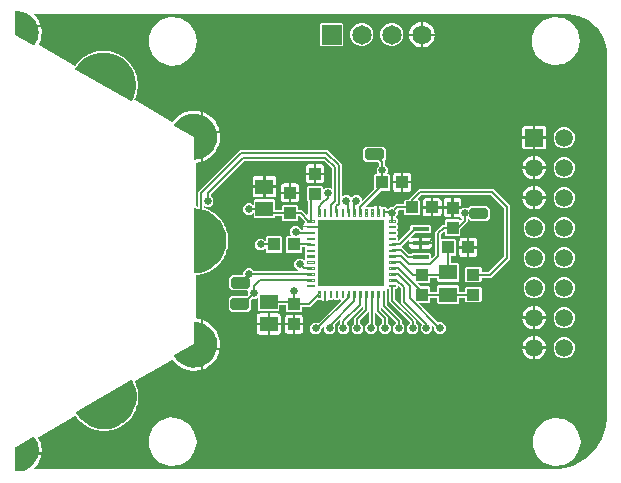
<source format=gbr>
G04 EAGLE Gerber RS-274X export*
G75*
%MOMM*%
%FSLAX34Y34*%
%LPD*%
%INBottom Copper*%
%IPPOS*%
%AMOC8*
5,1,8,0,0,1.08239X$1,22.5*%
G01*
%ADD10R,1.651000X1.651000*%
%ADD11C,1.651000*%
%ADD12R,1.508000X1.508000*%
%ADD13C,1.508000*%
%ADD14C,0.499997*%
%ADD15C,0.124994*%
%ADD16R,5.699988X5.699988*%
%ADD17C,1.000000*%
%ADD18R,1.399997X0.400000*%
%ADD19R,1.000000X1.100000*%
%ADD20R,1.500000X1.300000*%
%ADD21R,1.100000X1.000000*%
%ADD22C,0.203200*%
%ADD23C,0.654800*%

G36*
X-375436Y-179383D02*
X-375436Y-179383D01*
X-375433Y-179291D01*
X-375654Y-176467D01*
X-375661Y-176435D01*
X-375673Y-176344D01*
X-376351Y-173593D01*
X-376363Y-173563D01*
X-376389Y-173480D01*
X-376389Y-173479D01*
X-376389Y-173478D01*
X-376390Y-173475D01*
X-377506Y-170871D01*
X-377523Y-170844D01*
X-377564Y-170761D01*
X-379088Y-168373D01*
X-379092Y-168370D01*
X-379094Y-168365D01*
X-379174Y-168278D01*
X-379253Y-168190D01*
X-379257Y-168188D01*
X-379260Y-168184D01*
X-379363Y-168128D01*
X-379466Y-168069D01*
X-379471Y-168068D01*
X-379476Y-168066D01*
X-379591Y-168045D01*
X-379708Y-168022D01*
X-379713Y-168023D01*
X-379718Y-168022D01*
X-379834Y-168039D01*
X-379952Y-168055D01*
X-379956Y-168057D01*
X-379961Y-168058D01*
X-380114Y-168126D01*
X-395100Y-176889D01*
X-395151Y-176931D01*
X-395207Y-176964D01*
X-395245Y-177009D01*
X-395290Y-177046D01*
X-395324Y-177101D01*
X-395367Y-177151D01*
X-395389Y-177205D01*
X-395419Y-177255D01*
X-395434Y-177319D01*
X-395459Y-177379D01*
X-395468Y-177462D01*
X-395476Y-177494D01*
X-395474Y-177514D01*
X-395477Y-177546D01*
X-395477Y-196596D01*
X-395473Y-196621D01*
X-395476Y-196646D01*
X-395453Y-196742D01*
X-395438Y-196839D01*
X-395426Y-196861D01*
X-395420Y-196886D01*
X-395368Y-196970D01*
X-395322Y-197056D01*
X-395304Y-197074D01*
X-395291Y-197095D01*
X-395215Y-197158D01*
X-395144Y-197226D01*
X-395121Y-197236D01*
X-395102Y-197252D01*
X-395010Y-197288D01*
X-394921Y-197329D01*
X-394896Y-197332D01*
X-394872Y-197341D01*
X-394705Y-197357D01*
X-391872Y-197317D01*
X-391840Y-197311D01*
X-391749Y-197305D01*
X-388960Y-196805D01*
X-388929Y-196794D01*
X-388840Y-196773D01*
X-386170Y-195825D01*
X-386141Y-195809D01*
X-386057Y-195774D01*
X-383577Y-194405D01*
X-383551Y-194385D01*
X-383473Y-194336D01*
X-381249Y-192581D01*
X-381227Y-192557D01*
X-381158Y-192497D01*
X-379249Y-190403D01*
X-379231Y-190376D01*
X-379173Y-190305D01*
X-377630Y-187929D01*
X-377617Y-187899D01*
X-377571Y-187820D01*
X-376435Y-185224D01*
X-376427Y-185192D01*
X-376395Y-185107D01*
X-375915Y-183221D01*
X-373256Y-183221D01*
X-373364Y-183902D01*
X-373818Y-185411D01*
X-374167Y-186569D01*
X-374902Y-188184D01*
X-375320Y-189103D01*
X-376336Y-190719D01*
X-376802Y-191460D01*
X-378588Y-193597D01*
X-379338Y-194282D01*
X-379348Y-194295D01*
X-379360Y-194304D01*
X-379406Y-194375D01*
X-379456Y-194443D01*
X-379459Y-194458D01*
X-379468Y-194471D01*
X-379482Y-194554D01*
X-379501Y-194636D01*
X-379498Y-194652D01*
X-379501Y-194667D01*
X-379481Y-194749D01*
X-379467Y-194832D01*
X-379458Y-194846D01*
X-379455Y-194861D01*
X-379405Y-194929D01*
X-379359Y-194999D01*
X-379346Y-195008D01*
X-379337Y-195021D01*
X-379264Y-195064D01*
X-379195Y-195111D01*
X-379179Y-195114D01*
X-379166Y-195122D01*
X-379002Y-195150D01*
X58608Y-195272D01*
X58611Y-195271D01*
X58615Y-195272D01*
X58708Y-195252D01*
X58802Y-195232D01*
X58806Y-195230D01*
X58810Y-195229D01*
X60046Y-195272D01*
X60054Y-195271D01*
X60063Y-195272D01*
X60194Y-195272D01*
X60201Y-195271D01*
X60209Y-195272D01*
X65820Y-195100D01*
X65858Y-195091D01*
X65917Y-195087D01*
X76965Y-192536D01*
X77006Y-192517D01*
X77087Y-192490D01*
X87099Y-187165D01*
X87133Y-187137D01*
X87205Y-187090D01*
X95497Y-179355D01*
X95523Y-179319D01*
X95580Y-179255D01*
X101588Y-169638D01*
X101603Y-169596D01*
X101642Y-169519D01*
X104956Y-158675D01*
X104960Y-158636D01*
X104975Y-158579D01*
X105542Y-152947D01*
X105540Y-152925D01*
X105544Y-152897D01*
X105544Y159047D01*
X105538Y159079D01*
X105539Y159122D01*
X104893Y163366D01*
X104879Y163403D01*
X104869Y163461D01*
X101895Y171677D01*
X101872Y171715D01*
X101835Y171792D01*
X96836Y178958D01*
X96803Y178990D01*
X96782Y179014D01*
X96766Y179036D01*
X96761Y179039D01*
X96748Y179055D01*
X90064Y184683D01*
X90025Y184704D01*
X89954Y184753D01*
X82042Y188460D01*
X81998Y188470D01*
X81918Y188499D01*
X73315Y190031D01*
X73276Y190030D01*
X73218Y190039D01*
X70041Y189975D01*
X70034Y189974D01*
X70026Y189975D01*
X69937Y189952D01*
X69875Y189938D01*
X68699Y189938D01*
X68681Y189934D01*
X68656Y189936D01*
X67542Y189841D01*
X67498Y189865D01*
X67420Y189911D01*
X67410Y189913D01*
X67403Y189916D01*
X67364Y189920D01*
X67256Y189939D01*
X-379094Y190061D01*
X-379114Y190056D01*
X-379134Y190059D01*
X-379211Y190037D01*
X-379289Y190021D01*
X-379306Y190009D01*
X-379325Y190004D01*
X-379387Y189954D01*
X-379453Y189908D01*
X-379464Y189891D01*
X-379480Y189878D01*
X-379517Y189808D01*
X-379560Y189741D01*
X-379563Y189721D01*
X-379573Y189703D01*
X-379580Y189623D01*
X-379593Y189545D01*
X-379589Y189525D01*
X-379590Y189505D01*
X-379566Y189429D01*
X-379547Y189351D01*
X-379535Y189335D01*
X-379529Y189316D01*
X-379444Y189211D01*
X-379429Y189191D01*
X-379427Y189190D01*
X-379424Y189186D01*
X-378904Y188729D01*
X-377092Y186640D01*
X-375577Y184327D01*
X-374386Y181831D01*
X-373976Y180554D01*
X-376679Y180554D01*
X-377804Y183002D01*
X-377822Y183029D01*
X-377865Y183110D01*
X-379438Y185438D01*
X-379461Y185462D01*
X-379516Y185535D01*
X-381447Y187576D01*
X-381473Y187596D01*
X-381539Y187659D01*
X-383777Y189358D01*
X-383806Y189374D01*
X-383882Y189425D01*
X-386366Y190738D01*
X-386397Y190748D01*
X-386480Y190787D01*
X-389145Y191678D01*
X-389177Y191683D01*
X-389266Y191707D01*
X-392040Y192153D01*
X-392072Y192153D01*
X-392164Y192162D01*
X-394973Y192150D01*
X-394991Y192147D01*
X-395009Y192149D01*
X-395112Y192127D01*
X-395216Y192109D01*
X-395232Y192101D01*
X-395250Y192097D01*
X-395340Y192043D01*
X-395433Y191993D01*
X-395445Y191980D01*
X-395461Y191971D01*
X-395529Y191891D01*
X-395601Y191814D01*
X-395609Y191798D01*
X-395621Y191784D01*
X-395660Y191686D01*
X-395704Y191591D01*
X-395706Y191573D01*
X-395713Y191556D01*
X-395731Y191389D01*
X-395731Y172974D01*
X-395720Y172908D01*
X-395719Y172840D01*
X-395701Y172787D01*
X-395692Y172731D01*
X-395660Y172672D01*
X-395638Y172608D01*
X-395603Y172564D01*
X-395576Y172514D01*
X-395528Y172468D01*
X-395486Y172415D01*
X-395422Y172367D01*
X-395398Y172345D01*
X-395379Y172336D01*
X-395351Y172315D01*
X-379984Y163425D01*
X-379975Y163421D01*
X-379967Y163415D01*
X-379860Y163378D01*
X-379754Y163338D01*
X-379744Y163338D01*
X-379734Y163334D01*
X-379621Y163333D01*
X-379508Y163329D01*
X-379499Y163332D01*
X-379488Y163331D01*
X-379381Y163366D01*
X-379272Y163398D01*
X-379264Y163404D01*
X-379254Y163407D01*
X-379163Y163475D01*
X-379071Y163539D01*
X-379065Y163548D01*
X-379057Y163554D01*
X-378954Y163686D01*
X-377486Y166082D01*
X-377473Y166112D01*
X-377430Y166193D01*
X-376371Y168795D01*
X-376364Y168827D01*
X-376334Y168914D01*
X-375712Y171654D01*
X-375711Y171687D01*
X-375695Y171777D01*
X-375528Y174582D01*
X-375531Y174614D01*
X-375531Y174706D01*
X-375822Y177500D01*
X-375831Y177532D01*
X-375845Y177623D01*
X-376101Y178556D01*
X-373426Y178556D01*
X-373056Y176476D01*
X-372941Y173713D01*
X-373198Y170960D01*
X-373823Y168266D01*
X-374803Y165681D01*
X-374836Y165619D01*
X-375658Y164104D01*
X-375659Y164101D01*
X-375660Y164099D01*
X-375688Y164005D01*
X-375716Y163914D01*
X-375716Y163911D01*
X-375716Y163909D01*
X-375705Y163812D01*
X-375695Y163716D01*
X-375694Y163714D01*
X-375694Y163711D01*
X-375646Y163628D01*
X-375599Y163542D01*
X-375597Y163540D01*
X-375595Y163538D01*
X-375467Y163433D01*
X-345116Y146084D01*
X-345032Y146056D01*
X-344950Y146025D01*
X-344938Y146025D01*
X-344927Y146022D01*
X-344839Y146029D01*
X-344751Y146032D01*
X-344741Y146037D01*
X-344729Y146038D01*
X-344651Y146079D01*
X-344571Y146116D01*
X-344562Y146126D01*
X-344553Y146130D01*
X-344526Y146163D01*
X-344456Y146236D01*
X-343848Y147126D01*
X-343819Y147195D01*
X-343783Y147261D01*
X-343780Y147289D01*
X-343771Y147309D01*
X-343771Y147353D01*
X-343762Y147426D01*
X-343762Y147434D01*
X-343320Y147910D01*
X-343303Y147937D01*
X-343273Y147968D01*
X-342907Y148505D01*
X-342899Y148506D01*
X-342830Y148534D01*
X-342758Y148556D01*
X-342735Y148573D01*
X-342715Y148581D01*
X-342684Y148612D01*
X-342626Y148657D01*
X-341013Y150393D01*
X-340974Y150457D01*
X-340928Y150517D01*
X-340920Y150544D01*
X-340909Y150563D01*
X-340903Y150607D01*
X-340882Y150677D01*
X-340881Y150685D01*
X-340373Y151090D01*
X-340353Y151114D01*
X-340319Y151140D01*
X-339877Y151616D01*
X-339868Y151617D01*
X-339795Y151634D01*
X-339721Y151644D01*
X-339697Y151658D01*
X-339675Y151663D01*
X-339640Y151690D01*
X-339576Y151725D01*
X-337722Y153202D01*
X-337674Y153259D01*
X-337620Y153311D01*
X-337608Y153337D01*
X-337594Y153354D01*
X-337581Y153396D01*
X-337551Y153463D01*
X-337549Y153470D01*
X-336986Y153795D01*
X-336962Y153816D01*
X-336924Y153837D01*
X-336416Y154242D01*
X-336408Y154241D01*
X-336333Y154247D01*
X-336258Y154246D01*
X-336232Y154256D01*
X-336210Y154258D01*
X-336171Y154279D01*
X-336102Y154304D01*
X-334049Y155488D01*
X-333993Y155538D01*
X-333932Y155581D01*
X-333917Y155605D01*
X-333900Y155620D01*
X-333881Y155659D01*
X-333841Y155721D01*
X-333838Y155728D01*
X-333233Y155965D01*
X-333206Y155982D01*
X-333166Y155997D01*
X-332603Y156322D01*
X-332595Y156320D01*
X-332520Y156315D01*
X-332446Y156303D01*
X-332419Y156309D01*
X-332397Y156307D01*
X-332355Y156322D01*
X-332284Y156337D01*
X-330077Y157201D01*
X-330014Y157242D01*
X-329947Y157276D01*
X-329928Y157297D01*
X-329910Y157309D01*
X-329885Y157346D01*
X-329882Y157349D01*
X-329880Y157350D01*
X-329879Y157353D01*
X-329836Y157400D01*
X-329832Y157407D01*
X-329199Y157551D01*
X-329170Y157565D01*
X-329127Y157573D01*
X-328523Y157810D01*
X-328515Y157807D01*
X-328442Y157791D01*
X-328371Y157768D01*
X-328342Y157770D01*
X-328321Y157765D01*
X-328278Y157774D01*
X-328204Y157778D01*
X-325893Y158304D01*
X-325825Y158335D01*
X-325754Y158359D01*
X-325732Y158377D01*
X-325712Y158386D01*
X-325682Y158418D01*
X-325626Y158465D01*
X-325621Y158471D01*
X-324973Y158519D01*
X-324942Y158528D01*
X-324899Y158530D01*
X-324266Y158674D01*
X-324259Y158670D01*
X-324189Y158643D01*
X-324122Y158610D01*
X-324094Y158607D01*
X-324073Y158600D01*
X-324029Y158601D01*
X-323956Y158595D01*
X-321592Y158770D01*
X-321520Y158791D01*
X-321446Y158804D01*
X-321422Y158818D01*
X-321401Y158824D01*
X-321367Y158852D01*
X-321304Y158890D01*
X-321298Y158895D01*
X-320650Y158846D01*
X-320619Y158850D01*
X-320576Y158846D01*
X-319928Y158894D01*
X-319922Y158889D01*
X-319856Y158852D01*
X-319795Y158809D01*
X-319768Y158802D01*
X-319748Y158792D01*
X-319705Y158787D01*
X-319633Y158769D01*
X-317270Y158591D01*
X-317196Y158600D01*
X-317121Y158602D01*
X-317095Y158613D01*
X-317073Y158615D01*
X-317035Y158637D01*
X-316967Y158665D01*
X-316960Y158670D01*
X-316327Y158525D01*
X-316295Y158524D01*
X-316253Y158514D01*
X-315606Y158465D01*
X-315600Y158459D01*
X-315541Y158413D01*
X-315487Y158361D01*
X-315461Y158350D01*
X-315443Y158337D01*
X-315401Y158325D01*
X-315333Y158297D01*
X-313023Y157769D01*
X-312948Y157767D01*
X-312873Y157757D01*
X-312846Y157764D01*
X-312824Y157764D01*
X-312783Y157780D01*
X-312712Y157798D01*
X-312704Y157801D01*
X-312100Y157563D01*
X-312069Y157558D01*
X-312029Y157541D01*
X-311396Y157396D01*
X-311391Y157389D01*
X-311340Y157335D01*
X-311294Y157276D01*
X-311269Y157261D01*
X-311254Y157245D01*
X-311214Y157228D01*
X-311151Y157190D01*
X-308945Y156323D01*
X-308872Y156310D01*
X-308799Y156289D01*
X-308771Y156292D01*
X-308749Y156288D01*
X-308707Y156298D01*
X-308634Y156305D01*
X-308626Y156307D01*
X-308063Y155982D01*
X-308033Y155972D01*
X-307996Y155950D01*
X-307392Y155712D01*
X-307389Y155705D01*
X-307346Y155643D01*
X-307309Y155578D01*
X-307287Y155560D01*
X-307274Y155542D01*
X-307237Y155518D01*
X-307181Y155472D01*
X-305129Y154285D01*
X-305058Y154262D01*
X-304989Y154231D01*
X-304961Y154229D01*
X-304940Y154222D01*
X-304896Y154226D01*
X-304823Y154221D01*
X-304815Y154222D01*
X-304308Y153817D01*
X-304280Y153803D01*
X-304246Y153775D01*
X-303684Y153450D01*
X-303682Y153442D01*
X-303648Y153375D01*
X-303622Y153305D01*
X-303603Y153284D01*
X-303593Y153264D01*
X-303560Y153235D01*
X-303511Y153181D01*
X-301659Y151702D01*
X-301592Y151668D01*
X-301529Y151627D01*
X-301501Y151621D01*
X-301482Y151611D01*
X-301438Y151608D01*
X-301366Y151593D01*
X-301358Y151593D01*
X-300917Y151117D01*
X-300891Y151098D01*
X-300862Y151066D01*
X-300354Y150660D01*
X-300354Y150652D01*
X-300330Y150581D01*
X-300315Y150508D01*
X-300311Y150503D01*
X-300310Y150498D01*
X-300299Y150482D01*
X-300292Y150463D01*
X-300264Y150430D01*
X-300224Y150369D01*
X-298612Y148630D01*
X-298551Y148586D01*
X-298495Y148537D01*
X-298469Y148527D01*
X-298451Y148514D01*
X-298408Y148505D01*
X-298339Y148479D01*
X-298331Y148478D01*
X-297966Y147941D01*
X-297943Y147918D01*
X-297919Y147882D01*
X-297478Y147406D01*
X-297478Y147398D01*
X-297466Y147324D01*
X-297461Y147249D01*
X-297450Y147223D01*
X-297446Y147202D01*
X-297422Y147164D01*
X-297392Y147098D01*
X-296058Y145139D01*
X-296004Y145086D01*
X-295956Y145029D01*
X-295931Y145015D01*
X-295916Y145000D01*
X-295874Y144984D01*
X-295810Y144949D01*
X-295803Y144946D01*
X-295521Y144361D01*
X-295502Y144335D01*
X-295484Y144296D01*
X-295119Y143759D01*
X-295120Y143751D01*
X-295119Y143676D01*
X-295126Y143601D01*
X-295118Y143574D01*
X-295118Y143552D01*
X-295100Y143512D01*
X-295080Y143442D01*
X-294052Y141306D01*
X-294007Y141246D01*
X-293968Y141182D01*
X-293946Y141165D01*
X-293932Y141147D01*
X-293894Y141125D01*
X-293836Y141081D01*
X-293829Y141077D01*
X-293638Y140456D01*
X-293623Y140428D01*
X-293611Y140387D01*
X-293329Y139801D01*
X-293332Y139794D01*
X-293342Y139719D01*
X-293360Y139646D01*
X-293356Y139618D01*
X-293359Y139597D01*
X-293347Y139554D01*
X-293338Y139482D01*
X-292641Y137216D01*
X-292605Y137150D01*
X-292576Y137081D01*
X-292556Y137061D01*
X-292545Y137042D01*
X-292511Y137014D01*
X-292460Y136962D01*
X-292454Y136957D01*
X-292357Y136315D01*
X-292346Y136285D01*
X-292341Y136242D01*
X-292150Y135621D01*
X-292153Y135614D01*
X-292175Y135542D01*
X-292203Y135472D01*
X-292203Y135444D01*
X-292210Y135423D01*
X-292204Y135379D01*
X-292206Y135306D01*
X-291854Y132962D01*
X-291828Y132892D01*
X-291810Y132819D01*
X-291793Y132796D01*
X-291786Y132775D01*
X-291756Y132743D01*
X-291714Y132684D01*
X-291708Y132678D01*
X-291708Y132028D01*
X-291702Y131997D01*
X-291703Y131954D01*
X-291606Y131311D01*
X-291611Y131305D01*
X-291643Y131237D01*
X-291681Y131173D01*
X-291686Y131145D01*
X-291695Y131125D01*
X-291697Y131081D01*
X-291709Y131009D01*
X-291710Y128638D01*
X-291695Y128565D01*
X-291688Y128490D01*
X-291675Y128465D01*
X-291671Y128444D01*
X-291646Y128407D01*
X-291613Y128342D01*
X-291608Y128335D01*
X-291705Y127693D01*
X-291704Y127661D01*
X-291711Y127619D01*
X-291711Y126969D01*
X-291717Y126963D01*
X-291758Y126901D01*
X-291806Y126843D01*
X-291815Y126816D01*
X-291827Y126798D01*
X-291835Y126754D01*
X-291858Y126685D01*
X-292212Y124342D01*
X-292209Y124267D01*
X-292212Y124192D01*
X-292204Y124165D01*
X-292202Y124143D01*
X-292183Y124103D01*
X-292160Y124034D01*
X-292157Y124027D01*
X-292348Y123406D01*
X-292352Y123374D01*
X-292365Y123333D01*
X-292462Y122691D01*
X-292469Y122686D01*
X-292519Y122631D01*
X-292575Y122580D01*
X-292587Y122555D01*
X-292602Y122539D01*
X-292617Y122497D01*
X-292650Y122432D01*
X-293350Y120167D01*
X-293357Y120093D01*
X-293372Y120019D01*
X-293367Y119991D01*
X-293369Y119970D01*
X-293356Y119928D01*
X-293344Y119855D01*
X-293341Y119848D01*
X-293623Y119263D01*
X-293631Y119232D01*
X-293651Y119193D01*
X-293842Y118573D01*
X-293850Y118569D01*
X-293908Y118521D01*
X-293970Y118480D01*
X-293986Y118457D01*
X-294004Y118443D01*
X-294024Y118404D01*
X-294066Y118344D01*
X-294408Y117635D01*
X-294431Y117547D01*
X-294456Y117461D01*
X-294455Y117451D01*
X-294457Y117442D01*
X-294444Y117353D01*
X-294433Y117263D01*
X-294429Y117255D01*
X-294427Y117246D01*
X-294380Y117169D01*
X-294335Y117090D01*
X-294327Y117084D01*
X-294323Y117076D01*
X-294291Y117054D01*
X-294207Y116985D01*
X-262507Y98866D01*
X-262437Y98842D01*
X-262368Y98812D01*
X-262343Y98811D01*
X-262319Y98803D01*
X-262244Y98809D01*
X-262169Y98808D01*
X-262146Y98817D01*
X-262120Y98820D01*
X-262054Y98854D01*
X-261985Y98882D01*
X-261964Y98902D01*
X-261944Y98912D01*
X-261916Y98946D01*
X-261863Y98996D01*
X-261173Y99898D01*
X-260589Y100661D01*
X-258547Y102707D01*
X-256256Y104470D01*
X-253754Y105918D01*
X-251084Y107028D01*
X-248292Y107779D01*
X-245427Y108160D01*
X-242536Y108164D01*
X-239669Y107790D01*
X-238031Y107353D01*
X-238031Y104676D01*
X-238298Y104781D01*
X-238332Y104787D01*
X-238378Y104805D01*
X-241491Y105463D01*
X-241526Y105463D01*
X-241574Y105473D01*
X-244753Y105603D01*
X-244788Y105597D01*
X-244837Y105599D01*
X-247993Y105196D01*
X-248026Y105185D01*
X-248075Y105179D01*
X-251120Y104256D01*
X-251151Y104239D01*
X-251198Y104225D01*
X-254046Y102806D01*
X-254074Y102785D01*
X-254117Y102763D01*
X-256690Y100890D01*
X-256713Y100864D01*
X-256753Y100835D01*
X-258976Y98559D01*
X-258995Y98529D01*
X-259029Y98494D01*
X-260842Y95879D01*
X-260854Y95852D01*
X-260873Y95830D01*
X-260893Y95762D01*
X-260921Y95697D01*
X-260921Y95667D01*
X-260929Y95639D01*
X-260921Y95569D01*
X-260922Y95498D01*
X-260910Y95471D01*
X-260907Y95441D01*
X-260872Y95380D01*
X-260845Y95314D01*
X-260824Y95294D01*
X-260809Y95268D01*
X-260734Y95206D01*
X-260703Y95176D01*
X-260692Y95171D01*
X-260681Y95162D01*
X-244431Y85806D01*
X-244431Y67095D01*
X-244425Y67066D01*
X-244428Y67036D01*
X-244406Y66969D01*
X-244392Y66900D01*
X-244375Y66876D01*
X-244366Y66847D01*
X-244319Y66794D01*
X-244279Y66736D01*
X-244254Y66720D01*
X-244234Y66698D01*
X-244171Y66667D01*
X-244112Y66629D01*
X-244082Y66624D01*
X-244055Y66611D01*
X-243958Y66603D01*
X-243915Y66596D01*
X-243904Y66599D01*
X-243890Y66598D01*
X-240719Y66868D01*
X-240686Y66878D01*
X-240637Y66882D01*
X-238031Y67554D01*
X-238031Y64864D01*
X-239617Y64437D01*
X-241565Y64178D01*
X-241636Y64153D01*
X-241709Y64136D01*
X-241729Y64121D01*
X-241753Y64113D01*
X-241809Y64063D01*
X-241869Y64018D01*
X-241882Y63997D01*
X-241900Y63980D01*
X-241932Y63912D01*
X-241971Y63847D01*
X-241975Y63820D01*
X-241984Y63800D01*
X-241986Y63756D01*
X-241998Y63683D01*
X-241998Y27444D01*
X-241980Y27356D01*
X-241966Y27268D01*
X-241961Y27259D01*
X-241959Y27249D01*
X-241908Y27175D01*
X-241861Y27100D01*
X-241852Y27094D01*
X-241846Y27085D01*
X-241771Y27037D01*
X-241698Y26986D01*
X-241687Y26983D01*
X-241679Y26978D01*
X-241638Y26971D01*
X-241536Y26946D01*
X-241301Y26928D01*
X-241274Y26932D01*
X-241247Y26927D01*
X-241177Y26944D01*
X-241104Y26953D01*
X-241080Y26967D01*
X-241054Y26973D01*
X-240995Y27016D01*
X-240932Y27053D01*
X-240916Y27075D01*
X-240894Y27091D01*
X-240857Y27154D01*
X-240813Y27212D01*
X-240806Y27239D01*
X-240792Y27262D01*
X-240775Y27365D01*
X-240765Y27405D01*
X-240767Y27415D01*
X-240765Y27426D01*
X-240765Y39434D01*
X-205014Y75185D01*
X-130952Y75185D01*
X-118617Y62850D01*
X-118617Y36059D01*
X-118616Y36055D01*
X-118617Y36051D01*
X-118597Y35958D01*
X-118578Y35865D01*
X-118575Y35861D01*
X-118574Y35857D01*
X-118519Y35779D01*
X-118465Y35701D01*
X-118462Y35698D01*
X-118459Y35695D01*
X-118378Y35645D01*
X-118298Y35594D01*
X-118293Y35593D01*
X-118290Y35591D01*
X-118196Y35576D01*
X-118101Y35560D01*
X-118097Y35561D01*
X-118093Y35561D01*
X-118001Y35584D01*
X-117908Y35607D01*
X-117905Y35609D01*
X-117901Y35610D01*
X-117765Y35706D01*
X-116923Y36549D01*
X-112947Y36549D01*
X-111316Y34917D01*
X-111308Y34912D01*
X-111304Y34905D01*
X-111226Y34858D01*
X-111150Y34807D01*
X-111141Y34806D01*
X-111134Y34801D01*
X-111044Y34788D01*
X-110954Y34771D01*
X-110946Y34773D01*
X-110938Y34771D01*
X-110850Y34794D01*
X-110760Y34814D01*
X-110753Y34819D01*
X-110745Y34821D01*
X-110609Y34917D01*
X-108851Y36676D01*
X-104875Y36676D01*
X-102064Y33865D01*
X-102064Y32274D01*
X-102063Y32270D01*
X-102064Y32266D01*
X-102044Y32173D01*
X-102025Y32079D01*
X-102022Y32076D01*
X-102021Y32072D01*
X-101966Y31994D01*
X-101912Y31915D01*
X-101909Y31913D01*
X-101906Y31910D01*
X-101825Y31860D01*
X-101745Y31808D01*
X-101740Y31808D01*
X-101737Y31805D01*
X-101643Y31791D01*
X-101548Y31775D01*
X-101544Y31776D01*
X-101540Y31776D01*
X-101448Y31799D01*
X-101355Y31821D01*
X-101352Y31824D01*
X-101348Y31825D01*
X-101212Y31921D01*
X-91371Y41762D01*
X-91364Y41773D01*
X-91354Y41780D01*
X-91310Y41855D01*
X-91261Y41928D01*
X-91259Y41940D01*
X-91252Y41951D01*
X-91225Y42115D01*
X-91225Y53630D01*
X-90332Y54523D01*
X-89683Y54523D01*
X-89679Y54524D01*
X-89675Y54523D01*
X-89582Y54543D01*
X-89489Y54562D01*
X-89485Y54565D01*
X-89481Y54566D01*
X-89404Y54621D01*
X-89325Y54675D01*
X-89322Y54678D01*
X-89319Y54681D01*
X-89269Y54762D01*
X-89218Y54842D01*
X-89217Y54847D01*
X-89215Y54850D01*
X-89200Y54944D01*
X-89184Y55039D01*
X-89185Y55043D01*
X-89185Y55047D01*
X-89208Y55139D01*
X-89231Y55232D01*
X-89233Y55235D01*
X-89234Y55239D01*
X-89330Y55375D01*
X-89499Y55543D01*
X-89499Y59519D01*
X-87387Y61630D01*
X-87380Y61641D01*
X-87370Y61648D01*
X-87325Y61723D01*
X-87277Y61796D01*
X-87275Y61809D01*
X-87268Y61819D01*
X-87241Y61984D01*
X-87241Y63375D01*
X-87243Y63387D01*
X-87241Y63400D01*
X-87263Y63484D01*
X-87280Y63570D01*
X-87287Y63580D01*
X-87291Y63592D01*
X-87387Y63728D01*
X-88235Y64576D01*
X-88246Y64583D01*
X-88253Y64593D01*
X-88328Y64638D01*
X-88401Y64686D01*
X-88413Y64688D01*
X-88424Y64695D01*
X-88588Y64722D01*
X-98480Y64722D01*
X-100838Y67080D01*
X-100838Y75414D01*
X-98480Y77772D01*
X-84146Y77772D01*
X-81788Y75414D01*
X-81788Y67080D01*
X-82318Y66551D01*
X-82322Y66544D01*
X-82329Y66539D01*
X-82377Y66461D01*
X-82427Y66385D01*
X-82429Y66377D01*
X-82433Y66369D01*
X-82447Y66280D01*
X-82464Y66189D01*
X-82462Y66181D01*
X-82463Y66173D01*
X-82441Y66085D01*
X-82421Y65995D01*
X-82416Y65988D01*
X-82414Y65980D01*
X-82318Y65845D01*
X-82159Y65686D01*
X-82159Y61984D01*
X-82157Y61971D01*
X-82159Y61959D01*
X-82137Y61874D01*
X-82120Y61789D01*
X-82113Y61778D01*
X-82109Y61766D01*
X-82013Y61630D01*
X-79901Y59519D01*
X-79901Y55543D01*
X-80070Y55375D01*
X-80072Y55372D01*
X-80075Y55369D01*
X-80127Y55288D01*
X-80179Y55209D01*
X-80180Y55205D01*
X-80182Y55202D01*
X-80198Y55108D01*
X-80216Y55014D01*
X-80215Y55010D01*
X-80216Y55005D01*
X-80194Y54913D01*
X-80173Y54820D01*
X-80170Y54816D01*
X-80169Y54812D01*
X-80113Y54735D01*
X-80058Y54657D01*
X-80054Y54655D01*
X-80052Y54652D01*
X-79970Y54604D01*
X-79888Y54553D01*
X-79884Y54553D01*
X-79881Y54550D01*
X-79717Y54523D01*
X-79068Y54523D01*
X-78175Y53630D01*
X-78175Y41366D01*
X-79068Y40473D01*
X-85267Y40473D01*
X-85279Y40471D01*
X-85292Y40473D01*
X-85376Y40451D01*
X-85462Y40434D01*
X-85472Y40427D01*
X-85484Y40423D01*
X-85620Y40327D01*
X-98143Y27804D01*
X-98145Y27801D01*
X-98149Y27798D01*
X-98200Y27718D01*
X-98253Y27638D01*
X-98253Y27634D01*
X-98256Y27631D01*
X-98271Y27537D01*
X-98289Y27443D01*
X-98288Y27439D01*
X-98289Y27435D01*
X-98267Y27342D01*
X-98246Y27249D01*
X-98244Y27245D01*
X-98243Y27241D01*
X-98187Y27165D01*
X-98131Y27087D01*
X-98127Y27084D01*
X-98125Y27081D01*
X-98043Y27032D01*
X-97962Y26982D01*
X-97957Y26982D01*
X-97954Y26980D01*
X-97790Y26952D01*
X-96856Y26952D01*
X-96224Y26320D01*
X-96217Y26316D01*
X-96212Y26309D01*
X-96135Y26261D01*
X-96058Y26210D01*
X-96050Y26209D01*
X-96043Y26204D01*
X-95953Y26191D01*
X-95863Y26174D01*
X-95855Y26176D01*
X-95846Y26175D01*
X-95758Y26197D01*
X-95669Y26217D01*
X-95662Y26222D01*
X-95654Y26224D01*
X-95518Y26320D01*
X-94886Y26952D01*
X-91811Y26952D01*
X-91777Y26929D01*
X-91768Y26927D01*
X-91761Y26923D01*
X-91756Y26922D01*
X-91755Y26922D01*
X-91591Y26894D01*
X-91589Y26894D01*
X-91581Y26892D01*
X-91573Y26894D01*
X-91565Y26893D01*
X-91476Y26916D01*
X-91416Y26929D01*
X-91393Y26934D01*
X-91392Y26934D01*
X-91387Y26935D01*
X-91380Y26940D01*
X-91372Y26942D01*
X-91236Y27039D01*
X-90940Y27335D01*
X-90218Y27752D01*
X-89413Y27968D01*
X-88995Y27968D01*
X-88995Y22052D01*
X-88994Y22044D01*
X-88995Y22036D01*
X-88974Y21947D01*
X-88956Y21857D01*
X-88951Y21850D01*
X-88949Y21842D01*
X-88895Y21769D01*
X-88843Y21693D01*
X-88836Y21689D01*
X-88831Y21682D01*
X-88753Y21636D01*
X-88676Y21586D01*
X-88667Y21585D01*
X-88660Y21581D01*
X-88496Y21553D01*
X-88246Y21553D01*
X-88238Y21555D01*
X-88229Y21553D01*
X-88141Y21574D01*
X-88051Y21593D01*
X-88044Y21597D01*
X-88036Y21599D01*
X-87963Y21653D01*
X-87887Y21705D01*
X-87883Y21712D01*
X-87876Y21717D01*
X-87829Y21795D01*
X-87780Y21873D01*
X-87779Y21881D01*
X-87774Y21888D01*
X-87747Y22052D01*
X-87747Y27968D01*
X-87329Y27968D01*
X-86524Y27752D01*
X-85802Y27335D01*
X-85506Y27039D01*
X-85499Y27034D01*
X-85494Y27027D01*
X-85491Y27025D01*
X-85489Y27023D01*
X-85436Y26991D01*
X-85416Y26979D01*
X-85340Y26929D01*
X-85331Y26927D01*
X-85324Y26923D01*
X-85319Y26922D01*
X-85318Y26922D01*
X-85154Y26894D01*
X-85152Y26894D01*
X-85144Y26892D01*
X-85136Y26894D01*
X-85128Y26893D01*
X-85040Y26916D01*
X-84979Y26929D01*
X-84956Y26934D01*
X-84955Y26934D01*
X-84950Y26935D01*
X-84943Y26940D01*
X-84935Y26942D01*
X-84922Y26952D01*
X-81856Y26952D01*
X-80596Y25693D01*
X-80596Y25566D01*
X-80595Y25562D01*
X-80596Y25558D01*
X-80576Y25465D01*
X-80557Y25372D01*
X-80554Y25368D01*
X-80553Y25364D01*
X-80498Y25286D01*
X-80444Y25208D01*
X-80441Y25205D01*
X-80438Y25202D01*
X-80357Y25152D01*
X-80277Y25101D01*
X-80272Y25100D01*
X-80269Y25098D01*
X-80175Y25083D01*
X-80081Y25067D01*
X-80076Y25068D01*
X-80072Y25068D01*
X-79980Y25091D01*
X-79887Y25113D01*
X-79884Y25116D01*
X-79880Y25117D01*
X-79744Y25213D01*
X-78315Y26643D01*
X-75328Y26643D01*
X-75316Y26645D01*
X-75303Y26643D01*
X-75219Y26665D01*
X-75133Y26682D01*
X-75123Y26689D01*
X-75111Y26693D01*
X-74975Y26789D01*
X-72934Y28830D01*
X-66951Y28830D01*
X-66943Y28831D01*
X-66934Y28830D01*
X-66846Y28851D01*
X-66756Y28869D01*
X-66749Y28874D01*
X-66741Y28876D01*
X-66668Y28930D01*
X-66592Y28982D01*
X-66588Y28989D01*
X-66581Y28994D01*
X-66534Y29072D01*
X-66485Y29149D01*
X-66484Y29158D01*
X-66479Y29165D01*
X-66452Y29329D01*
X-66452Y31921D01*
X-65559Y32814D01*
X-62467Y32814D01*
X-62459Y32815D01*
X-62450Y32814D01*
X-62362Y32835D01*
X-62272Y32853D01*
X-62265Y32858D01*
X-62257Y32860D01*
X-62184Y32914D01*
X-62108Y32966D01*
X-62104Y32973D01*
X-62097Y32978D01*
X-62050Y33056D01*
X-62001Y33133D01*
X-62000Y33142D01*
X-61995Y33149D01*
X-61992Y33168D01*
X-53376Y41784D01*
X9561Y41784D01*
X23623Y27722D01*
X23623Y-17317D01*
X7783Y-33157D01*
X-96Y-33157D01*
X-104Y-33158D01*
X-113Y-33157D01*
X-201Y-33178D01*
X-291Y-33196D01*
X-298Y-33201D01*
X-306Y-33203D01*
X-379Y-33257D01*
X-455Y-33309D01*
X-459Y-33316D01*
X-466Y-33321D01*
X-513Y-33399D01*
X-562Y-33476D01*
X-563Y-33485D01*
X-568Y-33492D01*
X-595Y-33656D01*
X-595Y-36248D01*
X-1488Y-37141D01*
X-13752Y-37141D01*
X-14645Y-36248D01*
X-14645Y-24984D01*
X-13752Y-24091D01*
X-1488Y-24091D01*
X-595Y-24984D01*
X-595Y-27576D01*
X-594Y-27584D01*
X-595Y-27593D01*
X-574Y-27681D01*
X-556Y-27771D01*
X-551Y-27778D01*
X-549Y-27786D01*
X-495Y-27859D01*
X-443Y-27935D01*
X-436Y-27939D01*
X-431Y-27946D01*
X-353Y-27993D01*
X-276Y-28042D01*
X-267Y-28043D01*
X-260Y-28048D01*
X-96Y-28075D01*
X5472Y-28075D01*
X5484Y-28073D01*
X5497Y-28075D01*
X5581Y-28053D01*
X5667Y-28036D01*
X5677Y-28029D01*
X5689Y-28025D01*
X5825Y-27929D01*
X18395Y-15359D01*
X18402Y-15348D01*
X18412Y-15341D01*
X18457Y-15266D01*
X18505Y-15193D01*
X18507Y-15181D01*
X18514Y-15170D01*
X18541Y-15006D01*
X18541Y25411D01*
X18541Y25412D01*
X18541Y25413D01*
X18540Y25416D01*
X18539Y25423D01*
X18541Y25436D01*
X18519Y25520D01*
X18502Y25606D01*
X18495Y25616D01*
X18491Y25628D01*
X18395Y25764D01*
X7603Y36556D01*
X7592Y36563D01*
X7585Y36573D01*
X7510Y36618D01*
X7437Y36666D01*
X7425Y36668D01*
X7414Y36675D01*
X7250Y36702D01*
X-51065Y36702D01*
X-51077Y36700D01*
X-51090Y36702D01*
X-51174Y36680D01*
X-51260Y36663D01*
X-51270Y36656D01*
X-51282Y36652D01*
X-51418Y36556D01*
X-54308Y33666D01*
X-54310Y33662D01*
X-54314Y33660D01*
X-54365Y33580D01*
X-54418Y33500D01*
X-54418Y33496D01*
X-54421Y33493D01*
X-54436Y33399D01*
X-54454Y33305D01*
X-54453Y33301D01*
X-54454Y33296D01*
X-54432Y33205D01*
X-54411Y33111D01*
X-54409Y33107D01*
X-54408Y33103D01*
X-54352Y33027D01*
X-54296Y32948D01*
X-54292Y32946D01*
X-54290Y32943D01*
X-54208Y32894D01*
X-54127Y32844D01*
X-54123Y32844D01*
X-54119Y32841D01*
X-53955Y32814D01*
X-53295Y32814D01*
X-52402Y31921D01*
X-52402Y20657D01*
X-53295Y19764D01*
X-65559Y19764D01*
X-66452Y20657D01*
X-66452Y23249D01*
X-66453Y23257D01*
X-66452Y23266D01*
X-66473Y23354D01*
X-66491Y23444D01*
X-66496Y23451D01*
X-66498Y23459D01*
X-66552Y23532D01*
X-66604Y23608D01*
X-66611Y23612D01*
X-66616Y23619D01*
X-66694Y23666D01*
X-66771Y23715D01*
X-66780Y23716D01*
X-66787Y23721D01*
X-66951Y23748D01*
X-70623Y23748D01*
X-70635Y23746D01*
X-70648Y23748D01*
X-70732Y23726D01*
X-70818Y23709D01*
X-70828Y23702D01*
X-70840Y23698D01*
X-70976Y23602D01*
X-71382Y23196D01*
X-71389Y23185D01*
X-71399Y23178D01*
X-71444Y23103D01*
X-71492Y23030D01*
X-71494Y23018D01*
X-71501Y23007D01*
X-71528Y22843D01*
X-71528Y19856D01*
X-72831Y18554D01*
X-72833Y18550D01*
X-72836Y18548D01*
X-72887Y18468D01*
X-72940Y18388D01*
X-72941Y18384D01*
X-72943Y18380D01*
X-72959Y18287D01*
X-72977Y18193D01*
X-72976Y18189D01*
X-72977Y18184D01*
X-72955Y18093D01*
X-72934Y17998D01*
X-72932Y17995D01*
X-72931Y17991D01*
X-72875Y17915D01*
X-72819Y17836D01*
X-72815Y17834D01*
X-72813Y17831D01*
X-72731Y17782D01*
X-72649Y17732D01*
X-72645Y17732D01*
X-72642Y17729D01*
X-72631Y17728D01*
X-71346Y16442D01*
X-71346Y13412D01*
X-71978Y12780D01*
X-71982Y12773D01*
X-71989Y12768D01*
X-72037Y12691D01*
X-72088Y12614D01*
X-72089Y12606D01*
X-72094Y12599D01*
X-72107Y12509D01*
X-72124Y12419D01*
X-72122Y12411D01*
X-72123Y12402D01*
X-72101Y12314D01*
X-72081Y12225D01*
X-72076Y12218D01*
X-72074Y12210D01*
X-71978Y12074D01*
X-71346Y11442D01*
X-71346Y8412D01*
X-71978Y7780D01*
X-71982Y7773D01*
X-71989Y7768D01*
X-72037Y7691D01*
X-72088Y7614D01*
X-72089Y7606D01*
X-72094Y7599D01*
X-72107Y7509D01*
X-72124Y7419D01*
X-72122Y7411D01*
X-72123Y7402D01*
X-72101Y7314D01*
X-72081Y7225D01*
X-72076Y7218D01*
X-72074Y7210D01*
X-71978Y7074D01*
X-71346Y6442D01*
X-71346Y3412D01*
X-71978Y2780D01*
X-71979Y2779D01*
X-71980Y2778D01*
X-71983Y2772D01*
X-71989Y2768D01*
X-72037Y2691D01*
X-72088Y2614D01*
X-72089Y2606D01*
X-72094Y2599D01*
X-72107Y2509D01*
X-72124Y2419D01*
X-72122Y2411D01*
X-72123Y2402D01*
X-72101Y2314D01*
X-72081Y2225D01*
X-72076Y2218D01*
X-72074Y2210D01*
X-71978Y2074D01*
X-71346Y1442D01*
X-71346Y-1651D01*
X-71345Y-1655D01*
X-71346Y-1659D01*
X-71326Y-1752D01*
X-71307Y-1846D01*
X-71304Y-1849D01*
X-71303Y-1853D01*
X-71248Y-1931D01*
X-71194Y-2010D01*
X-71191Y-2012D01*
X-71188Y-2015D01*
X-71107Y-2065D01*
X-71027Y-2117D01*
X-71022Y-2117D01*
X-71019Y-2120D01*
X-70925Y-2134D01*
X-70830Y-2150D01*
X-70826Y-2149D01*
X-70822Y-2149D01*
X-70730Y-2126D01*
X-70637Y-2104D01*
X-70634Y-2101D01*
X-70630Y-2100D01*
X-70494Y-2004D01*
X-60868Y7622D01*
X-60861Y7633D01*
X-60851Y7640D01*
X-60806Y7715D01*
X-60758Y7788D01*
X-60756Y7800D01*
X-60749Y7811D01*
X-60722Y7975D01*
X-60722Y10568D01*
X-59829Y11461D01*
X-44565Y11461D01*
X-43672Y10568D01*
X-43672Y5304D01*
X-44565Y4411D01*
X-56686Y4411D01*
X-56698Y4409D01*
X-56711Y4411D01*
X-56795Y4389D01*
X-56881Y4372D01*
X-56891Y4364D01*
X-56903Y4361D01*
X-57039Y4265D01*
X-59984Y1320D01*
X-60022Y1262D01*
X-60067Y1209D01*
X-60077Y1180D01*
X-60094Y1154D01*
X-60106Y1086D01*
X-60127Y1020D01*
X-60124Y989D01*
X-60130Y959D01*
X-60115Y891D01*
X-60109Y822D01*
X-60094Y795D01*
X-60087Y765D01*
X-60047Y708D01*
X-60014Y647D01*
X-59990Y628D01*
X-59972Y602D01*
X-59913Y566D01*
X-59859Y523D01*
X-59829Y514D01*
X-59803Y498D01*
X-59734Y488D01*
X-59667Y469D01*
X-59632Y472D01*
X-59606Y468D01*
X-59573Y477D01*
X-53196Y477D01*
X-53196Y-3065D01*
X-61738Y-3065D01*
X-61738Y-1670D01*
X-61729Y-1622D01*
X-61735Y-1592D01*
X-61733Y-1561D01*
X-61757Y-1495D01*
X-61772Y-1428D01*
X-61789Y-1402D01*
X-61800Y-1373D01*
X-61847Y-1322D01*
X-61887Y-1266D01*
X-61913Y-1249D01*
X-61934Y-1227D01*
X-61997Y-1198D01*
X-62056Y-1161D01*
X-62087Y-1157D01*
X-62115Y-1144D01*
X-62184Y-1142D01*
X-62253Y-1131D01*
X-62283Y-1139D01*
X-62313Y-1138D01*
X-62378Y-1163D01*
X-62445Y-1181D01*
X-62474Y-1201D01*
X-62499Y-1211D01*
X-62528Y-1240D01*
X-62581Y-1277D01*
X-67984Y-6680D01*
X-67986Y-6684D01*
X-67990Y-6686D01*
X-68041Y-6766D01*
X-68094Y-6846D01*
X-68094Y-6850D01*
X-68097Y-6853D01*
X-68113Y-6947D01*
X-68130Y-7041D01*
X-68129Y-7045D01*
X-68130Y-7050D01*
X-68108Y-7141D01*
X-68087Y-7235D01*
X-68085Y-7239D01*
X-68084Y-7243D01*
X-68028Y-7319D01*
X-67972Y-7398D01*
X-67968Y-7400D01*
X-67966Y-7403D01*
X-67884Y-7452D01*
X-67803Y-7502D01*
X-67799Y-7502D01*
X-67795Y-7505D01*
X-67631Y-7532D01*
X-67488Y-7532D01*
X-61643Y-13377D01*
X-61632Y-13384D01*
X-61625Y-13394D01*
X-61550Y-13438D01*
X-61477Y-13487D01*
X-61465Y-13489D01*
X-61454Y-13496D01*
X-61290Y-13523D01*
X-61019Y-13523D01*
X-61007Y-13521D01*
X-60995Y-13523D01*
X-60910Y-13501D01*
X-60824Y-13484D01*
X-60814Y-13476D01*
X-60802Y-13473D01*
X-60666Y-13377D01*
X-59829Y-12539D01*
X-44565Y-12539D01*
X-43672Y-13432D01*
X-43672Y-16476D01*
X-43671Y-16480D01*
X-43672Y-16484D01*
X-43652Y-16578D01*
X-43633Y-16671D01*
X-43630Y-16674D01*
X-43629Y-16678D01*
X-43574Y-16756D01*
X-43520Y-16835D01*
X-43517Y-16837D01*
X-43514Y-16840D01*
X-43433Y-16890D01*
X-43353Y-16942D01*
X-43348Y-16943D01*
X-43345Y-16945D01*
X-43251Y-16959D01*
X-43157Y-16975D01*
X-43152Y-16974D01*
X-43148Y-16975D01*
X-43056Y-16951D01*
X-42963Y-16929D01*
X-42960Y-16926D01*
X-42956Y-16925D01*
X-42820Y-16829D01*
X-39883Y-13892D01*
X-39876Y-13881D01*
X-39866Y-13874D01*
X-39821Y-13799D01*
X-39773Y-13726D01*
X-39771Y-13714D01*
X-39764Y-13703D01*
X-39737Y-13539D01*
X-39737Y5648D01*
X-33691Y11694D01*
X-32170Y11694D01*
X-32162Y11695D01*
X-32153Y11694D01*
X-32065Y11715D01*
X-31975Y11733D01*
X-31968Y11738D01*
X-31960Y11740D01*
X-31887Y11794D01*
X-31811Y11846D01*
X-31807Y11853D01*
X-31800Y11858D01*
X-31753Y11936D01*
X-31704Y12013D01*
X-31703Y12022D01*
X-31698Y12029D01*
X-31671Y12193D01*
X-31671Y15285D01*
X-30778Y16178D01*
X-19514Y16178D01*
X-18740Y15404D01*
X-18733Y15399D01*
X-18729Y15392D01*
X-18651Y15345D01*
X-18575Y15294D01*
X-18566Y15292D01*
X-18559Y15288D01*
X-18469Y15274D01*
X-18379Y15258D01*
X-18371Y15259D01*
X-18363Y15258D01*
X-18275Y15281D01*
X-18185Y15300D01*
X-18178Y15305D01*
X-18170Y15307D01*
X-18034Y15404D01*
X-17673Y15765D01*
X-17666Y15776D01*
X-17656Y15783D01*
X-17611Y15858D01*
X-17563Y15931D01*
X-17561Y15943D01*
X-17554Y15954D01*
X-17527Y16118D01*
X-17527Y16629D01*
X-17529Y16642D01*
X-17527Y16654D01*
X-17549Y16739D01*
X-17566Y16824D01*
X-17573Y16835D01*
X-17577Y16847D01*
X-17673Y16983D01*
X-18812Y18122D01*
X-18877Y18164D01*
X-18937Y18213D01*
X-18959Y18219D01*
X-18978Y18231D01*
X-19054Y18246D01*
X-19129Y18267D01*
X-19154Y18264D01*
X-19173Y18268D01*
X-19217Y18258D01*
X-19294Y18251D01*
X-19812Y18112D01*
X-24147Y18112D01*
X-24147Y25154D01*
X-17907Y25154D01*
X-17895Y25156D01*
X-17883Y25154D01*
X-17798Y25176D01*
X-17713Y25193D01*
X-17702Y25201D01*
X-17690Y25204D01*
X-17554Y25300D01*
X-16974Y25881D01*
X-12998Y25881D01*
X-12696Y25578D01*
X-12689Y25574D01*
X-12684Y25567D01*
X-12606Y25519D01*
X-12530Y25468D01*
X-12522Y25467D01*
X-12514Y25462D01*
X-12425Y25449D01*
X-12334Y25432D01*
X-12326Y25434D01*
X-12318Y25433D01*
X-12230Y25455D01*
X-12140Y25475D01*
X-12133Y25480D01*
X-12125Y25482D01*
X-11990Y25578D01*
X-9961Y27607D01*
X4373Y27607D01*
X6731Y25249D01*
X6731Y16915D01*
X4373Y14557D01*
X-9961Y14557D01*
X-11593Y16189D01*
X-11597Y16192D01*
X-11599Y16195D01*
X-11679Y16246D01*
X-11759Y16299D01*
X-11763Y16300D01*
X-11766Y16302D01*
X-11860Y16318D01*
X-11954Y16335D01*
X-11958Y16334D01*
X-11963Y16335D01*
X-12054Y16313D01*
X-12148Y16293D01*
X-12152Y16290D01*
X-12156Y16289D01*
X-12232Y16233D01*
X-12311Y16177D01*
X-12313Y16174D01*
X-12316Y16171D01*
X-12365Y16089D01*
X-12415Y16008D01*
X-12415Y16004D01*
X-12418Y16000D01*
X-12445Y15836D01*
X-12445Y13807D01*
X-18475Y7777D01*
X-18478Y7772D01*
X-18481Y7770D01*
X-18485Y7764D01*
X-18492Y7759D01*
X-18537Y7684D01*
X-18585Y7611D01*
X-18586Y7606D01*
X-18588Y7603D01*
X-18589Y7595D01*
X-18594Y7588D01*
X-18621Y7424D01*
X-18621Y3021D01*
X-19514Y2128D01*
X-30778Y2128D01*
X-31671Y3021D01*
X-31671Y5323D01*
X-31672Y5327D01*
X-31671Y5331D01*
X-31691Y5424D01*
X-31710Y5518D01*
X-31713Y5521D01*
X-31714Y5525D01*
X-31769Y5603D01*
X-31823Y5682D01*
X-31826Y5684D01*
X-31829Y5687D01*
X-31910Y5737D01*
X-31990Y5789D01*
X-31995Y5789D01*
X-31998Y5792D01*
X-32092Y5806D01*
X-32187Y5822D01*
X-32191Y5821D01*
X-32195Y5821D01*
X-32287Y5798D01*
X-32380Y5776D01*
X-32383Y5773D01*
X-32387Y5772D01*
X-32523Y5676D01*
X-34509Y3690D01*
X-34516Y3679D01*
X-34526Y3672D01*
X-34571Y3597D01*
X-34619Y3524D01*
X-34621Y3512D01*
X-34628Y3501D01*
X-34655Y3337D01*
X-34655Y-96D01*
X-34654Y-104D01*
X-34655Y-113D01*
X-34634Y-201D01*
X-34616Y-291D01*
X-34611Y-298D01*
X-34609Y-306D01*
X-34555Y-379D01*
X-34503Y-455D01*
X-34496Y-459D01*
X-34491Y-466D01*
X-34413Y-513D01*
X-34336Y-562D01*
X-34327Y-563D01*
X-34320Y-568D01*
X-34156Y-595D01*
X-23188Y-595D01*
X-22295Y-1488D01*
X-22295Y-13752D01*
X-23188Y-14645D01*
X-25789Y-14645D01*
X-25797Y-14646D01*
X-25806Y-14645D01*
X-25894Y-14666D01*
X-25984Y-14684D01*
X-25991Y-14689D01*
X-25999Y-14691D01*
X-26072Y-14745D01*
X-26148Y-14797D01*
X-26152Y-14804D01*
X-26159Y-14809D01*
X-26206Y-14887D01*
X-26255Y-14964D01*
X-26256Y-14973D01*
X-26261Y-14980D01*
X-26288Y-15144D01*
X-26288Y-20203D01*
X-26287Y-20211D01*
X-26288Y-20220D01*
X-26267Y-20308D01*
X-26249Y-20398D01*
X-26244Y-20405D01*
X-26242Y-20413D01*
X-26188Y-20486D01*
X-26136Y-20562D01*
X-26129Y-20566D01*
X-26124Y-20573D01*
X-26046Y-20620D01*
X-25969Y-20669D01*
X-25960Y-20670D01*
X-25953Y-20675D01*
X-25789Y-20702D01*
X-20697Y-20702D01*
X-19804Y-21595D01*
X-19804Y-35859D01*
X-20697Y-36752D01*
X-36961Y-36752D01*
X-37854Y-35859D01*
X-37854Y-33656D01*
X-37855Y-33648D01*
X-37854Y-33639D01*
X-37875Y-33551D01*
X-37893Y-33461D01*
X-37898Y-33454D01*
X-37900Y-33446D01*
X-37954Y-33373D01*
X-38006Y-33297D01*
X-38013Y-33293D01*
X-38018Y-33286D01*
X-38096Y-33239D01*
X-38173Y-33190D01*
X-38182Y-33189D01*
X-38189Y-33184D01*
X-38353Y-33157D01*
X-43649Y-33157D01*
X-43657Y-33158D01*
X-43666Y-33157D01*
X-43754Y-33178D01*
X-43844Y-33196D01*
X-43851Y-33201D01*
X-43859Y-33203D01*
X-43932Y-33257D01*
X-44008Y-33309D01*
X-44012Y-33316D01*
X-44019Y-33321D01*
X-44066Y-33399D01*
X-44115Y-33476D01*
X-44116Y-33485D01*
X-44121Y-33492D01*
X-44148Y-33656D01*
X-44148Y-36748D01*
X-45041Y-37641D01*
X-53691Y-37641D01*
X-53695Y-37642D01*
X-53699Y-37641D01*
X-53792Y-37661D01*
X-53886Y-37680D01*
X-53889Y-37683D01*
X-53893Y-37684D01*
X-53971Y-37739D01*
X-54050Y-37793D01*
X-54052Y-37796D01*
X-54055Y-37799D01*
X-54105Y-37880D01*
X-54157Y-37960D01*
X-54157Y-37965D01*
X-54160Y-37968D01*
X-54174Y-38062D01*
X-54190Y-38157D01*
X-54189Y-38161D01*
X-54189Y-38165D01*
X-54166Y-38257D01*
X-54144Y-38350D01*
X-54141Y-38353D01*
X-54140Y-38357D01*
X-54044Y-38493D01*
X-52092Y-40445D01*
X-52081Y-40452D01*
X-52074Y-40462D01*
X-51999Y-40507D01*
X-51926Y-40555D01*
X-51914Y-40557D01*
X-51903Y-40564D01*
X-51739Y-40591D01*
X-45041Y-40591D01*
X-44148Y-41484D01*
X-44148Y-44687D01*
X-44147Y-44695D01*
X-44148Y-44704D01*
X-44127Y-44792D01*
X-44109Y-44882D01*
X-44104Y-44889D01*
X-44102Y-44897D01*
X-44048Y-44970D01*
X-43996Y-45046D01*
X-43989Y-45050D01*
X-43984Y-45057D01*
X-43906Y-45104D01*
X-43829Y-45153D01*
X-43820Y-45154D01*
X-43813Y-45159D01*
X-43649Y-45186D01*
X-38353Y-45186D01*
X-38345Y-45185D01*
X-38336Y-45186D01*
X-38248Y-45165D01*
X-38158Y-45147D01*
X-38151Y-45142D01*
X-38143Y-45140D01*
X-38070Y-45086D01*
X-37994Y-45034D01*
X-37990Y-45027D01*
X-37983Y-45022D01*
X-37936Y-44944D01*
X-37887Y-44867D01*
X-37886Y-44858D01*
X-37881Y-44851D01*
X-37854Y-44687D01*
X-37854Y-40595D01*
X-36961Y-39702D01*
X-20697Y-39702D01*
X-19804Y-40595D01*
X-19804Y-44576D01*
X-19803Y-44584D01*
X-19804Y-44593D01*
X-19783Y-44681D01*
X-19765Y-44771D01*
X-19760Y-44778D01*
X-19758Y-44786D01*
X-19704Y-44859D01*
X-19652Y-44935D01*
X-19645Y-44939D01*
X-19640Y-44946D01*
X-19562Y-44993D01*
X-19485Y-45042D01*
X-19476Y-45043D01*
X-19469Y-45048D01*
X-19305Y-45075D01*
X-15144Y-45075D01*
X-15136Y-45074D01*
X-15127Y-45075D01*
X-15039Y-45054D01*
X-14949Y-45036D01*
X-14942Y-45031D01*
X-14934Y-45029D01*
X-14861Y-44975D01*
X-14785Y-44923D01*
X-14781Y-44916D01*
X-14774Y-44911D01*
X-14727Y-44833D01*
X-14678Y-44756D01*
X-14677Y-44747D01*
X-14672Y-44740D01*
X-14645Y-44576D01*
X-14645Y-41984D01*
X-13752Y-41091D01*
X-1488Y-41091D01*
X-595Y-41984D01*
X-595Y-53248D01*
X-1488Y-54141D01*
X-13752Y-54141D01*
X-14645Y-53248D01*
X-14645Y-50656D01*
X-14646Y-50648D01*
X-14645Y-50639D01*
X-14666Y-50551D01*
X-14684Y-50461D01*
X-14689Y-50454D01*
X-14691Y-50446D01*
X-14745Y-50373D01*
X-14797Y-50297D01*
X-14804Y-50293D01*
X-14809Y-50286D01*
X-14887Y-50239D01*
X-14964Y-50190D01*
X-14973Y-50189D01*
X-14980Y-50184D01*
X-15144Y-50157D01*
X-19305Y-50157D01*
X-19313Y-50158D01*
X-19322Y-50157D01*
X-19410Y-50178D01*
X-19500Y-50196D01*
X-19507Y-50201D01*
X-19515Y-50203D01*
X-19588Y-50257D01*
X-19664Y-50309D01*
X-19668Y-50316D01*
X-19675Y-50321D01*
X-19722Y-50399D01*
X-19771Y-50476D01*
X-19772Y-50485D01*
X-19777Y-50492D01*
X-19804Y-50656D01*
X-19804Y-54859D01*
X-20697Y-55752D01*
X-36961Y-55752D01*
X-37854Y-54859D01*
X-37854Y-50767D01*
X-37855Y-50759D01*
X-37854Y-50750D01*
X-37875Y-50662D01*
X-37893Y-50572D01*
X-37898Y-50565D01*
X-37900Y-50557D01*
X-37954Y-50484D01*
X-38006Y-50408D01*
X-38013Y-50404D01*
X-38018Y-50397D01*
X-38096Y-50350D01*
X-38173Y-50301D01*
X-38182Y-50300D01*
X-38189Y-50295D01*
X-38353Y-50268D01*
X-43649Y-50268D01*
X-43657Y-50269D01*
X-43666Y-50268D01*
X-43754Y-50289D01*
X-43844Y-50307D01*
X-43851Y-50312D01*
X-43859Y-50314D01*
X-43932Y-50368D01*
X-44008Y-50420D01*
X-44012Y-50427D01*
X-44019Y-50432D01*
X-44066Y-50510D01*
X-44115Y-50587D01*
X-44116Y-50596D01*
X-44121Y-50603D01*
X-44148Y-50767D01*
X-44148Y-53748D01*
X-45041Y-54641D01*
X-52942Y-54641D01*
X-52946Y-54642D01*
X-52950Y-54641D01*
X-53044Y-54661D01*
X-53137Y-54680D01*
X-53140Y-54683D01*
X-53144Y-54684D01*
X-53222Y-54739D01*
X-53301Y-54793D01*
X-53303Y-54796D01*
X-53306Y-54799D01*
X-53356Y-54880D01*
X-53408Y-54960D01*
X-53409Y-54965D01*
X-53411Y-54968D01*
X-53425Y-55062D01*
X-53441Y-55157D01*
X-53440Y-55161D01*
X-53441Y-55165D01*
X-53417Y-55257D01*
X-53395Y-55350D01*
X-53392Y-55353D01*
X-53391Y-55357D01*
X-53295Y-55493D01*
X-37787Y-71001D01*
X-37776Y-71008D01*
X-37769Y-71018D01*
X-37694Y-71063D01*
X-37621Y-71111D01*
X-37609Y-71113D01*
X-37598Y-71120D01*
X-37434Y-71147D01*
X-33826Y-71147D01*
X-31015Y-73958D01*
X-31015Y-77934D01*
X-33826Y-80745D01*
X-37802Y-80745D01*
X-40613Y-77934D01*
X-40613Y-75568D01*
X-40615Y-75556D01*
X-40613Y-75544D01*
X-40635Y-75459D01*
X-40652Y-75373D01*
X-40659Y-75363D01*
X-40663Y-75351D01*
X-40759Y-75215D01*
X-41720Y-74254D01*
X-41724Y-74252D01*
X-41726Y-74248D01*
X-41806Y-74198D01*
X-41886Y-74144D01*
X-41890Y-74144D01*
X-41893Y-74141D01*
X-41987Y-74126D01*
X-42081Y-74108D01*
X-42085Y-74109D01*
X-42090Y-74108D01*
X-42181Y-74130D01*
X-42275Y-74151D01*
X-42279Y-74153D01*
X-42283Y-74154D01*
X-42359Y-74210D01*
X-42438Y-74266D01*
X-42440Y-74270D01*
X-42443Y-74272D01*
X-42492Y-74354D01*
X-42542Y-74435D01*
X-42542Y-74440D01*
X-42545Y-74443D01*
X-42572Y-74607D01*
X-42572Y-77934D01*
X-45383Y-80745D01*
X-49359Y-80745D01*
X-52170Y-77934D01*
X-52170Y-73958D01*
X-51357Y-73146D01*
X-51353Y-73139D01*
X-51346Y-73134D01*
X-51298Y-73057D01*
X-51248Y-72980D01*
X-51246Y-72972D01*
X-51242Y-72965D01*
X-51228Y-72875D01*
X-51211Y-72785D01*
X-51213Y-72776D01*
X-51212Y-72768D01*
X-51234Y-72680D01*
X-51254Y-72590D01*
X-51259Y-72584D01*
X-51261Y-72575D01*
X-51357Y-72440D01*
X-68755Y-55043D01*
X-68755Y-42741D01*
X-68757Y-42729D01*
X-68755Y-42716D01*
X-68777Y-42632D01*
X-68794Y-42546D01*
X-68801Y-42536D01*
X-68805Y-42524D01*
X-68901Y-42388D01*
X-70494Y-40795D01*
X-70497Y-40793D01*
X-70500Y-40789D01*
X-70580Y-40738D01*
X-70660Y-40685D01*
X-70664Y-40685D01*
X-70667Y-40682D01*
X-70761Y-40667D01*
X-70855Y-40649D01*
X-70859Y-40650D01*
X-70863Y-40649D01*
X-70955Y-40671D01*
X-71049Y-40692D01*
X-71053Y-40694D01*
X-71057Y-40695D01*
X-71133Y-40751D01*
X-71211Y-40807D01*
X-71214Y-40811D01*
X-71217Y-40813D01*
X-71266Y-40895D01*
X-71316Y-40976D01*
X-71316Y-40981D01*
X-71318Y-40984D01*
X-71346Y-41148D01*
X-71346Y-41588D01*
X-72605Y-42848D01*
X-73331Y-42848D01*
X-73339Y-42849D01*
X-73347Y-42848D01*
X-73436Y-42869D01*
X-73526Y-42887D01*
X-73533Y-42892D01*
X-73541Y-42894D01*
X-73614Y-42948D01*
X-73690Y-43000D01*
X-73694Y-43007D01*
X-73701Y-43012D01*
X-73747Y-43090D01*
X-73797Y-43167D01*
X-73798Y-43176D01*
X-73802Y-43183D01*
X-73830Y-43347D01*
X-73830Y-51413D01*
X-73828Y-51425D01*
X-73830Y-51438D01*
X-73808Y-51522D01*
X-73791Y-51608D01*
X-73783Y-51618D01*
X-73780Y-51630D01*
X-73684Y-51766D01*
X-56260Y-69190D01*
X-56260Y-71620D01*
X-56258Y-71633D01*
X-56260Y-71645D01*
X-56238Y-71730D01*
X-56221Y-71815D01*
X-56214Y-71826D01*
X-56210Y-71838D01*
X-56114Y-71974D01*
X-54002Y-74085D01*
X-54002Y-78061D01*
X-56813Y-80872D01*
X-60789Y-80872D01*
X-63600Y-78061D01*
X-63600Y-74085D01*
X-61488Y-71974D01*
X-61481Y-71963D01*
X-61471Y-71956D01*
X-61426Y-71881D01*
X-61378Y-71808D01*
X-61376Y-71795D01*
X-61369Y-71785D01*
X-61342Y-71620D01*
X-61342Y-71501D01*
X-61344Y-71489D01*
X-61342Y-71477D01*
X-61364Y-71393D01*
X-61381Y-71306D01*
X-61388Y-71296D01*
X-61392Y-71284D01*
X-61488Y-71148D01*
X-78912Y-53725D01*
X-78912Y-43347D01*
X-78913Y-43339D01*
X-78912Y-43330D01*
X-78933Y-43242D01*
X-78951Y-43152D01*
X-78956Y-43145D01*
X-78958Y-43137D01*
X-79012Y-43064D01*
X-79064Y-42988D01*
X-79071Y-42984D01*
X-79076Y-42977D01*
X-79154Y-42930D01*
X-79231Y-42881D01*
X-79240Y-42880D01*
X-79247Y-42875D01*
X-79411Y-42848D01*
X-80097Y-42848D01*
X-80105Y-42849D01*
X-80114Y-42848D01*
X-80202Y-42869D01*
X-80292Y-42887D01*
X-80299Y-42892D01*
X-80307Y-42894D01*
X-80380Y-42948D01*
X-80456Y-43000D01*
X-80460Y-43007D01*
X-80467Y-43012D01*
X-80514Y-43090D01*
X-80563Y-43167D01*
X-80564Y-43176D01*
X-80569Y-43183D01*
X-80596Y-43347D01*
X-80596Y-50839D01*
X-80684Y-50926D01*
X-80691Y-50937D01*
X-80701Y-50944D01*
X-80746Y-51019D01*
X-80794Y-51092D01*
X-80796Y-51104D01*
X-80803Y-51115D01*
X-80830Y-51279D01*
X-80830Y-56101D01*
X-80828Y-56113D01*
X-80830Y-56126D01*
X-80808Y-56210D01*
X-80791Y-56296D01*
X-80784Y-56306D01*
X-80780Y-56318D01*
X-80684Y-56454D01*
X-68071Y-69067D01*
X-68071Y-71620D01*
X-68069Y-71633D01*
X-68071Y-71645D01*
X-68049Y-71730D01*
X-68032Y-71815D01*
X-68025Y-71826D01*
X-68021Y-71838D01*
X-67925Y-71974D01*
X-65813Y-74085D01*
X-65813Y-78061D01*
X-68624Y-80872D01*
X-72600Y-80872D01*
X-75411Y-78061D01*
X-75411Y-74085D01*
X-73299Y-71974D01*
X-73292Y-71963D01*
X-73282Y-71956D01*
X-73237Y-71881D01*
X-73189Y-71808D01*
X-73187Y-71795D01*
X-73180Y-71785D01*
X-73153Y-71620D01*
X-73153Y-71378D01*
X-73155Y-71366D01*
X-73153Y-71353D01*
X-73175Y-71269D01*
X-73192Y-71183D01*
X-73199Y-71173D01*
X-73203Y-71161D01*
X-73299Y-71025D01*
X-84277Y-60047D01*
X-85038Y-59286D01*
X-85041Y-59284D01*
X-85044Y-59280D01*
X-85124Y-59230D01*
X-85204Y-59176D01*
X-85208Y-59176D01*
X-85211Y-59173D01*
X-85305Y-59158D01*
X-85399Y-59140D01*
X-85403Y-59141D01*
X-85407Y-59140D01*
X-85499Y-59162D01*
X-85593Y-59183D01*
X-85597Y-59185D01*
X-85601Y-59186D01*
X-85677Y-59242D01*
X-85755Y-59298D01*
X-85758Y-59302D01*
X-85761Y-59304D01*
X-85809Y-59386D01*
X-85860Y-59467D01*
X-85860Y-59472D01*
X-85862Y-59475D01*
X-85890Y-59639D01*
X-85890Y-60287D01*
X-85888Y-60299D01*
X-85890Y-60312D01*
X-85868Y-60396D01*
X-85851Y-60482D01*
X-85843Y-60492D01*
X-85840Y-60504D01*
X-85744Y-60640D01*
X-79882Y-66502D01*
X-79882Y-71747D01*
X-79880Y-71760D01*
X-79882Y-71772D01*
X-79860Y-71857D01*
X-79843Y-71942D01*
X-79836Y-71953D01*
X-79832Y-71965D01*
X-79736Y-72101D01*
X-77624Y-74212D01*
X-77624Y-78188D01*
X-80435Y-80999D01*
X-84411Y-80999D01*
X-87222Y-78188D01*
X-87222Y-74212D01*
X-85110Y-72101D01*
X-85103Y-72090D01*
X-85093Y-72083D01*
X-85048Y-72008D01*
X-85000Y-71935D01*
X-84998Y-71922D01*
X-84991Y-71912D01*
X-84964Y-71747D01*
X-84964Y-68813D01*
X-84966Y-68801D01*
X-84964Y-68788D01*
X-84986Y-68704D01*
X-85003Y-68618D01*
X-85010Y-68608D01*
X-85014Y-68596D01*
X-85110Y-68460D01*
X-89978Y-63592D01*
X-89982Y-63590D01*
X-89984Y-63586D01*
X-90064Y-63535D01*
X-90144Y-63482D01*
X-90148Y-63482D01*
X-90151Y-63479D01*
X-90245Y-63463D01*
X-90339Y-63446D01*
X-90343Y-63447D01*
X-90348Y-63446D01*
X-90439Y-63468D01*
X-90533Y-63489D01*
X-90537Y-63491D01*
X-90541Y-63492D01*
X-90617Y-63548D01*
X-90696Y-63604D01*
X-90698Y-63608D01*
X-90701Y-63610D01*
X-90750Y-63692D01*
X-90800Y-63773D01*
X-90800Y-63777D01*
X-90803Y-63781D01*
X-90830Y-63945D01*
X-90830Y-72483D01*
X-90828Y-72496D01*
X-90830Y-72508D01*
X-90808Y-72593D01*
X-90791Y-72678D01*
X-90784Y-72689D01*
X-90780Y-72701D01*
X-90684Y-72837D01*
X-89308Y-74212D01*
X-89308Y-78188D01*
X-92119Y-80999D01*
X-96095Y-80999D01*
X-98906Y-78188D01*
X-98906Y-74212D01*
X-96058Y-71365D01*
X-96051Y-71354D01*
X-96041Y-71347D01*
X-95996Y-71272D01*
X-95948Y-71199D01*
X-95946Y-71186D01*
X-95939Y-71176D01*
X-95912Y-71011D01*
X-95912Y-63118D01*
X-95913Y-63114D01*
X-95912Y-63110D01*
X-95932Y-63017D01*
X-95951Y-62923D01*
X-95954Y-62920D01*
X-95955Y-62916D01*
X-96010Y-62838D01*
X-96064Y-62759D01*
X-96067Y-62757D01*
X-96070Y-62754D01*
X-96151Y-62704D01*
X-96231Y-62652D01*
X-96236Y-62652D01*
X-96239Y-62649D01*
X-96333Y-62635D01*
X-96428Y-62619D01*
X-96432Y-62620D01*
X-96436Y-62620D01*
X-96528Y-62643D01*
X-96621Y-62665D01*
X-96624Y-62668D01*
X-96628Y-62669D01*
X-96764Y-62765D01*
X-103104Y-69105D01*
X-103111Y-69116D01*
X-103121Y-69123D01*
X-103166Y-69198D01*
X-103214Y-69271D01*
X-103215Y-69280D01*
X-103217Y-69282D01*
X-103218Y-69286D01*
X-103223Y-69294D01*
X-103250Y-69458D01*
X-103250Y-71747D01*
X-103248Y-71760D01*
X-103250Y-71772D01*
X-103228Y-71857D01*
X-103211Y-71942D01*
X-103204Y-71953D01*
X-103200Y-71965D01*
X-103104Y-72101D01*
X-100992Y-74212D01*
X-100992Y-78188D01*
X-103803Y-80999D01*
X-107779Y-80999D01*
X-110590Y-78188D01*
X-110590Y-74212D01*
X-108478Y-72101D01*
X-108471Y-72090D01*
X-108461Y-72083D01*
X-108416Y-72008D01*
X-108368Y-71935D01*
X-108366Y-71922D01*
X-108359Y-71912D01*
X-108332Y-71747D01*
X-108332Y-67147D01*
X-101058Y-59873D01*
X-101051Y-59862D01*
X-101041Y-59855D01*
X-100996Y-59780D01*
X-100948Y-59707D01*
X-100946Y-59695D01*
X-100939Y-59684D01*
X-100912Y-59520D01*
X-100912Y-58593D01*
X-100913Y-58589D01*
X-100912Y-58585D01*
X-100932Y-58492D01*
X-100951Y-58398D01*
X-100954Y-58395D01*
X-100955Y-58391D01*
X-101010Y-58313D01*
X-101064Y-58234D01*
X-101067Y-58232D01*
X-101070Y-58229D01*
X-101151Y-58179D01*
X-101231Y-58127D01*
X-101236Y-58127D01*
X-101239Y-58124D01*
X-101333Y-58110D01*
X-101428Y-58094D01*
X-101432Y-58095D01*
X-101436Y-58095D01*
X-101528Y-58118D01*
X-101621Y-58140D01*
X-101624Y-58143D01*
X-101628Y-58144D01*
X-101764Y-58240D01*
X-114788Y-71264D01*
X-114795Y-71275D01*
X-114805Y-71282D01*
X-114850Y-71357D01*
X-114898Y-71430D01*
X-114900Y-71442D01*
X-114907Y-71453D01*
X-114934Y-71617D01*
X-114934Y-71747D01*
X-114932Y-71760D01*
X-114934Y-71772D01*
X-114912Y-71857D01*
X-114895Y-71942D01*
X-114888Y-71953D01*
X-114884Y-71965D01*
X-114788Y-72101D01*
X-112676Y-74212D01*
X-112676Y-78188D01*
X-115487Y-80999D01*
X-119463Y-80999D01*
X-122274Y-78188D01*
X-122274Y-74212D01*
X-120162Y-72101D01*
X-120155Y-72090D01*
X-120145Y-72083D01*
X-120100Y-72008D01*
X-120052Y-71935D01*
X-120050Y-71922D01*
X-120043Y-71912D01*
X-120016Y-71747D01*
X-120016Y-69696D01*
X-120017Y-69692D01*
X-120016Y-69688D01*
X-120036Y-69595D01*
X-120055Y-69501D01*
X-120058Y-69498D01*
X-120059Y-69494D01*
X-120114Y-69416D01*
X-120168Y-69337D01*
X-120171Y-69335D01*
X-120174Y-69332D01*
X-120255Y-69282D01*
X-120335Y-69230D01*
X-120340Y-69230D01*
X-120343Y-69227D01*
X-120437Y-69213D01*
X-120532Y-69197D01*
X-120536Y-69198D01*
X-120540Y-69198D01*
X-120632Y-69221D01*
X-120725Y-69243D01*
X-120728Y-69246D01*
X-120732Y-69247D01*
X-120868Y-69343D01*
X-124759Y-73234D01*
X-124764Y-73241D01*
X-124771Y-73246D01*
X-124819Y-73324D01*
X-124869Y-73400D01*
X-124871Y-73408D01*
X-124875Y-73416D01*
X-124889Y-73506D01*
X-124905Y-73596D01*
X-124904Y-73604D01*
X-124905Y-73612D01*
X-124882Y-73700D01*
X-124863Y-73790D01*
X-124858Y-73797D01*
X-124856Y-73805D01*
X-124759Y-73940D01*
X-124487Y-74212D01*
X-124487Y-78188D01*
X-127298Y-80999D01*
X-131274Y-80999D01*
X-134085Y-78188D01*
X-134085Y-75561D01*
X-134086Y-75557D01*
X-134085Y-75553D01*
X-134105Y-75460D01*
X-134124Y-75366D01*
X-134127Y-75363D01*
X-134128Y-75359D01*
X-134183Y-75281D01*
X-134237Y-75202D01*
X-134240Y-75200D01*
X-134243Y-75197D01*
X-134324Y-75147D01*
X-134404Y-75095D01*
X-134409Y-75095D01*
X-134412Y-75092D01*
X-134506Y-75078D01*
X-134601Y-75062D01*
X-134605Y-75063D01*
X-134609Y-75063D01*
X-134701Y-75086D01*
X-134794Y-75108D01*
X-134797Y-75111D01*
X-134801Y-75112D01*
X-134937Y-75208D01*
X-136025Y-76296D01*
X-136032Y-76307D01*
X-136042Y-76314D01*
X-136087Y-76389D01*
X-136135Y-76462D01*
X-136137Y-76474D01*
X-136144Y-76485D01*
X-136171Y-76649D01*
X-136171Y-78188D01*
X-138982Y-80999D01*
X-142958Y-80999D01*
X-145769Y-78188D01*
X-145769Y-74212D01*
X-142958Y-71401D01*
X-138977Y-71401D01*
X-138913Y-71440D01*
X-138837Y-71491D01*
X-138828Y-71493D01*
X-138821Y-71497D01*
X-138731Y-71511D01*
X-138641Y-71527D01*
X-138633Y-71526D01*
X-138625Y-71527D01*
X-138536Y-71504D01*
X-138447Y-71485D01*
X-138440Y-71480D01*
X-138432Y-71478D01*
X-138296Y-71381D01*
X-119803Y-52888D01*
X-119798Y-52881D01*
X-119791Y-52876D01*
X-119743Y-52798D01*
X-119693Y-52722D01*
X-119691Y-52714D01*
X-119687Y-52706D01*
X-119673Y-52616D01*
X-119657Y-52526D01*
X-119658Y-52518D01*
X-119657Y-52510D01*
X-119680Y-52422D01*
X-119699Y-52332D01*
X-119704Y-52325D01*
X-119706Y-52317D01*
X-119803Y-52182D01*
X-120518Y-51466D01*
X-120525Y-51462D01*
X-120530Y-51455D01*
X-120608Y-51407D01*
X-120684Y-51356D01*
X-120692Y-51355D01*
X-120699Y-51350D01*
X-120789Y-51337D01*
X-120879Y-51320D01*
X-120887Y-51322D01*
X-120896Y-51321D01*
X-120984Y-51343D01*
X-121073Y-51363D01*
X-121080Y-51368D01*
X-121088Y-51370D01*
X-121224Y-51466D01*
X-121856Y-52098D01*
X-124886Y-52098D01*
X-125518Y-51466D01*
X-125525Y-51462D01*
X-125530Y-51455D01*
X-125607Y-51407D01*
X-125684Y-51356D01*
X-125692Y-51355D01*
X-125699Y-51350D01*
X-125789Y-51337D01*
X-125879Y-51320D01*
X-125887Y-51322D01*
X-125896Y-51321D01*
X-125984Y-51343D01*
X-126073Y-51363D01*
X-126080Y-51368D01*
X-126088Y-51370D01*
X-126224Y-51466D01*
X-126856Y-52098D01*
X-129931Y-52098D01*
X-129965Y-52075D01*
X-129974Y-52073D01*
X-129981Y-52069D01*
X-130071Y-52055D01*
X-130161Y-52038D01*
X-130169Y-52040D01*
X-130177Y-52039D01*
X-130266Y-52062D01*
X-130355Y-52081D01*
X-130362Y-52086D01*
X-130370Y-52088D01*
X-130506Y-52185D01*
X-130802Y-52481D01*
X-131524Y-52898D01*
X-132329Y-53114D01*
X-132747Y-53114D01*
X-132747Y-47198D01*
X-132748Y-47190D01*
X-132747Y-47182D01*
X-132768Y-47093D01*
X-132786Y-47003D01*
X-132791Y-46996D01*
X-132793Y-46988D01*
X-132847Y-46915D01*
X-132899Y-46839D01*
X-132906Y-46835D01*
X-132911Y-46828D01*
X-132989Y-46782D01*
X-133066Y-46732D01*
X-133075Y-46731D01*
X-133082Y-46727D01*
X-133246Y-46699D01*
X-133496Y-46699D01*
X-133504Y-46701D01*
X-133513Y-46699D01*
X-133601Y-46720D01*
X-133691Y-46739D01*
X-133698Y-46743D01*
X-133706Y-46745D01*
X-133779Y-46799D01*
X-133855Y-46851D01*
X-133859Y-46858D01*
X-133866Y-46863D01*
X-133913Y-46941D01*
X-133962Y-47019D01*
X-133963Y-47027D01*
X-133968Y-47034D01*
X-133995Y-47198D01*
X-133995Y-53114D01*
X-134413Y-53114D01*
X-135218Y-52898D01*
X-135940Y-52481D01*
X-136236Y-52185D01*
X-136243Y-52180D01*
X-136248Y-52173D01*
X-136326Y-52125D01*
X-136402Y-52075D01*
X-136411Y-52073D01*
X-136418Y-52069D01*
X-136508Y-52055D01*
X-136598Y-52038D01*
X-136606Y-52040D01*
X-136614Y-52039D01*
X-136702Y-52062D01*
X-136792Y-52081D01*
X-136799Y-52086D01*
X-136807Y-52088D01*
X-136820Y-52098D01*
X-139596Y-52098D01*
X-139608Y-52100D01*
X-139621Y-52098D01*
X-139705Y-52120D01*
X-139791Y-52137D01*
X-139801Y-52145D01*
X-139813Y-52148D01*
X-139949Y-52244D01*
X-145881Y-58176D01*
X-152234Y-58176D01*
X-152242Y-58177D01*
X-152251Y-58176D01*
X-152339Y-58197D01*
X-152429Y-58215D01*
X-152436Y-58220D01*
X-152444Y-58222D01*
X-152517Y-58276D01*
X-152593Y-58328D01*
X-152597Y-58335D01*
X-152604Y-58340D01*
X-152651Y-58418D01*
X-152700Y-58495D01*
X-152701Y-58504D01*
X-152706Y-58511D01*
X-152733Y-58675D01*
X-152733Y-61767D01*
X-153626Y-62660D01*
X-164890Y-62660D01*
X-165783Y-61767D01*
X-165783Y-56532D01*
X-165784Y-56524D01*
X-165783Y-56515D01*
X-165804Y-56427D01*
X-165822Y-56337D01*
X-165827Y-56330D01*
X-165829Y-56322D01*
X-165883Y-56249D01*
X-165935Y-56173D01*
X-165942Y-56169D01*
X-165947Y-56162D01*
X-166025Y-56115D01*
X-166102Y-56066D01*
X-166111Y-56065D01*
X-166118Y-56060D01*
X-166282Y-56033D01*
X-171197Y-56033D01*
X-171205Y-56034D01*
X-171214Y-56033D01*
X-171302Y-56054D01*
X-171392Y-56072D01*
X-171399Y-56077D01*
X-171407Y-56079D01*
X-171480Y-56133D01*
X-171556Y-56185D01*
X-171560Y-56192D01*
X-171567Y-56197D01*
X-171614Y-56275D01*
X-171663Y-56352D01*
X-171664Y-56361D01*
X-171669Y-56368D01*
X-171696Y-56532D01*
X-171696Y-60624D01*
X-172589Y-61517D01*
X-188853Y-61517D01*
X-189746Y-60624D01*
X-189746Y-50671D01*
X-189747Y-50667D01*
X-189746Y-50663D01*
X-189766Y-50570D01*
X-189785Y-50477D01*
X-189788Y-50473D01*
X-189789Y-50469D01*
X-189844Y-50391D01*
X-189898Y-50313D01*
X-189901Y-50310D01*
X-189904Y-50307D01*
X-189985Y-50257D01*
X-190065Y-50206D01*
X-190070Y-50205D01*
X-190073Y-50203D01*
X-190167Y-50188D01*
X-190262Y-50172D01*
X-190266Y-50173D01*
X-190270Y-50173D01*
X-190362Y-50196D01*
X-190455Y-50219D01*
X-190458Y-50221D01*
X-190462Y-50222D01*
X-190598Y-50318D01*
X-191560Y-51281D01*
X-194547Y-51281D01*
X-194559Y-51283D01*
X-194572Y-51281D01*
X-194656Y-51303D01*
X-194742Y-51320D01*
X-194752Y-51327D01*
X-194764Y-51331D01*
X-194900Y-51427D01*
X-195434Y-51961D01*
X-195441Y-51972D01*
X-195451Y-51979D01*
X-195496Y-52054D01*
X-195544Y-52127D01*
X-195546Y-52139D01*
X-195553Y-52150D01*
X-195580Y-52314D01*
X-195580Y-59666D01*
X-197938Y-62024D01*
X-212272Y-62024D01*
X-214630Y-59666D01*
X-214630Y-51332D01*
X-212272Y-48974D01*
X-199840Y-48974D01*
X-199828Y-48972D01*
X-199815Y-48974D01*
X-199731Y-48952D01*
X-199645Y-48935D01*
X-199635Y-48928D01*
X-199623Y-48924D01*
X-199487Y-48828D01*
X-198493Y-47834D01*
X-198486Y-47823D01*
X-198476Y-47816D01*
X-198431Y-47741D01*
X-198383Y-47668D01*
X-198381Y-47656D01*
X-198374Y-47645D01*
X-198347Y-47481D01*
X-198347Y-44616D01*
X-198348Y-44608D01*
X-198347Y-44599D01*
X-198368Y-44511D01*
X-198386Y-44421D01*
X-198391Y-44414D01*
X-198393Y-44406D01*
X-198447Y-44333D01*
X-198499Y-44257D01*
X-198506Y-44253D01*
X-198511Y-44246D01*
X-198589Y-44199D01*
X-198666Y-44150D01*
X-198675Y-44149D01*
X-198682Y-44144D01*
X-198846Y-44117D01*
X-212145Y-44117D01*
X-214503Y-41759D01*
X-214503Y-33425D01*
X-212145Y-31067D01*
X-202757Y-31067D01*
X-202749Y-31066D01*
X-202740Y-31067D01*
X-202652Y-31046D01*
X-202562Y-31028D01*
X-202555Y-31023D01*
X-202547Y-31021D01*
X-202474Y-30967D01*
X-202398Y-30915D01*
X-202394Y-30908D01*
X-202387Y-30903D01*
X-202340Y-30825D01*
X-202291Y-30748D01*
X-202290Y-30739D01*
X-202285Y-30732D01*
X-202258Y-30568D01*
X-202258Y-28085D01*
X-199447Y-25274D01*
X-195471Y-25274D01*
X-193360Y-27386D01*
X-193353Y-27390D01*
X-193349Y-27395D01*
X-193346Y-27397D01*
X-193342Y-27403D01*
X-193267Y-27448D01*
X-193194Y-27496D01*
X-193181Y-27498D01*
X-193171Y-27505D01*
X-193006Y-27532D01*
X-156735Y-27532D01*
X-156731Y-27531D01*
X-156727Y-27532D01*
X-156634Y-27512D01*
X-156541Y-27493D01*
X-156537Y-27490D01*
X-156533Y-27489D01*
X-156455Y-27434D01*
X-156377Y-27380D01*
X-156374Y-27377D01*
X-156371Y-27374D01*
X-156321Y-27293D01*
X-156270Y-27213D01*
X-156269Y-27208D01*
X-156267Y-27205D01*
X-156252Y-27111D01*
X-156236Y-27016D01*
X-156237Y-27012D01*
X-156237Y-27008D01*
X-156260Y-26916D01*
X-156283Y-26823D01*
X-156285Y-26820D01*
X-156286Y-26816D01*
X-156382Y-26680D01*
X-159231Y-23832D01*
X-159231Y-19856D01*
X-156420Y-17045D01*
X-152444Y-17045D01*
X-151017Y-18473D01*
X-151010Y-18477D01*
X-151005Y-18484D01*
X-150927Y-18532D01*
X-150851Y-18582D01*
X-150843Y-18584D01*
X-150836Y-18588D01*
X-150746Y-18602D01*
X-150656Y-18619D01*
X-150647Y-18617D01*
X-150639Y-18618D01*
X-150551Y-18596D01*
X-150461Y-18576D01*
X-150455Y-18571D01*
X-150446Y-18569D01*
X-150311Y-18473D01*
X-149764Y-17926D01*
X-149760Y-17919D01*
X-149753Y-17914D01*
X-149705Y-17836D01*
X-149654Y-17760D01*
X-149653Y-17752D01*
X-149648Y-17745D01*
X-149635Y-17655D01*
X-149618Y-17565D01*
X-149620Y-17557D01*
X-149619Y-17548D01*
X-149641Y-17460D01*
X-149661Y-17371D01*
X-149666Y-17364D01*
X-149668Y-17356D01*
X-149764Y-17220D01*
X-150396Y-16588D01*
X-150396Y-13558D01*
X-149764Y-12926D01*
X-149760Y-12919D01*
X-149753Y-12914D01*
X-149705Y-12837D01*
X-149654Y-12760D01*
X-149653Y-12752D01*
X-149648Y-12745D01*
X-149635Y-12655D01*
X-149618Y-12565D01*
X-149620Y-12557D01*
X-149619Y-12548D01*
X-149641Y-12460D01*
X-149661Y-12371D01*
X-149666Y-12364D01*
X-149668Y-12356D01*
X-149764Y-12220D01*
X-150396Y-11588D01*
X-150396Y-8558D01*
X-150311Y-8473D01*
X-150309Y-8469D01*
X-150305Y-8467D01*
X-150254Y-8387D01*
X-150201Y-8307D01*
X-150201Y-8303D01*
X-150198Y-8300D01*
X-150183Y-8206D01*
X-150165Y-8112D01*
X-150166Y-8108D01*
X-150165Y-8103D01*
X-150187Y-8011D01*
X-150208Y-7918D01*
X-150210Y-7914D01*
X-150211Y-7910D01*
X-150267Y-7834D01*
X-150323Y-7755D01*
X-150327Y-7753D01*
X-150329Y-7750D01*
X-150410Y-7702D01*
X-150492Y-7651D01*
X-150497Y-7651D01*
X-150500Y-7648D01*
X-150664Y-7621D01*
X-152370Y-7621D01*
X-152378Y-7622D01*
X-152387Y-7621D01*
X-152475Y-7642D01*
X-152565Y-7660D01*
X-152572Y-7665D01*
X-152580Y-7667D01*
X-152653Y-7721D01*
X-152729Y-7773D01*
X-152733Y-7780D01*
X-152740Y-7785D01*
X-152787Y-7863D01*
X-152836Y-7940D01*
X-152837Y-7949D01*
X-152842Y-7956D01*
X-152869Y-8120D01*
X-152869Y-11212D01*
X-153762Y-12105D01*
X-165026Y-12105D01*
X-165919Y-11212D01*
X-165919Y1052D01*
X-165026Y1945D01*
X-162336Y1945D01*
X-162332Y1946D01*
X-162328Y1945D01*
X-162235Y1965D01*
X-162142Y1984D01*
X-162138Y1987D01*
X-162134Y1988D01*
X-162056Y2043D01*
X-161978Y2097D01*
X-161975Y2100D01*
X-161972Y2103D01*
X-161922Y2185D01*
X-161871Y2264D01*
X-161870Y2269D01*
X-161868Y2272D01*
X-161853Y2366D01*
X-161837Y2461D01*
X-161838Y2465D01*
X-161838Y2469D01*
X-161861Y2560D01*
X-161884Y2654D01*
X-161886Y2657D01*
X-161887Y2661D01*
X-161983Y2797D01*
X-162660Y3473D01*
X-162660Y7449D01*
X-159849Y10260D01*
X-155873Y10260D01*
X-153228Y7614D01*
X-153217Y7607D01*
X-153210Y7597D01*
X-153135Y7552D01*
X-153062Y7504D01*
X-153049Y7502D01*
X-153039Y7495D01*
X-152874Y7468D01*
X-151683Y7468D01*
X-151611Y7482D01*
X-151538Y7489D01*
X-151514Y7502D01*
X-151488Y7507D01*
X-151427Y7549D01*
X-151363Y7584D01*
X-151346Y7605D01*
X-151324Y7620D01*
X-151284Y7682D01*
X-151238Y7739D01*
X-151231Y7765D01*
X-151217Y7787D01*
X-151205Y7860D01*
X-151185Y7931D01*
X-151188Y7960D01*
X-151184Y7984D01*
X-151194Y8026D01*
X-151200Y8096D01*
X-151412Y8885D01*
X-151412Y9303D01*
X-145496Y9303D01*
X-145488Y9304D01*
X-145480Y9303D01*
X-145391Y9324D01*
X-145301Y9342D01*
X-145294Y9347D01*
X-145286Y9349D01*
X-145213Y9403D01*
X-145137Y9455D01*
X-145133Y9462D01*
X-145126Y9467D01*
X-145080Y9545D01*
X-145030Y9622D01*
X-145029Y9631D01*
X-145025Y9638D01*
X-144997Y9802D01*
X-144997Y10052D01*
X-144999Y10060D01*
X-144997Y10069D01*
X-145018Y10157D01*
X-145037Y10247D01*
X-145041Y10254D01*
X-145043Y10262D01*
X-145097Y10335D01*
X-145149Y10411D01*
X-145156Y10415D01*
X-145161Y10422D01*
X-145239Y10469D01*
X-145317Y10518D01*
X-145325Y10519D01*
X-145332Y10524D01*
X-145496Y10551D01*
X-151412Y10551D01*
X-151412Y10969D01*
X-151196Y11774D01*
X-150779Y12496D01*
X-150483Y12792D01*
X-150478Y12799D01*
X-150471Y12804D01*
X-150423Y12882D01*
X-150373Y12958D01*
X-150371Y12967D01*
X-150367Y12974D01*
X-150353Y13064D01*
X-150336Y13154D01*
X-150338Y13162D01*
X-150337Y13170D01*
X-150360Y13258D01*
X-150379Y13348D01*
X-150384Y13355D01*
X-150386Y13363D01*
X-150396Y13376D01*
X-150396Y14389D01*
X-150398Y14401D01*
X-150396Y14414D01*
X-150418Y14498D01*
X-150435Y14584D01*
X-150443Y14594D01*
X-150446Y14606D01*
X-150542Y14742D01*
X-154585Y18785D01*
X-154596Y18792D01*
X-154603Y18802D01*
X-154678Y18847D01*
X-154751Y18895D01*
X-154763Y18897D01*
X-154774Y18904D01*
X-154938Y18931D01*
X-155663Y18931D01*
X-155671Y18930D01*
X-155680Y18931D01*
X-155768Y18910D01*
X-155858Y18892D01*
X-155865Y18887D01*
X-155873Y18885D01*
X-155946Y18831D01*
X-156022Y18779D01*
X-156026Y18772D01*
X-156033Y18767D01*
X-156080Y18689D01*
X-156129Y18612D01*
X-156130Y18603D01*
X-156135Y18596D01*
X-156162Y18432D01*
X-156162Y15340D01*
X-157055Y14447D01*
X-168319Y14447D01*
X-169212Y15340D01*
X-169212Y18432D01*
X-169213Y18440D01*
X-169212Y18449D01*
X-169233Y18537D01*
X-169251Y18627D01*
X-169256Y18634D01*
X-169258Y18642D01*
X-169312Y18715D01*
X-169364Y18791D01*
X-169371Y18795D01*
X-169376Y18802D01*
X-169454Y18849D01*
X-169531Y18898D01*
X-169540Y18899D01*
X-169547Y18904D01*
X-169711Y18931D01*
X-174880Y18931D01*
X-174888Y18930D01*
X-174897Y18931D01*
X-174985Y18910D01*
X-175075Y18892D01*
X-175082Y18887D01*
X-175090Y18885D01*
X-175163Y18831D01*
X-175239Y18779D01*
X-175243Y18772D01*
X-175250Y18767D01*
X-175297Y18689D01*
X-175346Y18612D01*
X-175347Y18603D01*
X-175352Y18596D01*
X-175379Y18432D01*
X-175379Y17785D01*
X-176272Y16892D01*
X-192536Y16892D01*
X-193429Y17785D01*
X-193429Y20957D01*
X-193430Y20961D01*
X-193429Y20965D01*
X-193449Y21058D01*
X-193468Y21151D01*
X-193471Y21155D01*
X-193472Y21159D01*
X-193527Y21237D01*
X-193581Y21315D01*
X-193584Y21318D01*
X-193587Y21321D01*
X-193668Y21371D01*
X-193748Y21422D01*
X-193753Y21423D01*
X-193756Y21425D01*
X-193850Y21440D01*
X-193945Y21456D01*
X-193949Y21455D01*
X-193953Y21455D01*
X-194045Y21432D01*
X-194138Y21409D01*
X-194141Y21407D01*
X-194145Y21406D01*
X-194281Y21310D01*
X-195497Y20093D01*
X-199473Y20093D01*
X-202284Y22904D01*
X-202284Y26880D01*
X-199473Y29691D01*
X-195497Y29691D01*
X-194281Y28474D01*
X-194277Y28472D01*
X-194275Y28469D01*
X-194195Y28418D01*
X-194115Y28365D01*
X-194111Y28364D01*
X-194108Y28362D01*
X-194014Y28346D01*
X-193920Y28328D01*
X-193916Y28329D01*
X-193911Y28328D01*
X-193820Y28350D01*
X-193726Y28371D01*
X-193722Y28374D01*
X-193718Y28375D01*
X-193642Y28431D01*
X-193563Y28486D01*
X-193561Y28490D01*
X-193558Y28492D01*
X-193509Y28574D01*
X-193459Y28656D01*
X-193459Y28660D01*
X-193456Y28663D01*
X-193429Y28827D01*
X-193429Y32049D01*
X-192536Y32942D01*
X-176272Y32942D01*
X-175379Y32049D01*
X-175379Y24512D01*
X-175378Y24504D01*
X-175379Y24495D01*
X-175358Y24407D01*
X-175340Y24317D01*
X-175335Y24310D01*
X-175333Y24302D01*
X-175279Y24229D01*
X-175227Y24153D01*
X-175220Y24149D01*
X-175215Y24142D01*
X-175137Y24095D01*
X-175060Y24046D01*
X-175051Y24045D01*
X-175044Y24040D01*
X-174880Y24013D01*
X-169711Y24013D01*
X-169703Y24014D01*
X-169694Y24013D01*
X-169606Y24034D01*
X-169516Y24052D01*
X-169509Y24057D01*
X-169501Y24059D01*
X-169428Y24113D01*
X-169352Y24165D01*
X-169348Y24172D01*
X-169341Y24177D01*
X-169294Y24255D01*
X-169245Y24332D01*
X-169244Y24341D01*
X-169239Y24348D01*
X-169212Y24512D01*
X-169212Y27604D01*
X-168319Y28497D01*
X-157055Y28497D01*
X-156162Y27604D01*
X-156162Y24512D01*
X-156161Y24504D01*
X-156162Y24495D01*
X-156141Y24407D01*
X-156123Y24317D01*
X-156118Y24310D01*
X-156116Y24302D01*
X-156062Y24229D01*
X-156010Y24153D01*
X-156003Y24149D01*
X-155998Y24142D01*
X-155920Y24095D01*
X-155843Y24046D01*
X-155834Y24045D01*
X-155827Y24040D01*
X-155663Y24013D01*
X-152627Y24013D01*
X-148764Y20150D01*
X-148761Y20148D01*
X-148758Y20144D01*
X-148678Y20093D01*
X-148598Y20040D01*
X-148594Y20040D01*
X-148591Y20037D01*
X-148497Y20022D01*
X-148403Y20004D01*
X-148399Y20005D01*
X-148395Y20004D01*
X-148303Y20026D01*
X-148209Y20047D01*
X-148205Y20049D01*
X-148201Y20050D01*
X-148125Y20106D01*
X-148047Y20162D01*
X-148044Y20166D01*
X-148041Y20168D01*
X-147992Y20250D01*
X-147942Y20331D01*
X-147942Y20336D01*
X-147940Y20339D01*
X-147912Y20503D01*
X-147912Y31299D01*
X-147914Y31311D01*
X-147912Y31324D01*
X-147934Y31408D01*
X-147951Y31494D01*
X-147959Y31504D01*
X-147962Y31516D01*
X-148003Y31574D01*
X-148003Y43860D01*
X-147110Y44753D01*
X-135846Y44753D01*
X-134953Y43860D01*
X-134953Y42075D01*
X-134952Y42071D01*
X-134953Y42067D01*
X-134933Y41974D01*
X-134914Y41881D01*
X-134911Y41877D01*
X-134910Y41873D01*
X-134855Y41795D01*
X-134801Y41717D01*
X-134798Y41714D01*
X-134795Y41711D01*
X-134714Y41661D01*
X-134634Y41610D01*
X-134629Y41609D01*
X-134626Y41607D01*
X-134532Y41592D01*
X-134437Y41576D01*
X-134433Y41577D01*
X-134429Y41577D01*
X-134337Y41600D01*
X-134244Y41623D01*
X-134241Y41625D01*
X-134237Y41626D01*
X-134101Y41722D01*
X-132798Y43026D01*
X-128822Y43026D01*
X-128107Y42310D01*
X-128103Y42308D01*
X-128101Y42305D01*
X-128021Y42254D01*
X-127941Y42201D01*
X-127937Y42200D01*
X-127934Y42198D01*
X-127840Y42182D01*
X-127746Y42164D01*
X-127742Y42165D01*
X-127737Y42164D01*
X-127646Y42186D01*
X-127552Y42207D01*
X-127548Y42210D01*
X-127544Y42211D01*
X-127468Y42267D01*
X-127389Y42322D01*
X-127387Y42326D01*
X-127384Y42328D01*
X-127335Y42410D01*
X-127285Y42492D01*
X-127285Y42496D01*
X-127282Y42499D01*
X-127255Y42663D01*
X-127255Y59066D01*
X-127257Y59078D01*
X-127255Y59091D01*
X-127277Y59175D01*
X-127294Y59261D01*
X-127301Y59271D01*
X-127305Y59283D01*
X-127401Y59419D01*
X-133748Y65766D01*
X-133759Y65773D01*
X-133766Y65783D01*
X-133841Y65828D01*
X-133914Y65876D01*
X-133926Y65878D01*
X-133937Y65885D01*
X-134101Y65912D01*
X-201179Y65912D01*
X-201191Y65910D01*
X-201204Y65912D01*
X-201288Y65890D01*
X-201374Y65873D01*
X-201384Y65866D01*
X-201396Y65862D01*
X-201532Y65766D01*
X-229723Y37575D01*
X-229730Y37564D01*
X-229740Y37557D01*
X-229785Y37482D01*
X-229833Y37409D01*
X-229835Y37397D01*
X-229842Y37386D01*
X-229869Y37222D01*
X-229869Y35949D01*
X-229867Y35936D01*
X-229869Y35924D01*
X-229847Y35839D01*
X-229830Y35754D01*
X-229823Y35743D01*
X-229819Y35731D01*
X-229723Y35595D01*
X-227611Y33484D01*
X-227611Y29508D01*
X-230422Y26697D01*
X-234398Y26697D01*
X-234831Y27131D01*
X-234834Y27133D01*
X-234837Y27136D01*
X-234917Y27188D01*
X-234997Y27240D01*
X-235001Y27241D01*
X-235004Y27243D01*
X-235098Y27259D01*
X-235192Y27277D01*
X-235196Y27276D01*
X-235201Y27277D01*
X-235292Y27255D01*
X-235386Y27234D01*
X-235390Y27231D01*
X-235394Y27230D01*
X-235470Y27174D01*
X-235549Y27119D01*
X-235551Y27115D01*
X-235554Y27113D01*
X-235602Y27031D01*
X-235653Y26949D01*
X-235653Y26945D01*
X-235656Y26942D01*
X-235683Y26778D01*
X-235683Y26304D01*
X-235673Y26253D01*
X-235672Y26200D01*
X-235653Y26156D01*
X-235644Y26109D01*
X-235614Y26066D01*
X-235593Y26018D01*
X-235558Y25985D01*
X-235531Y25945D01*
X-235487Y25917D01*
X-235449Y25881D01*
X-235396Y25859D01*
X-235364Y25838D01*
X-235333Y25833D01*
X-235295Y25817D01*
X-234705Y25683D01*
X-234701Y25676D01*
X-234649Y25622D01*
X-234603Y25563D01*
X-234579Y25548D01*
X-234564Y25532D01*
X-234524Y25515D01*
X-234461Y25477D01*
X-232251Y24609D01*
X-232177Y24596D01*
X-232105Y24576D01*
X-232076Y24579D01*
X-232055Y24575D01*
X-232012Y24585D01*
X-231939Y24592D01*
X-231931Y24594D01*
X-231369Y24269D01*
X-231338Y24259D01*
X-231301Y24237D01*
X-230697Y24000D01*
X-230693Y23992D01*
X-230650Y23931D01*
X-230614Y23865D01*
X-230592Y23847D01*
X-230579Y23829D01*
X-230542Y23806D01*
X-230485Y23759D01*
X-228429Y22572D01*
X-228358Y22548D01*
X-228290Y22518D01*
X-228262Y22516D01*
X-228241Y22509D01*
X-228197Y22512D01*
X-228124Y22508D01*
X-228116Y22509D01*
X-227608Y22104D01*
X-227580Y22090D01*
X-227546Y22062D01*
X-226984Y21738D01*
X-226982Y21730D01*
X-226965Y21696D01*
X-226964Y21691D01*
X-226960Y21687D01*
X-226948Y21663D01*
X-226922Y21593D01*
X-226903Y21572D01*
X-226893Y21552D01*
X-226859Y21523D01*
X-226811Y21469D01*
X-224954Y19988D01*
X-224887Y19954D01*
X-224825Y19914D01*
X-224797Y19908D01*
X-224777Y19898D01*
X-224733Y19895D01*
X-224662Y19880D01*
X-224653Y19879D01*
X-224212Y19403D01*
X-224186Y19385D01*
X-224157Y19352D01*
X-223649Y18947D01*
X-223648Y18939D01*
X-223625Y18868D01*
X-223609Y18795D01*
X-223594Y18771D01*
X-223587Y18750D01*
X-223558Y18717D01*
X-223518Y18656D01*
X-221903Y16915D01*
X-221842Y16872D01*
X-221786Y16822D01*
X-221760Y16812D01*
X-221742Y16799D01*
X-221699Y16790D01*
X-221630Y16764D01*
X-221622Y16763D01*
X-221256Y16226D01*
X-221233Y16204D01*
X-221210Y16168D01*
X-220768Y15692D01*
X-220768Y15683D01*
X-220756Y15609D01*
X-220751Y15535D01*
X-220739Y15509D01*
X-220736Y15487D01*
X-220712Y15450D01*
X-220682Y15384D01*
X-219344Y13422D01*
X-219291Y13369D01*
X-219242Y13312D01*
X-219218Y13298D01*
X-219202Y13283D01*
X-219161Y13267D01*
X-219097Y13232D01*
X-219089Y13229D01*
X-218807Y12644D01*
X-218788Y12619D01*
X-218770Y12579D01*
X-218404Y12043D01*
X-218405Y12035D01*
X-218404Y11960D01*
X-218411Y11885D01*
X-218403Y11858D01*
X-218403Y11836D01*
X-218385Y11795D01*
X-218365Y11725D01*
X-217335Y9586D01*
X-217289Y9526D01*
X-217250Y9462D01*
X-217228Y9445D01*
X-217214Y9428D01*
X-217176Y9406D01*
X-217118Y9361D01*
X-217111Y9357D01*
X-216919Y8737D01*
X-216908Y8715D01*
X-216907Y8711D01*
X-216904Y8707D01*
X-216892Y8667D01*
X-216610Y8082D01*
X-216613Y8074D01*
X-216623Y8000D01*
X-216641Y7927D01*
X-216637Y7899D01*
X-216640Y7877D01*
X-216628Y7835D01*
X-216619Y7762D01*
X-215919Y5494D01*
X-215883Y5428D01*
X-215854Y5359D01*
X-215834Y5338D01*
X-215824Y5319D01*
X-215789Y5292D01*
X-215738Y5239D01*
X-215732Y5234D01*
X-215635Y4592D01*
X-215624Y4562D01*
X-215618Y4519D01*
X-215427Y3898D01*
X-215431Y3891D01*
X-215452Y3819D01*
X-215480Y3750D01*
X-215481Y3722D01*
X-215487Y3701D01*
X-215482Y3657D01*
X-215483Y3584D01*
X-215129Y1236D01*
X-215103Y1165D01*
X-215085Y1093D01*
X-215069Y1070D01*
X-215061Y1049D01*
X-215031Y1017D01*
X-214989Y957D01*
X-214983Y951D01*
X-214983Y302D01*
X-214976Y271D01*
X-214977Y227D01*
X-214880Y-415D01*
X-214885Y-421D01*
X-214917Y-489D01*
X-214955Y-554D01*
X-214960Y-582D01*
X-214969Y-602D01*
X-214971Y-646D01*
X-214983Y-718D01*
X-214983Y-3092D01*
X-214968Y-3166D01*
X-214960Y-3240D01*
X-214948Y-3265D01*
X-214943Y-3287D01*
X-214918Y-3323D01*
X-214885Y-3389D01*
X-214880Y-3395D01*
X-214977Y-4037D01*
X-214976Y-4069D01*
X-214983Y-4112D01*
X-214983Y-4761D01*
X-214989Y-4767D01*
X-215030Y-4830D01*
X-215077Y-4888D01*
X-215086Y-4915D01*
X-215098Y-4933D01*
X-215106Y-4976D01*
X-215129Y-5046D01*
X-215483Y-7394D01*
X-215479Y-7469D01*
X-215483Y-7543D01*
X-215474Y-7570D01*
X-215473Y-7592D01*
X-215454Y-7632D01*
X-215431Y-7701D01*
X-215427Y-7708D01*
X-215618Y-8329D01*
X-215622Y-8361D01*
X-215635Y-8402D01*
X-215732Y-9044D01*
X-215738Y-9049D01*
X-215789Y-9105D01*
X-215844Y-9155D01*
X-215857Y-9180D01*
X-215872Y-9197D01*
X-215886Y-9238D01*
X-215919Y-9304D01*
X-216619Y-11572D01*
X-216626Y-11647D01*
X-216641Y-11720D01*
X-216636Y-11748D01*
X-216638Y-11770D01*
X-216625Y-11812D01*
X-216613Y-11884D01*
X-216610Y-11892D01*
X-216892Y-12477D01*
X-216900Y-12508D01*
X-216919Y-12547D01*
X-217111Y-13167D01*
X-217118Y-13171D01*
X-217176Y-13219D01*
X-217238Y-13260D01*
X-217255Y-13283D01*
X-217272Y-13297D01*
X-217292Y-13336D01*
X-217335Y-13396D01*
X-218365Y-15535D01*
X-218383Y-15608D01*
X-218409Y-15678D01*
X-218408Y-15707D01*
X-218414Y-15728D01*
X-218407Y-15772D01*
X-218405Y-15845D01*
X-218404Y-15853D01*
X-218770Y-16389D01*
X-218782Y-16419D01*
X-218807Y-16454D01*
X-219089Y-17039D01*
X-219097Y-17042D01*
X-219161Y-17080D01*
X-219229Y-17112D01*
X-219248Y-17132D01*
X-219267Y-17143D01*
X-219294Y-17179D01*
X-219302Y-17188D01*
X-219309Y-17192D01*
X-219313Y-17199D01*
X-219344Y-17232D01*
X-220682Y-19194D01*
X-220711Y-19263D01*
X-220747Y-19328D01*
X-220750Y-19357D01*
X-220759Y-19377D01*
X-220759Y-19421D01*
X-220768Y-19493D01*
X-220768Y-19502D01*
X-221210Y-19978D01*
X-221226Y-20005D01*
X-221256Y-20036D01*
X-221622Y-20573D01*
X-221630Y-20574D01*
X-221699Y-20603D01*
X-221771Y-20624D01*
X-221794Y-20641D01*
X-221814Y-20649D01*
X-221845Y-20681D01*
X-221903Y-20725D01*
X-223518Y-22466D01*
X-223557Y-22530D01*
X-223602Y-22590D01*
X-223610Y-22617D01*
X-223622Y-22636D01*
X-223628Y-22679D01*
X-223648Y-22749D01*
X-223649Y-22757D01*
X-224157Y-23162D01*
X-224172Y-23180D01*
X-224176Y-23183D01*
X-224180Y-23189D01*
X-224212Y-23213D01*
X-224653Y-23689D01*
X-224662Y-23690D01*
X-224735Y-23707D01*
X-224809Y-23718D01*
X-224833Y-23731D01*
X-224855Y-23737D01*
X-224890Y-23763D01*
X-224954Y-23798D01*
X-226811Y-25279D01*
X-226859Y-25336D01*
X-226912Y-25388D01*
X-226924Y-25414D01*
X-226938Y-25431D01*
X-226951Y-25473D01*
X-226982Y-25540D01*
X-226984Y-25548D01*
X-227546Y-25872D01*
X-227570Y-25894D01*
X-227608Y-25914D01*
X-228116Y-26319D01*
X-228124Y-26318D01*
X-228198Y-26325D01*
X-228273Y-26324D01*
X-228300Y-26334D01*
X-228322Y-26336D01*
X-228361Y-26357D01*
X-228429Y-26382D01*
X-230485Y-27569D01*
X-230542Y-27619D01*
X-230602Y-27663D01*
X-230618Y-27686D01*
X-230634Y-27701D01*
X-230653Y-27741D01*
X-230693Y-27802D01*
X-230697Y-27810D01*
X-231301Y-28047D01*
X-231323Y-28061D01*
X-231333Y-28063D01*
X-231343Y-28070D01*
X-231369Y-28079D01*
X-231931Y-28404D01*
X-231939Y-28402D01*
X-232014Y-28397D01*
X-232088Y-28385D01*
X-232115Y-28391D01*
X-232137Y-28390D01*
X-232179Y-28404D01*
X-232251Y-28419D01*
X-234461Y-29287D01*
X-234524Y-29328D01*
X-234590Y-29362D01*
X-234609Y-29383D01*
X-234628Y-29395D01*
X-234652Y-29431D01*
X-234701Y-29486D01*
X-234705Y-29493D01*
X-235339Y-29637D01*
X-235368Y-29651D01*
X-235410Y-29659D01*
X-236015Y-29897D01*
X-236022Y-29893D01*
X-236095Y-29878D01*
X-236167Y-29855D01*
X-236195Y-29856D01*
X-236216Y-29852D01*
X-236260Y-29860D01*
X-236333Y-29864D01*
X-238648Y-30393D01*
X-238716Y-30423D01*
X-238787Y-30447D01*
X-238809Y-30466D01*
X-238829Y-30475D01*
X-238859Y-30507D01*
X-238915Y-30554D01*
X-238920Y-30560D01*
X-239568Y-30608D01*
X-239599Y-30617D01*
X-239642Y-30619D01*
X-240275Y-30764D01*
X-240282Y-30760D01*
X-240352Y-30733D01*
X-240419Y-30700D01*
X-240447Y-30697D01*
X-240468Y-30690D01*
X-240512Y-30691D01*
X-240585Y-30685D01*
X-241536Y-30756D01*
X-241622Y-30780D01*
X-241709Y-30801D01*
X-241717Y-30807D01*
X-241728Y-30810D01*
X-241797Y-30866D01*
X-241869Y-30919D01*
X-241874Y-30928D01*
X-241883Y-30934D01*
X-241925Y-31013D01*
X-241971Y-31090D01*
X-241972Y-31101D01*
X-241977Y-31109D01*
X-241981Y-31150D01*
X-241998Y-31254D01*
X-241998Y-67495D01*
X-241983Y-67570D01*
X-241975Y-67645D01*
X-241963Y-67666D01*
X-241959Y-67690D01*
X-241916Y-67753D01*
X-241879Y-67819D01*
X-241860Y-67834D01*
X-241846Y-67854D01*
X-241782Y-67895D01*
X-241722Y-67942D01*
X-241696Y-67949D01*
X-241679Y-67961D01*
X-241635Y-67968D01*
X-241563Y-67990D01*
X-241315Y-68022D01*
X-239747Y-68224D01*
X-238031Y-68671D01*
X-238031Y-71364D01*
X-240637Y-70692D01*
X-240672Y-70690D01*
X-240719Y-70678D01*
X-243890Y-70408D01*
X-243919Y-70411D01*
X-243949Y-70406D01*
X-244017Y-70422D01*
X-244087Y-70430D01*
X-244113Y-70445D01*
X-244142Y-70452D01*
X-244199Y-70494D01*
X-244260Y-70529D01*
X-244278Y-70552D01*
X-244302Y-70570D01*
X-244338Y-70630D01*
X-244381Y-70687D01*
X-244388Y-70715D01*
X-244404Y-70741D01*
X-244420Y-70837D01*
X-244431Y-70879D01*
X-244429Y-70891D01*
X-244431Y-70905D01*
X-244431Y-89616D01*
X-260681Y-98972D01*
X-260703Y-98992D01*
X-260730Y-99004D01*
X-260777Y-99057D01*
X-260830Y-99104D01*
X-260843Y-99130D01*
X-260863Y-99152D01*
X-260886Y-99219D01*
X-260916Y-99283D01*
X-260918Y-99313D01*
X-260927Y-99340D01*
X-260922Y-99411D01*
X-260925Y-99482D01*
X-260915Y-99510D01*
X-260913Y-99539D01*
X-260872Y-99627D01*
X-260869Y-99638D01*
X-260866Y-99642D01*
X-260856Y-99668D01*
X-260848Y-99677D01*
X-260842Y-99689D01*
X-259029Y-102304D01*
X-259004Y-102329D01*
X-258976Y-102369D01*
X-256753Y-104645D01*
X-256724Y-104665D01*
X-256690Y-104700D01*
X-254117Y-106573D01*
X-254086Y-106588D01*
X-254046Y-106616D01*
X-251198Y-108035D01*
X-251164Y-108044D01*
X-251120Y-108066D01*
X-248075Y-108989D01*
X-248040Y-108992D01*
X-247993Y-109006D01*
X-244837Y-109409D01*
X-244802Y-109406D01*
X-244753Y-109413D01*
X-241574Y-109283D01*
X-241540Y-109275D01*
X-241491Y-109273D01*
X-238378Y-108615D01*
X-238346Y-108601D01*
X-238298Y-108591D01*
X-238031Y-108486D01*
X-238031Y-111191D01*
X-240489Y-111743D01*
X-243280Y-112006D01*
X-246082Y-111914D01*
X-248849Y-111468D01*
X-251538Y-110675D01*
X-254104Y-109548D01*
X-256508Y-108105D01*
X-258709Y-106370D01*
X-260673Y-104370D01*
X-261847Y-102823D01*
X-261905Y-102772D01*
X-261957Y-102717D01*
X-261979Y-102707D01*
X-261996Y-102692D01*
X-262069Y-102668D01*
X-262140Y-102637D01*
X-262163Y-102637D01*
X-262185Y-102629D01*
X-262262Y-102636D01*
X-262339Y-102635D01*
X-262363Y-102644D01*
X-262383Y-102646D01*
X-262422Y-102666D01*
X-262494Y-102693D01*
X-293758Y-120781D01*
X-293824Y-120840D01*
X-293893Y-120896D01*
X-293898Y-120906D01*
X-293906Y-120913D01*
X-293945Y-120993D01*
X-293986Y-121072D01*
X-293987Y-121083D01*
X-293992Y-121092D01*
X-293996Y-121181D01*
X-294004Y-121270D01*
X-294000Y-121281D01*
X-294001Y-121291D01*
X-293986Y-121329D01*
X-293957Y-121430D01*
X-293485Y-122408D01*
X-293440Y-122468D01*
X-293401Y-122532D01*
X-293378Y-122549D01*
X-293365Y-122567D01*
X-293327Y-122588D01*
X-293269Y-122633D01*
X-293261Y-122637D01*
X-293070Y-123257D01*
X-293054Y-123285D01*
X-293042Y-123327D01*
X-292760Y-123912D01*
X-292763Y-123919D01*
X-292773Y-123994D01*
X-292790Y-124067D01*
X-292787Y-124095D01*
X-292790Y-124116D01*
X-292778Y-124159D01*
X-292769Y-124231D01*
X-292069Y-126496D01*
X-292033Y-126561D01*
X-292003Y-126631D01*
X-291984Y-126651D01*
X-291973Y-126670D01*
X-291939Y-126698D01*
X-291888Y-126750D01*
X-291881Y-126755D01*
X-291784Y-127397D01*
X-291773Y-127427D01*
X-291767Y-127470D01*
X-291576Y-128091D01*
X-291579Y-128098D01*
X-291600Y-128170D01*
X-291629Y-128239D01*
X-291629Y-128267D01*
X-291635Y-128289D01*
X-291630Y-128332D01*
X-291631Y-128406D01*
X-291277Y-130749D01*
X-291251Y-130819D01*
X-291232Y-130892D01*
X-291216Y-130915D01*
X-291208Y-130936D01*
X-291178Y-130968D01*
X-291136Y-131027D01*
X-291130Y-131033D01*
X-291130Y-131683D01*
X-291123Y-131714D01*
X-291124Y-131757D01*
X-291027Y-132399D01*
X-291032Y-132406D01*
X-291063Y-132474D01*
X-291102Y-132538D01*
X-291106Y-132566D01*
X-291116Y-132586D01*
X-291117Y-132630D01*
X-291129Y-132702D01*
X-291128Y-135073D01*
X-291113Y-135146D01*
X-291105Y-135221D01*
X-291092Y-135246D01*
X-291088Y-135267D01*
X-291063Y-135304D01*
X-291030Y-135369D01*
X-291025Y-135375D01*
X-291122Y-136018D01*
X-291120Y-136050D01*
X-291127Y-136092D01*
X-291127Y-136742D01*
X-291133Y-136747D01*
X-291174Y-136810D01*
X-291221Y-136868D01*
X-291230Y-136895D01*
X-291242Y-136913D01*
X-291250Y-136957D01*
X-291273Y-137026D01*
X-291625Y-139370D01*
X-291621Y-139445D01*
X-291625Y-139520D01*
X-291616Y-139547D01*
X-291615Y-139569D01*
X-291595Y-139608D01*
X-291572Y-139678D01*
X-291569Y-139685D01*
X-291760Y-140306D01*
X-291763Y-140337D01*
X-291776Y-140379D01*
X-291873Y-141021D01*
X-291879Y-141026D01*
X-291929Y-141081D01*
X-291985Y-141132D01*
X-291998Y-141157D01*
X-292012Y-141173D01*
X-292027Y-141215D01*
X-292060Y-141280D01*
X-292757Y-143546D01*
X-292764Y-143620D01*
X-292779Y-143694D01*
X-292774Y-143722D01*
X-292776Y-143743D01*
X-292763Y-143785D01*
X-292751Y-143858D01*
X-292748Y-143865D01*
X-293030Y-144451D01*
X-293037Y-144481D01*
X-293057Y-144520D01*
X-293248Y-145141D01*
X-293255Y-145145D01*
X-293313Y-145192D01*
X-293375Y-145234D01*
X-293392Y-145257D01*
X-293409Y-145271D01*
X-293429Y-145310D01*
X-293471Y-145370D01*
X-294499Y-147506D01*
X-294517Y-147578D01*
X-294542Y-147649D01*
X-294542Y-147677D01*
X-294547Y-147698D01*
X-294541Y-147742D01*
X-294539Y-147815D01*
X-294538Y-147823D01*
X-294903Y-148360D01*
X-294915Y-148389D01*
X-294940Y-148425D01*
X-295222Y-149010D01*
X-295229Y-149013D01*
X-295294Y-149051D01*
X-295362Y-149083D01*
X-295381Y-149103D01*
X-295400Y-149114D01*
X-295426Y-149150D01*
X-295477Y-149203D01*
X-296811Y-151162D01*
X-296840Y-151231D01*
X-296876Y-151297D01*
X-296879Y-151325D01*
X-296888Y-151345D01*
X-296888Y-151389D01*
X-296897Y-151462D01*
X-296897Y-151470D01*
X-297338Y-151946D01*
X-297355Y-151974D01*
X-297385Y-152005D01*
X-297750Y-152542D01*
X-297758Y-152543D01*
X-297828Y-152571D01*
X-297900Y-152593D01*
X-297922Y-152610D01*
X-297942Y-152618D01*
X-297973Y-152650D01*
X-298031Y-152694D01*
X-299643Y-154433D01*
X-299682Y-154497D01*
X-299727Y-154557D01*
X-299734Y-154584D01*
X-299746Y-154602D01*
X-299752Y-154646D01*
X-299773Y-154716D01*
X-299773Y-154724D01*
X-300281Y-155130D01*
X-300301Y-155154D01*
X-300336Y-155181D01*
X-300777Y-155657D01*
X-300785Y-155657D01*
X-300858Y-155675D01*
X-300932Y-155685D01*
X-300957Y-155699D01*
X-300978Y-155704D01*
X-301014Y-155731D01*
X-301078Y-155766D01*
X-302930Y-157245D01*
X-302978Y-157302D01*
X-303032Y-157355D01*
X-303043Y-157380D01*
X-303057Y-157397D01*
X-303070Y-157440D01*
X-303101Y-157506D01*
X-303103Y-157514D01*
X-303665Y-157839D01*
X-303689Y-157860D01*
X-303727Y-157881D01*
X-304234Y-158286D01*
X-304242Y-158285D01*
X-304317Y-158292D01*
X-304392Y-158291D01*
X-304418Y-158301D01*
X-304440Y-158303D01*
X-304479Y-158324D01*
X-304548Y-158349D01*
X-306600Y-159536D01*
X-306656Y-159585D01*
X-306717Y-159629D01*
X-306732Y-159653D01*
X-306749Y-159668D01*
X-306768Y-159707D01*
X-306808Y-159769D01*
X-306811Y-159776D01*
X-307415Y-160014D01*
X-307442Y-160031D01*
X-307482Y-160046D01*
X-308045Y-160371D01*
X-308053Y-160369D01*
X-308128Y-160365D01*
X-308201Y-160353D01*
X-308229Y-160358D01*
X-308251Y-160357D01*
X-308293Y-160372D01*
X-308364Y-160387D01*
X-310570Y-161254D01*
X-310633Y-161295D01*
X-310700Y-161329D01*
X-310718Y-161350D01*
X-310737Y-161362D01*
X-310762Y-161399D01*
X-310810Y-161453D01*
X-310815Y-161460D01*
X-311448Y-161605D01*
X-311477Y-161618D01*
X-311519Y-161627D01*
X-312123Y-161865D01*
X-312131Y-161862D01*
X-312147Y-161858D01*
X-312160Y-161850D01*
X-312224Y-161840D01*
X-312276Y-161823D01*
X-312304Y-161825D01*
X-312325Y-161820D01*
X-312339Y-161823D01*
X-312342Y-161823D01*
X-312371Y-161828D01*
X-312442Y-161833D01*
X-314752Y-162361D01*
X-314820Y-162392D01*
X-314891Y-162416D01*
X-314913Y-162434D01*
X-314933Y-162443D01*
X-314963Y-162476D01*
X-315019Y-162523D01*
X-315025Y-162529D01*
X-315672Y-162578D01*
X-315703Y-162586D01*
X-315746Y-162589D01*
X-316379Y-162734D01*
X-316386Y-162729D01*
X-316456Y-162703D01*
X-316523Y-162670D01*
X-316552Y-162667D01*
X-316572Y-162659D01*
X-316616Y-162661D01*
X-316689Y-162655D01*
X-319052Y-162833D01*
X-319125Y-162854D01*
X-319198Y-162867D01*
X-319223Y-162881D01*
X-319244Y-162887D01*
X-319278Y-162915D01*
X-319341Y-162953D01*
X-319347Y-162958D01*
X-319995Y-162910D01*
X-320026Y-162914D01*
X-320069Y-162910D01*
X-320717Y-162959D01*
X-320723Y-162954D01*
X-320789Y-162917D01*
X-320850Y-162874D01*
X-320877Y-162867D01*
X-320897Y-162857D01*
X-320941Y-162852D01*
X-321011Y-162834D01*
X-323375Y-162659D01*
X-323449Y-162668D01*
X-323524Y-162670D01*
X-323550Y-162681D01*
X-323572Y-162684D01*
X-323610Y-162706D01*
X-323678Y-162734D01*
X-323685Y-162738D01*
X-324318Y-162594D01*
X-324350Y-162593D01*
X-324392Y-162583D01*
X-325040Y-162535D01*
X-325045Y-162529D01*
X-325104Y-162483D01*
X-325159Y-162431D01*
X-325185Y-162420D01*
X-325202Y-162407D01*
X-325245Y-162396D01*
X-325312Y-162368D01*
X-327623Y-161842D01*
X-327699Y-161840D01*
X-327773Y-161831D01*
X-327800Y-161838D01*
X-327822Y-161837D01*
X-327863Y-161853D01*
X-327934Y-161871D01*
X-327942Y-161874D01*
X-328546Y-161637D01*
X-328578Y-161632D01*
X-328618Y-161615D01*
X-329251Y-161471D01*
X-329255Y-161464D01*
X-329307Y-161410D01*
X-329353Y-161351D01*
X-329377Y-161337D01*
X-329393Y-161321D01*
X-329433Y-161303D01*
X-329496Y-161265D01*
X-331703Y-160401D01*
X-331776Y-160388D01*
X-331849Y-160368D01*
X-331877Y-160371D01*
X-331898Y-160367D01*
X-331941Y-160377D01*
X-332014Y-160384D01*
X-332022Y-160386D01*
X-332585Y-160061D01*
X-332615Y-160051D01*
X-332652Y-160029D01*
X-333257Y-159792D01*
X-333260Y-159785D01*
X-333303Y-159723D01*
X-333340Y-159658D01*
X-333362Y-159640D01*
X-333374Y-159622D01*
X-333412Y-159599D01*
X-333468Y-159552D01*
X-335521Y-158368D01*
X-335593Y-158344D01*
X-335661Y-158314D01*
X-335689Y-158312D01*
X-335710Y-158305D01*
X-335754Y-158309D01*
X-335827Y-158305D01*
X-335835Y-158306D01*
X-336343Y-157901D01*
X-336372Y-157886D01*
X-336405Y-157859D01*
X-336968Y-157534D01*
X-336970Y-157527D01*
X-337003Y-157460D01*
X-337030Y-157389D01*
X-337049Y-157368D01*
X-337058Y-157349D01*
X-337092Y-157320D01*
X-337141Y-157266D01*
X-338995Y-155789D01*
X-339061Y-155755D01*
X-339124Y-155714D01*
X-339152Y-155709D01*
X-339172Y-155699D01*
X-339216Y-155695D01*
X-339287Y-155681D01*
X-339296Y-155680D01*
X-339738Y-155204D01*
X-339764Y-155186D01*
X-339792Y-155154D01*
X-340300Y-154749D01*
X-340301Y-154741D01*
X-340324Y-154670D01*
X-340340Y-154596D01*
X-340356Y-154573D01*
X-340363Y-154552D01*
X-340391Y-154519D01*
X-340432Y-154457D01*
X-342045Y-152721D01*
X-342106Y-152677D01*
X-342162Y-152628D01*
X-342189Y-152618D01*
X-342206Y-152605D01*
X-342249Y-152595D01*
X-342318Y-152570D01*
X-342326Y-152569D01*
X-342692Y-152032D01*
X-342715Y-152010D01*
X-342739Y-151974D01*
X-343181Y-151498D01*
X-343181Y-151490D01*
X-343193Y-151416D01*
X-343197Y-151341D01*
X-343209Y-151315D01*
X-343213Y-151294D01*
X-343236Y-151257D01*
X-343267Y-151190D01*
X-343869Y-150308D01*
X-343933Y-150245D01*
X-343995Y-150181D01*
X-344005Y-150176D01*
X-344012Y-150169D01*
X-344095Y-150137D01*
X-344177Y-150101D01*
X-344188Y-150101D01*
X-344197Y-150097D01*
X-344287Y-150100D01*
X-344376Y-150099D01*
X-344387Y-150103D01*
X-344396Y-150103D01*
X-344433Y-150120D01*
X-344532Y-150157D01*
X-375565Y-168112D01*
X-375570Y-168116D01*
X-375576Y-168118D01*
X-375644Y-168182D01*
X-375714Y-168244D01*
X-375717Y-168249D01*
X-375721Y-168253D01*
X-375760Y-168341D01*
X-375800Y-168423D01*
X-375800Y-168429D01*
X-375803Y-168435D01*
X-375804Y-168529D01*
X-375809Y-168622D01*
X-375806Y-168628D01*
X-375807Y-168634D01*
X-375750Y-168790D01*
X-374886Y-170316D01*
X-373851Y-172900D01*
X-373173Y-175601D01*
X-372863Y-178368D01*
X-372927Y-181152D01*
X-372938Y-181223D01*
X-375589Y-181223D01*
X-375434Y-179416D01*
X-375436Y-179383D01*
G37*
%LPC*%
G36*
X-272664Y-189894D02*
X-272664Y-189894D01*
X-279018Y-184172D01*
X-282496Y-176360D01*
X-282496Y-167810D01*
X-279018Y-159998D01*
X-272664Y-154276D01*
X-264531Y-151634D01*
X-256028Y-152528D01*
X-248622Y-156803D01*
X-243596Y-163721D01*
X-241818Y-172085D01*
X-243596Y-180449D01*
X-248622Y-187367D01*
X-256028Y-191642D01*
X-264531Y-192536D01*
X-272664Y-189894D01*
G37*
%LPD*%
%LPC*%
G36*
X52456Y-190021D02*
X52456Y-190021D01*
X46102Y-184299D01*
X42624Y-176487D01*
X42624Y-167937D01*
X46102Y-160125D01*
X52456Y-154403D01*
X60589Y-151761D01*
X69092Y-152655D01*
X76498Y-156930D01*
X81524Y-163848D01*
X83302Y-172212D01*
X81524Y-180576D01*
X76498Y-187494D01*
X69092Y-191769D01*
X60589Y-192663D01*
X52456Y-190021D01*
G37*
%LPD*%
%LPC*%
G36*
X-272537Y148942D02*
X-272537Y148942D01*
X-278891Y154664D01*
X-282369Y162476D01*
X-282369Y171026D01*
X-278891Y178838D01*
X-272537Y184560D01*
X-264404Y187202D01*
X-255901Y186308D01*
X-248495Y182033D01*
X-243469Y175115D01*
X-241691Y166751D01*
X-243469Y158387D01*
X-248495Y151469D01*
X-255901Y147194D01*
X-264404Y146300D01*
X-272537Y148942D01*
G37*
%LPD*%
%LPC*%
G36*
X52202Y149069D02*
X52202Y149069D01*
X45848Y154791D01*
X42370Y162603D01*
X42370Y171153D01*
X45848Y178965D01*
X52202Y184687D01*
X60335Y187329D01*
X68838Y186435D01*
X76244Y182160D01*
X81270Y175242D01*
X83048Y166878D01*
X81270Y158514D01*
X76244Y151596D01*
X68838Y147321D01*
X60335Y146427D01*
X52202Y149069D01*
G37*
%LPD*%
G36*
X-243906Y-29402D02*
X-243906Y-29402D01*
X-243895Y-29403D01*
X-239871Y-29101D01*
X-239840Y-29093D01*
X-239797Y-29090D01*
X-235863Y-28192D01*
X-235834Y-28179D01*
X-235791Y-28170D01*
X-232035Y-26696D01*
X-232008Y-26679D01*
X-231968Y-26664D01*
X-228473Y-24646D01*
X-228449Y-24625D01*
X-228411Y-24604D01*
X-225256Y-22088D01*
X-225236Y-22063D01*
X-225201Y-22037D01*
X-222457Y-19079D01*
X-222440Y-19052D01*
X-222410Y-19020D01*
X-220137Y-15686D01*
X-220124Y-15657D01*
X-220100Y-15622D01*
X-218349Y-11986D01*
X-218341Y-11955D01*
X-218321Y-11916D01*
X-217132Y-8060D01*
X-217129Y-8029D01*
X-217115Y-7987D01*
X-216514Y-3997D01*
X-216515Y-3965D01*
X-216508Y-3923D01*
X-216508Y113D01*
X-216515Y144D01*
X-216514Y187D01*
X-217115Y4177D01*
X-217126Y4207D01*
X-217132Y4250D01*
X-218321Y8106D01*
X-218337Y8134D01*
X-218349Y8176D01*
X-220100Y11812D01*
X-220119Y11837D01*
X-220137Y11876D01*
X-222410Y15210D01*
X-222433Y15233D01*
X-222457Y15269D01*
X-225201Y18227D01*
X-225227Y18246D01*
X-225256Y18278D01*
X-228411Y20794D01*
X-228439Y20808D01*
X-228473Y20836D01*
X-231968Y22854D01*
X-231998Y22864D01*
X-232035Y22886D01*
X-235791Y24360D01*
X-235823Y24366D01*
X-235863Y24382D01*
X-239797Y25280D01*
X-239829Y25281D01*
X-239871Y25291D01*
X-243895Y25593D01*
X-243922Y25589D01*
X-243949Y25594D01*
X-244019Y25577D01*
X-244092Y25568D01*
X-244116Y25554D01*
X-244142Y25548D01*
X-244201Y25505D01*
X-244264Y25468D01*
X-244280Y25446D01*
X-244302Y25430D01*
X-244339Y25367D01*
X-244383Y25309D01*
X-244390Y25282D01*
X-244404Y25259D01*
X-244421Y25155D01*
X-244431Y25116D01*
X-244429Y25106D01*
X-244431Y25095D01*
X-244431Y-28905D01*
X-244426Y-28932D01*
X-244428Y-28959D01*
X-244406Y-29028D01*
X-244392Y-29100D01*
X-244376Y-29122D01*
X-244368Y-29148D01*
X-244320Y-29204D01*
X-244279Y-29264D01*
X-244256Y-29278D01*
X-244238Y-29299D01*
X-244173Y-29332D01*
X-244112Y-29371D01*
X-244085Y-29375D01*
X-244060Y-29387D01*
X-243956Y-29397D01*
X-243915Y-29404D01*
X-243906Y-29402D01*
G37*
G36*
X-320039Y-161371D02*
X-320039Y-161371D01*
X-319996Y-161375D01*
X-315976Y-161071D01*
X-315945Y-161062D01*
X-315902Y-161060D01*
X-311972Y-160160D01*
X-311943Y-160147D01*
X-311901Y-160138D01*
X-308150Y-158663D01*
X-308123Y-158646D01*
X-308082Y-158631D01*
X-304592Y-156613D01*
X-304569Y-156592D01*
X-304531Y-156571D01*
X-301381Y-154056D01*
X-301360Y-154031D01*
X-301326Y-154005D01*
X-298586Y-151048D01*
X-298569Y-151021D01*
X-298539Y-150990D01*
X-296271Y-147658D01*
X-296258Y-147628D01*
X-296233Y-147593D01*
X-294486Y-143960D01*
X-294479Y-143929D01*
X-294459Y-143891D01*
X-293273Y-140038D01*
X-293270Y-140006D01*
X-293257Y-139965D01*
X-292658Y-135978D01*
X-292660Y-135947D01*
X-292653Y-135904D01*
X-292655Y-131873D01*
X-292662Y-131842D01*
X-292661Y-131798D01*
X-293264Y-127813D01*
X-293275Y-127783D01*
X-293281Y-127740D01*
X-294471Y-123888D01*
X-294486Y-123861D01*
X-294499Y-123819D01*
X-296250Y-120188D01*
X-296266Y-120166D01*
X-296276Y-120141D01*
X-296326Y-120088D01*
X-296370Y-120030D01*
X-296394Y-120016D01*
X-296412Y-119997D01*
X-296479Y-119967D01*
X-296543Y-119931D01*
X-296570Y-119928D01*
X-296595Y-119917D01*
X-296668Y-119916D01*
X-296740Y-119907D01*
X-296766Y-119915D01*
X-296794Y-119915D01*
X-296892Y-119951D01*
X-296931Y-119963D01*
X-296939Y-119969D01*
X-296949Y-119973D01*
X-343649Y-146973D01*
X-343670Y-146991D01*
X-343694Y-147002D01*
X-343727Y-147038D01*
X-343744Y-147050D01*
X-343755Y-147066D01*
X-343798Y-147105D01*
X-343810Y-147129D01*
X-343828Y-147149D01*
X-343852Y-147218D01*
X-343884Y-147284D01*
X-343885Y-147311D01*
X-343894Y-147337D01*
X-343889Y-147410D01*
X-343893Y-147483D01*
X-343883Y-147508D01*
X-343881Y-147535D01*
X-343837Y-147631D01*
X-343823Y-147669D01*
X-343817Y-147676D01*
X-343812Y-147687D01*
X-341539Y-151016D01*
X-341516Y-151038D01*
X-341492Y-151074D01*
X-338749Y-154028D01*
X-338723Y-154046D01*
X-338694Y-154078D01*
X-335541Y-156590D01*
X-335512Y-156604D01*
X-335479Y-156632D01*
X-331987Y-158645D01*
X-331957Y-158655D01*
X-331919Y-158678D01*
X-328166Y-160148D01*
X-328135Y-160154D01*
X-328095Y-160170D01*
X-324164Y-161065D01*
X-324132Y-161065D01*
X-324090Y-161076D01*
X-320070Y-161375D01*
X-320039Y-161371D01*
G37*
G36*
X-297216Y115855D02*
X-297216Y115855D01*
X-297144Y115861D01*
X-297119Y115873D01*
X-297093Y115878D01*
X-297032Y115919D01*
X-296967Y115952D01*
X-296950Y115973D01*
X-296927Y115988D01*
X-296866Y116074D01*
X-296840Y116106D01*
X-296838Y116115D01*
X-296831Y116124D01*
X-295080Y119755D01*
X-295072Y119786D01*
X-295052Y119824D01*
X-293862Y123676D01*
X-293859Y123708D01*
X-293845Y123749D01*
X-293242Y127734D01*
X-293243Y127766D01*
X-293236Y127809D01*
X-293234Y131840D01*
X-293240Y131871D01*
X-293239Y131914D01*
X-293838Y135901D01*
X-293849Y135931D01*
X-293854Y135974D01*
X-295040Y139827D01*
X-295055Y139855D01*
X-295067Y139896D01*
X-296814Y143529D01*
X-296833Y143554D01*
X-296852Y143594D01*
X-299120Y146926D01*
X-299143Y146948D01*
X-299167Y146984D01*
X-301907Y149941D01*
X-301933Y149959D01*
X-301962Y149992D01*
X-305112Y152507D01*
X-305140Y152522D01*
X-305173Y152549D01*
X-308663Y154567D01*
X-308694Y154577D01*
X-308731Y154599D01*
X-312482Y156074D01*
X-312514Y156080D01*
X-312553Y156096D01*
X-316483Y156996D01*
X-316515Y156996D01*
X-316557Y157007D01*
X-320577Y157311D01*
X-320608Y157307D01*
X-320651Y157311D01*
X-324671Y157012D01*
X-324702Y157003D01*
X-324745Y157001D01*
X-328676Y156106D01*
X-328705Y156093D01*
X-328747Y156084D01*
X-332500Y154614D01*
X-332527Y154596D01*
X-332568Y154581D01*
X-336060Y152568D01*
X-336084Y152547D01*
X-336122Y152526D01*
X-339275Y150014D01*
X-339295Y149990D01*
X-339330Y149964D01*
X-342073Y147010D01*
X-342090Y146983D01*
X-342120Y146952D01*
X-344393Y143623D01*
X-344403Y143597D01*
X-344421Y143576D01*
X-344442Y143507D01*
X-344470Y143439D01*
X-344470Y143412D01*
X-344478Y143386D01*
X-344470Y143313D01*
X-344470Y143240D01*
X-344459Y143215D01*
X-344456Y143188D01*
X-344420Y143125D01*
X-344391Y143058D01*
X-344372Y143039D01*
X-344359Y143015D01*
X-344277Y142948D01*
X-344248Y142920D01*
X-344239Y142916D01*
X-344230Y142909D01*
X-297530Y115909D01*
X-297505Y115900D01*
X-297482Y115884D01*
X-297411Y115869D01*
X-297342Y115846D01*
X-297315Y115848D01*
X-297288Y115842D01*
X-297216Y115855D01*
G37*
%LPC*%
G36*
X-136141Y162686D02*
X-136141Y162686D01*
X-137034Y163579D01*
X-137034Y181353D01*
X-136141Y182246D01*
X-118367Y182246D01*
X-117474Y181353D01*
X-117474Y163579D01*
X-118367Y162686D01*
X-136141Y162686D01*
G37*
%LPD*%
%LPC*%
G36*
X-78399Y162686D02*
X-78399Y162686D01*
X-81994Y164175D01*
X-84745Y166926D01*
X-86234Y170521D01*
X-86234Y174411D01*
X-84745Y178006D01*
X-81994Y180757D01*
X-78399Y182246D01*
X-74509Y182246D01*
X-70914Y180757D01*
X-68163Y178006D01*
X-66674Y174411D01*
X-66674Y170521D01*
X-68163Y166926D01*
X-70914Y164175D01*
X-74509Y162686D01*
X-78399Y162686D01*
G37*
%LPD*%
%LPC*%
G36*
X-103799Y162686D02*
X-103799Y162686D01*
X-107394Y164175D01*
X-110145Y166926D01*
X-111634Y170521D01*
X-111634Y174411D01*
X-110145Y178006D01*
X-107394Y180757D01*
X-103799Y182246D01*
X-99909Y182246D01*
X-96314Y180757D01*
X-93563Y178006D01*
X-92074Y174411D01*
X-92074Y170521D01*
X-93563Y166926D01*
X-96314Y164175D01*
X-99909Y162686D01*
X-103799Y162686D01*
G37*
%LPD*%
%LPC*%
G36*
X67666Y76279D02*
X67666Y76279D01*
X64334Y77659D01*
X61784Y80209D01*
X60404Y83541D01*
X60404Y87147D01*
X61784Y90479D01*
X64334Y93029D01*
X67666Y94409D01*
X71272Y94409D01*
X74604Y93029D01*
X77154Y90479D01*
X78534Y87147D01*
X78534Y83541D01*
X77154Y80209D01*
X74604Y77659D01*
X71272Y76279D01*
X67666Y76279D01*
G37*
%LPD*%
%LPC*%
G36*
X67666Y-101521D02*
X67666Y-101521D01*
X64334Y-100141D01*
X61784Y-97591D01*
X60404Y-94259D01*
X60404Y-90653D01*
X61784Y-87321D01*
X64334Y-84771D01*
X67666Y-83391D01*
X71272Y-83391D01*
X74604Y-84771D01*
X77154Y-87321D01*
X78534Y-90653D01*
X78534Y-94259D01*
X77154Y-97591D01*
X74604Y-100141D01*
X71272Y-101521D01*
X67666Y-101521D01*
G37*
%LPD*%
%LPC*%
G36*
X67666Y50879D02*
X67666Y50879D01*
X64334Y52259D01*
X61784Y54809D01*
X60404Y58141D01*
X60404Y61747D01*
X61784Y65079D01*
X64334Y67629D01*
X67666Y69009D01*
X71272Y69009D01*
X74604Y67629D01*
X77154Y65079D01*
X78534Y61747D01*
X78534Y58141D01*
X77154Y54809D01*
X74604Y52259D01*
X71272Y50879D01*
X67666Y50879D01*
G37*
%LPD*%
%LPC*%
G36*
X67666Y-76121D02*
X67666Y-76121D01*
X64334Y-74741D01*
X61784Y-72191D01*
X60404Y-68859D01*
X60404Y-65253D01*
X61784Y-61921D01*
X64334Y-59371D01*
X67666Y-57991D01*
X71272Y-57991D01*
X74604Y-59371D01*
X77154Y-61921D01*
X78534Y-65253D01*
X78534Y-68859D01*
X77154Y-72191D01*
X74604Y-74741D01*
X71272Y-76121D01*
X67666Y-76121D01*
G37*
%LPD*%
%LPC*%
G36*
X67666Y25479D02*
X67666Y25479D01*
X64334Y26859D01*
X61784Y29409D01*
X60404Y32741D01*
X60404Y36347D01*
X61784Y39679D01*
X64334Y42229D01*
X67666Y43609D01*
X71272Y43609D01*
X74604Y42229D01*
X77154Y39679D01*
X78534Y36347D01*
X78534Y32741D01*
X77154Y29409D01*
X74604Y26859D01*
X71272Y25479D01*
X67666Y25479D01*
G37*
%LPD*%
%LPC*%
G36*
X67666Y-50721D02*
X67666Y-50721D01*
X64334Y-49341D01*
X61784Y-46791D01*
X60404Y-43459D01*
X60404Y-39853D01*
X61784Y-36521D01*
X64334Y-33971D01*
X67666Y-32591D01*
X71272Y-32591D01*
X74604Y-33971D01*
X77154Y-36521D01*
X78534Y-39853D01*
X78534Y-43459D01*
X77154Y-46791D01*
X74604Y-49341D01*
X71272Y-50721D01*
X67666Y-50721D01*
G37*
%LPD*%
%LPC*%
G36*
X42266Y-50721D02*
X42266Y-50721D01*
X38934Y-49341D01*
X36384Y-46791D01*
X35004Y-43459D01*
X35004Y-39853D01*
X36384Y-36521D01*
X38934Y-33971D01*
X42266Y-32591D01*
X45872Y-32591D01*
X49204Y-33971D01*
X51754Y-36521D01*
X53134Y-39853D01*
X53134Y-43459D01*
X51754Y-46791D01*
X49204Y-49341D01*
X45872Y-50721D01*
X42266Y-50721D01*
G37*
%LPD*%
%LPC*%
G36*
X67666Y-25321D02*
X67666Y-25321D01*
X64334Y-23941D01*
X61784Y-21391D01*
X60404Y-18059D01*
X60404Y-14453D01*
X61784Y-11121D01*
X64334Y-8571D01*
X67666Y-7191D01*
X71272Y-7191D01*
X74604Y-8571D01*
X77154Y-11121D01*
X78534Y-14453D01*
X78534Y-18059D01*
X77154Y-21391D01*
X74604Y-23941D01*
X71272Y-25321D01*
X67666Y-25321D01*
G37*
%LPD*%
%LPC*%
G36*
X42266Y-25321D02*
X42266Y-25321D01*
X38934Y-23941D01*
X36384Y-21391D01*
X35004Y-18059D01*
X35004Y-14453D01*
X36384Y-11121D01*
X38934Y-8571D01*
X42266Y-7191D01*
X45872Y-7191D01*
X49204Y-8571D01*
X51754Y-11121D01*
X53134Y-14453D01*
X53134Y-18059D01*
X51754Y-21391D01*
X49204Y-23941D01*
X45872Y-25321D01*
X42266Y-25321D01*
G37*
%LPD*%
%LPC*%
G36*
X42266Y79D02*
X42266Y79D01*
X38934Y1459D01*
X36384Y4009D01*
X35004Y7341D01*
X35004Y10947D01*
X36384Y14279D01*
X38934Y16829D01*
X42266Y18209D01*
X45872Y18209D01*
X49204Y16829D01*
X51754Y14279D01*
X53134Y10947D01*
X53134Y7341D01*
X51754Y4009D01*
X49204Y1459D01*
X45872Y79D01*
X42266Y79D01*
G37*
%LPD*%
%LPC*%
G36*
X67666Y79D02*
X67666Y79D01*
X64334Y1459D01*
X61784Y4009D01*
X60404Y7341D01*
X60404Y10947D01*
X61784Y14279D01*
X64334Y16829D01*
X67666Y18209D01*
X71272Y18209D01*
X74604Y16829D01*
X77154Y14279D01*
X78534Y10947D01*
X78534Y7341D01*
X77154Y4009D01*
X74604Y1459D01*
X71272Y79D01*
X67666Y79D01*
G37*
%LPD*%
%LPC*%
G36*
X-182026Y-12105D02*
X-182026Y-12105D01*
X-182919Y-11212D01*
X-182919Y-8538D01*
X-182919Y-8537D01*
X-182919Y-8536D01*
X-182920Y-8534D01*
X-182919Y-8530D01*
X-182939Y-8437D01*
X-182958Y-8344D01*
X-182961Y-8340D01*
X-182962Y-8336D01*
X-183017Y-8258D01*
X-183071Y-8180D01*
X-183074Y-8177D01*
X-183077Y-8174D01*
X-183158Y-8124D01*
X-183238Y-8073D01*
X-183243Y-8072D01*
X-183246Y-8070D01*
X-183340Y-8055D01*
X-183435Y-8039D01*
X-183439Y-8040D01*
X-183443Y-8040D01*
X-183535Y-8063D01*
X-183628Y-8086D01*
X-183631Y-8088D01*
X-183635Y-8089D01*
X-183771Y-8185D01*
X-185464Y-9879D01*
X-189440Y-9879D01*
X-192251Y-7068D01*
X-192251Y-3092D01*
X-189440Y-281D01*
X-185464Y-281D01*
X-183771Y-1975D01*
X-183767Y-1977D01*
X-183765Y-1980D01*
X-183685Y-2032D01*
X-183605Y-2084D01*
X-183601Y-2085D01*
X-183598Y-2087D01*
X-183504Y-2103D01*
X-183410Y-2121D01*
X-183406Y-2120D01*
X-183401Y-2121D01*
X-183310Y-2099D01*
X-183216Y-2078D01*
X-183212Y-2075D01*
X-183208Y-2074D01*
X-183132Y-2018D01*
X-183053Y-1963D01*
X-183051Y-1959D01*
X-183048Y-1957D01*
X-182999Y-1875D01*
X-182949Y-1793D01*
X-182949Y-1789D01*
X-182946Y-1786D01*
X-182919Y-1622D01*
X-182919Y1052D01*
X-182026Y1945D01*
X-170762Y1945D01*
X-169869Y1052D01*
X-169869Y-11212D01*
X-170762Y-12105D01*
X-182026Y-12105D01*
G37*
%LPD*%
%LPC*%
G36*
X45068Y86343D02*
X45068Y86343D01*
X45068Y95425D01*
X51943Y95425D01*
X52590Y95252D01*
X53169Y94917D01*
X53642Y94444D01*
X53977Y93865D01*
X54150Y93218D01*
X54150Y86343D01*
X45068Y86343D01*
G37*
%LPD*%
%LPC*%
G36*
X33988Y86343D02*
X33988Y86343D01*
X33988Y93218D01*
X34161Y93865D01*
X34496Y94444D01*
X34969Y94917D01*
X35548Y95252D01*
X36195Y95425D01*
X43070Y95425D01*
X43070Y86343D01*
X33988Y86343D01*
G37*
%LPD*%
%LPC*%
G36*
X45068Y75263D02*
X45068Y75263D01*
X45068Y84345D01*
X54150Y84345D01*
X54150Y77470D01*
X53977Y76823D01*
X53642Y76244D01*
X53169Y75771D01*
X52590Y75436D01*
X51943Y75263D01*
X45068Y75263D01*
G37*
%LPD*%
%LPC*%
G36*
X36195Y75263D02*
X36195Y75263D01*
X35548Y75436D01*
X34969Y75771D01*
X34496Y76244D01*
X34161Y76823D01*
X33988Y77470D01*
X33988Y84345D01*
X43070Y84345D01*
X43070Y75263D01*
X36195Y75263D01*
G37*
%LPD*%
%LPC*%
G36*
X-236033Y68349D02*
X-236033Y68349D01*
X-234572Y69002D01*
X-234543Y69022D01*
X-234498Y69042D01*
X-231850Y70806D01*
X-231825Y70831D01*
X-231785Y70858D01*
X-229468Y73039D01*
X-229448Y73068D01*
X-229412Y73101D01*
X-227491Y75638D01*
X-227476Y75670D01*
X-227447Y75709D01*
X-225976Y78530D01*
X-225966Y78564D01*
X-225943Y78608D01*
X-224964Y81635D01*
X-224960Y81670D01*
X-224945Y81716D01*
X-224484Y84865D01*
X-224486Y84900D01*
X-224479Y84948D01*
X-224549Y88129D01*
X-224557Y88164D01*
X-224558Y88212D01*
X-224728Y89096D01*
X-222104Y89096D01*
X-221903Y87580D01*
X-221899Y84689D01*
X-222273Y81822D01*
X-223018Y79029D01*
X-224121Y76357D01*
X-225564Y73851D01*
X-227321Y71556D01*
X-229362Y69509D01*
X-231654Y67746D01*
X-234156Y66298D01*
X-236033Y65518D01*
X-236033Y68349D01*
G37*
%LPD*%
%LPC*%
G36*
X-224728Y-92906D02*
X-224728Y-92906D01*
X-224558Y-92022D01*
X-224558Y-91987D01*
X-224549Y-91939D01*
X-224479Y-88758D01*
X-224485Y-88724D01*
X-224484Y-88675D01*
X-224945Y-85526D01*
X-224957Y-85493D01*
X-224964Y-85445D01*
X-225943Y-82418D01*
X-225961Y-82387D01*
X-225976Y-82340D01*
X-227447Y-79519D01*
X-227469Y-79492D01*
X-227491Y-79448D01*
X-229412Y-76911D01*
X-229438Y-76888D01*
X-229468Y-76849D01*
X-231785Y-74668D01*
X-231815Y-74650D01*
X-231850Y-74616D01*
X-234498Y-72852D01*
X-234531Y-72839D01*
X-234572Y-72812D01*
X-236033Y-72159D01*
X-236033Y-69334D01*
X-234433Y-69976D01*
X-232470Y-71071D01*
X-232470Y-71072D01*
X-231985Y-71342D01*
X-230117Y-72721D01*
X-229730Y-73007D01*
X-227704Y-74943D01*
X-225939Y-77121D01*
X-224464Y-79505D01*
X-223302Y-82056D01*
X-222473Y-84734D01*
X-221990Y-87495D01*
X-221860Y-90295D01*
X-222070Y-92906D01*
X-224728Y-92906D01*
G37*
%LPD*%
%LPC*%
G36*
X-194445Y44916D02*
X-194445Y44916D01*
X-194445Y50751D01*
X-194272Y51398D01*
X-193937Y51977D01*
X-193464Y52450D01*
X-192885Y52785D01*
X-192238Y52958D01*
X-185403Y52958D01*
X-185403Y44916D01*
X-194445Y44916D01*
G37*
%LPD*%
%LPC*%
G36*
X-189202Y-81360D02*
X-189202Y-81360D01*
X-189781Y-81025D01*
X-190254Y-80552D01*
X-190589Y-79973D01*
X-190762Y-79326D01*
X-190762Y-73491D01*
X-181720Y-73491D01*
X-181720Y-81533D01*
X-188555Y-81533D01*
X-189202Y-81360D01*
G37*
%LPD*%
%LPC*%
G36*
X-179722Y-81533D02*
X-179722Y-81533D01*
X-179722Y-73491D01*
X-170680Y-73491D01*
X-170680Y-79326D01*
X-170853Y-79973D01*
X-171188Y-80552D01*
X-171661Y-81025D01*
X-172240Y-81360D01*
X-172887Y-81533D01*
X-179722Y-81533D01*
G37*
%LPD*%
%LPC*%
G36*
X-183405Y44916D02*
X-183405Y44916D01*
X-183405Y52958D01*
X-176570Y52958D01*
X-175923Y52785D01*
X-175344Y52450D01*
X-174871Y51977D01*
X-174536Y51398D01*
X-174363Y50751D01*
X-174363Y44916D01*
X-183405Y44916D01*
G37*
%LPD*%
%LPC*%
G36*
X-190762Y-71493D02*
X-190762Y-71493D01*
X-190762Y-65658D01*
X-190589Y-65011D01*
X-190254Y-64432D01*
X-189781Y-63959D01*
X-189202Y-63624D01*
X-188555Y-63451D01*
X-181720Y-63451D01*
X-181720Y-71493D01*
X-190762Y-71493D01*
G37*
%LPD*%
%LPC*%
G36*
X-192238Y34876D02*
X-192238Y34876D01*
X-192885Y35049D01*
X-193464Y35384D01*
X-193937Y35857D01*
X-194272Y36436D01*
X-194445Y37083D01*
X-194445Y42918D01*
X-185403Y42918D01*
X-185403Y34876D01*
X-192238Y34876D01*
G37*
%LPD*%
%LPC*%
G36*
X-183405Y34876D02*
X-183405Y34876D01*
X-183405Y42918D01*
X-174363Y42918D01*
X-174363Y37083D01*
X-174536Y36436D01*
X-174871Y35857D01*
X-175344Y35384D01*
X-175923Y35049D01*
X-176570Y34876D01*
X-183405Y34876D01*
G37*
%LPD*%
%LPC*%
G36*
X-179722Y-71493D02*
X-179722Y-71493D01*
X-179722Y-63451D01*
X-172887Y-63451D01*
X-172240Y-63624D01*
X-171661Y-63959D01*
X-171188Y-64432D01*
X-170853Y-65011D01*
X-170680Y-65658D01*
X-170680Y-71493D01*
X-179722Y-71493D01*
G37*
%LPD*%
%LPC*%
G36*
X-61826Y173465D02*
X-61826Y173465D01*
X-61584Y174994D01*
X-61059Y176610D01*
X-60287Y178124D01*
X-59289Y179499D01*
X-58087Y180701D01*
X-56712Y181699D01*
X-55198Y182471D01*
X-53582Y182996D01*
X-52053Y183238D01*
X-52053Y173465D01*
X-61826Y173465D01*
G37*
%LPD*%
%LPC*%
G36*
X-50055Y173465D02*
X-50055Y173465D01*
X-50055Y183238D01*
X-48526Y182996D01*
X-46910Y182471D01*
X-45396Y181699D01*
X-44021Y180701D01*
X-42819Y179499D01*
X-41821Y178124D01*
X-41049Y176610D01*
X-40524Y174994D01*
X-40282Y173465D01*
X-50055Y173465D01*
G37*
%LPD*%
%LPC*%
G36*
X-53582Y161936D02*
X-53582Y161936D01*
X-55198Y162461D01*
X-56712Y163233D01*
X-58087Y164231D01*
X-59289Y165433D01*
X-60287Y166808D01*
X-61059Y168322D01*
X-61584Y169938D01*
X-61826Y171467D01*
X-52053Y171467D01*
X-52053Y161694D01*
X-53582Y161936D01*
G37*
%LPD*%
%LPC*%
G36*
X-50055Y171467D02*
X-50055Y171467D01*
X-40282Y171467D01*
X-40524Y169938D01*
X-41049Y168322D01*
X-41821Y166808D01*
X-42819Y165433D01*
X-44021Y164231D01*
X-45396Y163233D01*
X-46910Y162461D01*
X-48526Y161936D01*
X-50055Y161694D01*
X-50055Y171467D01*
G37*
%LPD*%
%LPC*%
G36*
X45068Y60943D02*
X45068Y60943D01*
X45068Y69992D01*
X46430Y69777D01*
X47939Y69286D01*
X49352Y68566D01*
X50636Y67633D01*
X51758Y66511D01*
X52691Y65227D01*
X53411Y63814D01*
X53902Y62305D01*
X54117Y60943D01*
X45068Y60943D01*
G37*
%LPD*%
%LPC*%
G36*
X45068Y-93455D02*
X45068Y-93455D01*
X54117Y-93455D01*
X53902Y-94817D01*
X53411Y-96326D01*
X52691Y-97739D01*
X51758Y-99023D01*
X50636Y-100145D01*
X49352Y-101078D01*
X47939Y-101798D01*
X46430Y-102289D01*
X45068Y-102504D01*
X45068Y-93455D01*
G37*
%LPD*%
%LPC*%
G36*
X45068Y35543D02*
X45068Y35543D01*
X45068Y44592D01*
X46430Y44377D01*
X47939Y43886D01*
X49352Y43166D01*
X50636Y42233D01*
X51758Y41111D01*
X52691Y39827D01*
X53411Y38414D01*
X53902Y36905D01*
X54117Y35543D01*
X45068Y35543D01*
G37*
%LPD*%
%LPC*%
G36*
X45068Y-68055D02*
X45068Y-68055D01*
X54117Y-68055D01*
X53902Y-69417D01*
X53411Y-70926D01*
X52691Y-72339D01*
X51758Y-73623D01*
X50636Y-74745D01*
X49352Y-75678D01*
X47939Y-76398D01*
X46430Y-76889D01*
X45068Y-77104D01*
X45068Y-68055D01*
G37*
%LPD*%
%LPC*%
G36*
X34021Y35543D02*
X34021Y35543D01*
X34236Y36905D01*
X34727Y38414D01*
X35447Y39827D01*
X36380Y41111D01*
X37502Y42233D01*
X38786Y43166D01*
X40199Y43886D01*
X41708Y44377D01*
X43070Y44592D01*
X43070Y35543D01*
X34021Y35543D01*
G37*
%LPD*%
%LPC*%
G36*
X34021Y60943D02*
X34021Y60943D01*
X34236Y62305D01*
X34727Y63814D01*
X35447Y65227D01*
X36380Y66511D01*
X37502Y67633D01*
X38786Y68566D01*
X40199Y69286D01*
X41708Y69777D01*
X43070Y69992D01*
X43070Y60943D01*
X34021Y60943D01*
G37*
%LPD*%
%LPC*%
G36*
X45068Y-91457D02*
X45068Y-91457D01*
X45068Y-82408D01*
X46430Y-82623D01*
X47939Y-83114D01*
X49352Y-83834D01*
X50636Y-84767D01*
X51758Y-85889D01*
X52691Y-87173D01*
X53411Y-88586D01*
X53902Y-90095D01*
X54117Y-91457D01*
X45068Y-91457D01*
G37*
%LPD*%
%LPC*%
G36*
X45068Y58945D02*
X45068Y58945D01*
X54117Y58945D01*
X53902Y57583D01*
X53411Y56074D01*
X52691Y54661D01*
X51758Y53377D01*
X50636Y52255D01*
X49352Y51322D01*
X47939Y50602D01*
X46430Y50111D01*
X45068Y49896D01*
X45068Y58945D01*
G37*
%LPD*%
%LPC*%
G36*
X45068Y-66057D02*
X45068Y-66057D01*
X45068Y-57008D01*
X46430Y-57223D01*
X47939Y-57714D01*
X49352Y-58434D01*
X50636Y-59367D01*
X51758Y-60489D01*
X52691Y-61773D01*
X53411Y-63186D01*
X53902Y-64695D01*
X54117Y-66057D01*
X45068Y-66057D01*
G37*
%LPD*%
%LPC*%
G36*
X41708Y-102289D02*
X41708Y-102289D01*
X40199Y-101798D01*
X38786Y-101078D01*
X37502Y-100145D01*
X36380Y-99023D01*
X35447Y-97739D01*
X34727Y-96326D01*
X34236Y-94817D01*
X34021Y-93455D01*
X43070Y-93455D01*
X43070Y-102504D01*
X41708Y-102289D01*
G37*
%LPD*%
%LPC*%
G36*
X45068Y33545D02*
X45068Y33545D01*
X54117Y33545D01*
X53902Y32183D01*
X53411Y30674D01*
X52691Y29261D01*
X51758Y27977D01*
X50636Y26855D01*
X49352Y25922D01*
X47939Y25202D01*
X46430Y24711D01*
X45068Y24496D01*
X45068Y33545D01*
G37*
%LPD*%
%LPC*%
G36*
X41708Y-76889D02*
X41708Y-76889D01*
X40199Y-76398D01*
X38786Y-75678D01*
X37502Y-74745D01*
X36380Y-73623D01*
X35447Y-72339D01*
X34727Y-70926D01*
X34236Y-69417D01*
X34021Y-68055D01*
X43070Y-68055D01*
X43070Y-77104D01*
X41708Y-76889D01*
G37*
%LPD*%
%LPC*%
G36*
X34021Y-66057D02*
X34021Y-66057D01*
X34236Y-64695D01*
X34727Y-63186D01*
X35447Y-61773D01*
X36380Y-60489D01*
X37502Y-59367D01*
X38786Y-58434D01*
X40199Y-57714D01*
X41708Y-57223D01*
X43070Y-57008D01*
X43070Y-66057D01*
X34021Y-66057D01*
G37*
%LPD*%
%LPC*%
G36*
X41708Y50111D02*
X41708Y50111D01*
X40199Y50602D01*
X38786Y51322D01*
X37502Y52255D01*
X36380Y53377D01*
X35447Y54661D01*
X34727Y56074D01*
X34236Y57583D01*
X34021Y58945D01*
X43070Y58945D01*
X43070Y49896D01*
X41708Y50111D01*
G37*
%LPD*%
%LPC*%
G36*
X41708Y24711D02*
X41708Y24711D01*
X40199Y25202D01*
X38786Y25922D01*
X37502Y26855D01*
X36380Y27977D01*
X35447Y29261D01*
X34727Y30674D01*
X34236Y32183D01*
X34021Y33545D01*
X43070Y33545D01*
X43070Y24496D01*
X41708Y24711D01*
G37*
%LPD*%
%LPC*%
G36*
X34021Y-91457D02*
X34021Y-91457D01*
X34236Y-90095D01*
X34727Y-88586D01*
X35447Y-87173D01*
X36380Y-85889D01*
X37502Y-84767D01*
X38786Y-83834D01*
X40199Y-83114D01*
X41708Y-82623D01*
X43070Y-82408D01*
X43070Y-91457D01*
X34021Y-91457D01*
G37*
%LPD*%
%LPC*%
G36*
X-236033Y-107697D02*
X-236033Y-107697D01*
X-235338Y-107423D01*
X-235309Y-107404D01*
X-235263Y-107386D01*
X-232539Y-105741D01*
X-232514Y-105717D01*
X-232472Y-105692D01*
X-230061Y-103616D01*
X-230039Y-103588D01*
X-230002Y-103556D01*
X-227971Y-101107D01*
X-227954Y-101076D01*
X-227923Y-101038D01*
X-226329Y-98284D01*
X-226318Y-98251D01*
X-226293Y-98209D01*
X-225180Y-95228D01*
X-225175Y-95193D01*
X-225158Y-95147D01*
X-225111Y-94904D01*
X-222467Y-94904D01*
X-222662Y-95832D01*
X-223206Y-97395D01*
X-223582Y-98480D01*
X-224391Y-100106D01*
X-224830Y-100990D01*
X-225901Y-102596D01*
X-226386Y-103322D01*
X-227705Y-104841D01*
X-228224Y-105438D01*
X-230315Y-107305D01*
X-232626Y-108892D01*
X-235119Y-110173D01*
X-236033Y-110505D01*
X-236033Y-107697D01*
G37*
%LPD*%
%LPC*%
G36*
X-225111Y91094D02*
X-225111Y91094D01*
X-225158Y91337D01*
X-225171Y91370D01*
X-225180Y91418D01*
X-226293Y94399D01*
X-226312Y94428D01*
X-226329Y94474D01*
X-227923Y97228D01*
X-227946Y97254D01*
X-227971Y97297D01*
X-230002Y99746D01*
X-230029Y99768D01*
X-230061Y99806D01*
X-232472Y101882D01*
X-232502Y101899D01*
X-232539Y101931D01*
X-235263Y103576D01*
X-235296Y103588D01*
X-235338Y103613D01*
X-236033Y103887D01*
X-236033Y106697D01*
X-234203Y105942D01*
X-233580Y105583D01*
X-231698Y104499D01*
X-230849Y103850D01*
X-229402Y102742D01*
X-227356Y100701D01*
X-225593Y98409D01*
X-224145Y95907D01*
X-223035Y93238D01*
X-222458Y91094D01*
X-225111Y91094D01*
G37*
%LPD*%
%LPC*%
G36*
X-75241Y48497D02*
X-75241Y48497D01*
X-75241Y53332D01*
X-75068Y53979D01*
X-74733Y54558D01*
X-74260Y55031D01*
X-73681Y55366D01*
X-73034Y55539D01*
X-68699Y55539D01*
X-68699Y48497D01*
X-75241Y48497D01*
G37*
%LPD*%
%LPC*%
G36*
X-50468Y27288D02*
X-50468Y27288D01*
X-50468Y31623D01*
X-50295Y32270D01*
X-49960Y32849D01*
X-49487Y33322D01*
X-48908Y33657D01*
X-48261Y33830D01*
X-43426Y33830D01*
X-43426Y27288D01*
X-50468Y27288D01*
G37*
%LPD*%
%LPC*%
G36*
X-164592Y-80676D02*
X-164592Y-80676D01*
X-165239Y-80503D01*
X-165818Y-80168D01*
X-166291Y-79695D01*
X-166626Y-79116D01*
X-166799Y-78469D01*
X-166799Y-73634D01*
X-160257Y-73634D01*
X-160257Y-80676D01*
X-164592Y-80676D01*
G37*
%LPD*%
%LPC*%
G36*
X-17154Y-15661D02*
X-17154Y-15661D01*
X-17801Y-15488D01*
X-18380Y-15153D01*
X-18853Y-14680D01*
X-19188Y-14101D01*
X-19361Y-13454D01*
X-19361Y-8619D01*
X-12819Y-8619D01*
X-12819Y-15661D01*
X-17154Y-15661D01*
G37*
%LPD*%
%LPC*%
G36*
X-149019Y55727D02*
X-149019Y55727D01*
X-149019Y60562D01*
X-148846Y61209D01*
X-148511Y61788D01*
X-148038Y62261D01*
X-147459Y62596D01*
X-146812Y62769D01*
X-142477Y62769D01*
X-142477Y55727D01*
X-149019Y55727D01*
G37*
%LPD*%
%LPC*%
G36*
X-170228Y39471D02*
X-170228Y39471D01*
X-170228Y44306D01*
X-170055Y44953D01*
X-169720Y45532D01*
X-169247Y46005D01*
X-168668Y46340D01*
X-168021Y46513D01*
X-163686Y46513D01*
X-163686Y39471D01*
X-170228Y39471D01*
G37*
%LPD*%
%LPC*%
G36*
X-32687Y27152D02*
X-32687Y27152D01*
X-32687Y31987D01*
X-32514Y32634D01*
X-32179Y33213D01*
X-31706Y33686D01*
X-31127Y34021D01*
X-30480Y34194D01*
X-26145Y34194D01*
X-26145Y27152D01*
X-32687Y27152D01*
G37*
%LPD*%
%LPC*%
G36*
X-30480Y18112D02*
X-30480Y18112D01*
X-31127Y18285D01*
X-31706Y18620D01*
X-32179Y19093D01*
X-32514Y19672D01*
X-32687Y20319D01*
X-32687Y25154D01*
X-26145Y25154D01*
X-26145Y18112D01*
X-30480Y18112D01*
G37*
%LPD*%
%LPC*%
G36*
X-168021Y30431D02*
X-168021Y30431D01*
X-168668Y30604D01*
X-169247Y30939D01*
X-169720Y31412D01*
X-170055Y31991D01*
X-170228Y32638D01*
X-170228Y37473D01*
X-163686Y37473D01*
X-163686Y30431D01*
X-168021Y30431D01*
G37*
%LPD*%
%LPC*%
G36*
X-73034Y39457D02*
X-73034Y39457D01*
X-73681Y39630D01*
X-74260Y39965D01*
X-74733Y40438D01*
X-75068Y41017D01*
X-75241Y41664D01*
X-75241Y46499D01*
X-68699Y46499D01*
X-68699Y39457D01*
X-73034Y39457D01*
G37*
%LPD*%
%LPC*%
G36*
X-146812Y46687D02*
X-146812Y46687D01*
X-147459Y46860D01*
X-148038Y47195D01*
X-148511Y47668D01*
X-148846Y48247D01*
X-149019Y48894D01*
X-149019Y53729D01*
X-142477Y53729D01*
X-142477Y46687D01*
X-146812Y46687D01*
G37*
%LPD*%
%LPC*%
G36*
X-140479Y55727D02*
X-140479Y55727D01*
X-140479Y62769D01*
X-136144Y62769D01*
X-135497Y62596D01*
X-134918Y62261D01*
X-134445Y61788D01*
X-134110Y61209D01*
X-133937Y60562D01*
X-133937Y55727D01*
X-140479Y55727D01*
G37*
%LPD*%
%LPC*%
G36*
X-66701Y48497D02*
X-66701Y48497D01*
X-66701Y55539D01*
X-62366Y55539D01*
X-61719Y55366D01*
X-61140Y55031D01*
X-60667Y54558D01*
X-60332Y53979D01*
X-60159Y53332D01*
X-60159Y48497D01*
X-66701Y48497D01*
G37*
%LPD*%
%LPC*%
G36*
X-24147Y27152D02*
X-24147Y27152D01*
X-24147Y34194D01*
X-19812Y34194D01*
X-19165Y34021D01*
X-18586Y33686D01*
X-18113Y33213D01*
X-17778Y32634D01*
X-17605Y31987D01*
X-17605Y27152D01*
X-24147Y27152D01*
G37*
%LPD*%
%LPC*%
G36*
X-10821Y-15661D02*
X-10821Y-15661D01*
X-10821Y-8619D01*
X-4279Y-8619D01*
X-4279Y-13454D01*
X-4452Y-14101D01*
X-4787Y-14680D01*
X-5260Y-15153D01*
X-5839Y-15488D01*
X-6486Y-15661D01*
X-10821Y-15661D01*
G37*
%LPD*%
%LPC*%
G36*
X-48261Y18748D02*
X-48261Y18748D01*
X-48908Y18921D01*
X-49487Y19256D01*
X-49960Y19729D01*
X-50295Y20308D01*
X-50468Y20955D01*
X-50468Y25290D01*
X-43426Y25290D01*
X-43426Y18748D01*
X-48261Y18748D01*
G37*
%LPD*%
%LPC*%
G36*
X-158259Y-80676D02*
X-158259Y-80676D01*
X-158259Y-73634D01*
X-151717Y-73634D01*
X-151717Y-78469D01*
X-151890Y-79116D01*
X-152225Y-79695D01*
X-152698Y-80168D01*
X-153277Y-80503D01*
X-153924Y-80676D01*
X-158259Y-80676D01*
G37*
%LPD*%
%LPC*%
G36*
X-161688Y39471D02*
X-161688Y39471D01*
X-161688Y46513D01*
X-157353Y46513D01*
X-156706Y46340D01*
X-156127Y46005D01*
X-155654Y45532D01*
X-155319Y44953D01*
X-155146Y44306D01*
X-155146Y39471D01*
X-161688Y39471D01*
G37*
%LPD*%
%LPC*%
G36*
X-166799Y-71636D02*
X-166799Y-71636D01*
X-166799Y-66801D01*
X-166626Y-66154D01*
X-166291Y-65575D01*
X-165818Y-65102D01*
X-165239Y-64767D01*
X-164592Y-64594D01*
X-160257Y-64594D01*
X-160257Y-71636D01*
X-166799Y-71636D01*
G37*
%LPD*%
%LPC*%
G36*
X-41428Y27288D02*
X-41428Y27288D01*
X-41428Y33830D01*
X-36593Y33830D01*
X-35946Y33657D01*
X-35367Y33322D01*
X-34894Y32849D01*
X-34559Y32270D01*
X-34386Y31623D01*
X-34386Y27288D01*
X-41428Y27288D01*
G37*
%LPD*%
%LPC*%
G36*
X-19361Y-6621D02*
X-19361Y-6621D01*
X-19361Y-1786D01*
X-19188Y-1139D01*
X-18853Y-560D01*
X-18380Y-87D01*
X-17801Y248D01*
X-17154Y421D01*
X-12819Y421D01*
X-12819Y-6621D01*
X-19361Y-6621D01*
G37*
%LPD*%
%LPC*%
G36*
X-158259Y-71636D02*
X-158259Y-71636D01*
X-158259Y-64594D01*
X-153924Y-64594D01*
X-153277Y-64767D01*
X-152698Y-65102D01*
X-152225Y-65575D01*
X-151890Y-66154D01*
X-151717Y-66801D01*
X-151717Y-71636D01*
X-158259Y-71636D01*
G37*
%LPD*%
%LPC*%
G36*
X-161688Y30431D02*
X-161688Y30431D01*
X-161688Y37473D01*
X-155146Y37473D01*
X-155146Y32638D01*
X-155319Y31991D01*
X-155654Y31412D01*
X-156127Y30939D01*
X-156706Y30604D01*
X-157353Y30431D01*
X-161688Y30431D01*
G37*
%LPD*%
%LPC*%
G36*
X-41428Y18748D02*
X-41428Y18748D01*
X-41428Y25290D01*
X-34386Y25290D01*
X-34386Y20955D01*
X-34559Y20308D01*
X-34894Y19729D01*
X-35367Y19256D01*
X-35946Y18921D01*
X-36593Y18748D01*
X-41428Y18748D01*
G37*
%LPD*%
%LPC*%
G36*
X-66701Y39457D02*
X-66701Y39457D01*
X-66701Y46499D01*
X-60159Y46499D01*
X-60159Y41664D01*
X-60332Y41017D01*
X-60667Y40438D01*
X-61140Y39965D01*
X-61719Y39630D01*
X-62366Y39457D01*
X-66701Y39457D01*
G37*
%LPD*%
%LPC*%
G36*
X-140479Y46687D02*
X-140479Y46687D01*
X-140479Y53729D01*
X-133937Y53729D01*
X-133937Y48894D01*
X-134110Y48247D01*
X-134445Y47668D01*
X-134918Y47195D01*
X-135497Y46860D01*
X-136144Y46687D01*
X-140479Y46687D01*
G37*
%LPD*%
%LPC*%
G36*
X-10821Y-6621D02*
X-10821Y-6621D01*
X-10821Y421D01*
X-6486Y421D01*
X-5839Y248D01*
X-5260Y-87D01*
X-4787Y-560D01*
X-4452Y-1139D01*
X-4279Y-1786D01*
X-4279Y-6621D01*
X-10821Y-6621D01*
G37*
%LPD*%
%LPC*%
G36*
X-59531Y-8605D02*
X-59531Y-8605D01*
X-60178Y-8432D01*
X-60757Y-8097D01*
X-61230Y-7624D01*
X-61565Y-7045D01*
X-61738Y-6398D01*
X-61738Y-5063D01*
X-53196Y-5063D01*
X-53196Y-8605D01*
X-59531Y-8605D01*
G37*
%LPD*%
%LPC*%
G36*
X-51198Y-8605D02*
X-51198Y-8605D01*
X-51198Y-5063D01*
X-42656Y-5063D01*
X-42656Y-6398D01*
X-42829Y-7045D01*
X-43164Y-7624D01*
X-43637Y-8097D01*
X-44216Y-8432D01*
X-44863Y-8605D01*
X-51198Y-8605D01*
G37*
%LPD*%
%LPC*%
G36*
X-51198Y-3065D02*
X-51198Y-3065D01*
X-51198Y477D01*
X-44863Y477D01*
X-44216Y304D01*
X-43637Y-31D01*
X-43164Y-504D01*
X-42829Y-1083D01*
X-42656Y-1730D01*
X-42656Y-3065D01*
X-51198Y-3065D01*
G37*
%LPD*%
%LPC*%
G36*
X44068Y34543D02*
X44068Y34543D01*
X44068Y34545D01*
X44070Y34545D01*
X44070Y34543D01*
X44068Y34543D01*
G37*
%LPD*%
%LPC*%
G36*
X44068Y-92457D02*
X44068Y-92457D01*
X44068Y-92455D01*
X44070Y-92455D01*
X44070Y-92457D01*
X44068Y-92457D01*
G37*
%LPD*%
%LPC*%
G36*
X44068Y-67057D02*
X44068Y-67057D01*
X44068Y-67055D01*
X44070Y-67055D01*
X44070Y-67057D01*
X44068Y-67057D01*
G37*
%LPD*%
%LPC*%
G36*
X-51055Y172465D02*
X-51055Y172465D01*
X-51055Y172467D01*
X-51053Y172467D01*
X-51053Y172465D01*
X-51055Y172465D01*
G37*
%LPD*%
%LPC*%
G36*
X44068Y85343D02*
X44068Y85343D01*
X44068Y85345D01*
X44070Y85345D01*
X44070Y85343D01*
X44068Y85343D01*
G37*
%LPD*%
%LPC*%
G36*
X44068Y59943D02*
X44068Y59943D01*
X44068Y59945D01*
X44070Y59945D01*
X44070Y59943D01*
X44068Y59943D01*
G37*
%LPD*%
%LPC*%
G36*
X-11821Y-7621D02*
X-11821Y-7621D01*
X-11821Y-7619D01*
X-11819Y-7619D01*
X-11819Y-7621D01*
X-11821Y-7621D01*
G37*
%LPD*%
%LPC*%
G36*
X-42428Y26288D02*
X-42428Y26288D01*
X-42428Y26290D01*
X-42426Y26290D01*
X-42426Y26288D01*
X-42428Y26288D01*
G37*
%LPD*%
%LPC*%
G36*
X-180722Y-72493D02*
X-180722Y-72493D01*
X-180722Y-72491D01*
X-180720Y-72491D01*
X-180720Y-72493D01*
X-180722Y-72493D01*
G37*
%LPD*%
%LPC*%
G36*
X-159259Y-72636D02*
X-159259Y-72636D01*
X-159259Y-72634D01*
X-159257Y-72634D01*
X-159257Y-72636D01*
X-159259Y-72636D01*
G37*
%LPD*%
%LPC*%
G36*
X-67701Y47497D02*
X-67701Y47497D01*
X-67701Y47499D01*
X-67699Y47499D01*
X-67699Y47497D01*
X-67701Y47497D01*
G37*
%LPD*%
%LPC*%
G36*
X-162688Y38471D02*
X-162688Y38471D01*
X-162688Y38473D01*
X-162686Y38473D01*
X-162686Y38471D01*
X-162688Y38471D01*
G37*
%LPD*%
%LPC*%
G36*
X-184405Y43916D02*
X-184405Y43916D01*
X-184405Y43918D01*
X-184403Y43918D01*
X-184403Y43916D01*
X-184405Y43916D01*
G37*
%LPD*%
%LPC*%
G36*
X-52198Y-4065D02*
X-52198Y-4065D01*
X-52198Y-4063D01*
X-52196Y-4063D01*
X-52196Y-4065D01*
X-52198Y-4065D01*
G37*
%LPD*%
%LPC*%
G36*
X-25147Y26152D02*
X-25147Y26152D01*
X-25147Y26154D01*
X-25145Y26154D01*
X-25145Y26152D01*
X-25147Y26152D01*
G37*
%LPD*%
%LPC*%
G36*
X-141479Y54727D02*
X-141479Y54727D01*
X-141479Y54729D01*
X-141477Y54729D01*
X-141477Y54727D01*
X-141479Y54727D01*
G37*
%LPD*%
D10*
X-127254Y172466D03*
D11*
X-101854Y172466D03*
X-76454Y172466D03*
X-51054Y172466D03*
D12*
X44069Y85344D03*
D13*
X69469Y85344D03*
X44069Y59944D03*
X69469Y59944D03*
X44069Y34544D03*
X69469Y34544D03*
X44069Y9144D03*
X69469Y9144D03*
X44069Y-16256D03*
X69469Y-16256D03*
X44069Y-41656D03*
X69469Y-41656D03*
X44069Y-67056D03*
X69469Y-67056D03*
X44069Y-92456D03*
X69469Y-92456D03*
D14*
X-199478Y-40092D02*
X-210478Y-40092D01*
X-210478Y-35092D01*
X-199478Y-35092D01*
X-199478Y-40092D01*
X-199478Y-35342D02*
X-210478Y-35342D01*
X-210605Y-57999D02*
X-199605Y-57999D01*
X-210605Y-57999D02*
X-210605Y-52999D01*
X-199605Y-52999D01*
X-199605Y-57999D01*
X-199605Y-53249D02*
X-210605Y-53249D01*
D15*
X-79246Y14302D02*
X-79246Y15552D01*
X-73496Y15552D01*
X-73496Y14302D01*
X-79246Y14302D01*
X-79246Y15489D02*
X-73496Y15489D01*
X-79246Y10552D02*
X-79246Y9302D01*
X-79246Y10552D02*
X-73496Y10552D01*
X-73496Y9302D01*
X-79246Y9302D01*
X-79246Y10489D02*
X-73496Y10489D01*
X-79246Y5552D02*
X-79246Y4302D01*
X-79246Y5552D02*
X-73496Y5552D01*
X-73496Y4302D01*
X-79246Y4302D01*
X-79246Y5489D02*
X-73496Y5489D01*
X-79246Y552D02*
X-79246Y-698D01*
X-79246Y552D02*
X-73496Y552D01*
X-73496Y-698D01*
X-79246Y-698D01*
X-79246Y489D02*
X-73496Y489D01*
X-79246Y-4448D02*
X-79246Y-5698D01*
X-79246Y-4448D02*
X-73496Y-4448D01*
X-73496Y-5698D01*
X-79246Y-5698D01*
X-79246Y-4511D02*
X-73496Y-4511D01*
X-79246Y-9448D02*
X-79246Y-10698D01*
X-79246Y-9448D02*
X-73496Y-9448D01*
X-73496Y-10698D01*
X-79246Y-10698D01*
X-79246Y-9511D02*
X-73496Y-9511D01*
X-79246Y-14448D02*
X-79246Y-15698D01*
X-79246Y-14448D02*
X-73496Y-14448D01*
X-73496Y-15698D01*
X-79246Y-15698D01*
X-79246Y-14511D02*
X-73496Y-14511D01*
X-79246Y-19448D02*
X-79246Y-20698D01*
X-79246Y-19448D02*
X-73496Y-19448D01*
X-73496Y-20698D01*
X-79246Y-20698D01*
X-79246Y-19511D02*
X-73496Y-19511D01*
X-79246Y-24448D02*
X-79246Y-25698D01*
X-79246Y-24448D02*
X-73496Y-24448D01*
X-73496Y-25698D01*
X-79246Y-25698D01*
X-79246Y-24511D02*
X-73496Y-24511D01*
X-79246Y-29448D02*
X-79246Y-30698D01*
X-79246Y-29448D02*
X-73496Y-29448D01*
X-73496Y-30698D01*
X-79246Y-30698D01*
X-79246Y-29511D02*
X-73496Y-29511D01*
X-79246Y-34448D02*
X-79246Y-35698D01*
X-79246Y-34448D02*
X-73496Y-34448D01*
X-73496Y-35698D01*
X-79246Y-35698D01*
X-79246Y-34511D02*
X-73496Y-34511D01*
X-79246Y-39448D02*
X-79246Y-40698D01*
X-79246Y-39448D02*
X-73496Y-39448D01*
X-73496Y-40698D01*
X-79246Y-40698D01*
X-79246Y-39511D02*
X-73496Y-39511D01*
X-82746Y-44198D02*
X-83996Y-44198D01*
X-82746Y-44198D02*
X-82746Y-49948D01*
X-83996Y-49948D01*
X-83996Y-44198D01*
X-83996Y-48761D02*
X-82746Y-48761D01*
X-82746Y-47574D02*
X-83996Y-47574D01*
X-83996Y-46387D02*
X-82746Y-46387D01*
X-82746Y-45200D02*
X-83996Y-45200D01*
X-87746Y-44198D02*
X-88996Y-44198D01*
X-87746Y-44198D02*
X-87746Y-49948D01*
X-88996Y-49948D01*
X-88996Y-44198D01*
X-88996Y-48761D02*
X-87746Y-48761D01*
X-87746Y-47574D02*
X-88996Y-47574D01*
X-88996Y-46387D02*
X-87746Y-46387D01*
X-87746Y-45200D02*
X-88996Y-45200D01*
X-92746Y-44198D02*
X-93996Y-44198D01*
X-92746Y-44198D02*
X-92746Y-49948D01*
X-93996Y-49948D01*
X-93996Y-44198D01*
X-93996Y-48761D02*
X-92746Y-48761D01*
X-92746Y-47574D02*
X-93996Y-47574D01*
X-93996Y-46387D02*
X-92746Y-46387D01*
X-92746Y-45200D02*
X-93996Y-45200D01*
X-97746Y-44198D02*
X-98996Y-44198D01*
X-97746Y-44198D02*
X-97746Y-49948D01*
X-98996Y-49948D01*
X-98996Y-44198D01*
X-98996Y-48761D02*
X-97746Y-48761D01*
X-97746Y-47574D02*
X-98996Y-47574D01*
X-98996Y-46387D02*
X-97746Y-46387D01*
X-97746Y-45200D02*
X-98996Y-45200D01*
X-102746Y-44198D02*
X-103996Y-44198D01*
X-102746Y-44198D02*
X-102746Y-49948D01*
X-103996Y-49948D01*
X-103996Y-44198D01*
X-103996Y-48761D02*
X-102746Y-48761D01*
X-102746Y-47574D02*
X-103996Y-47574D01*
X-103996Y-46387D02*
X-102746Y-46387D01*
X-102746Y-45200D02*
X-103996Y-45200D01*
X-107746Y-44198D02*
X-108996Y-44198D01*
X-107746Y-44198D02*
X-107746Y-49948D01*
X-108996Y-49948D01*
X-108996Y-44198D01*
X-108996Y-48761D02*
X-107746Y-48761D01*
X-107746Y-47574D02*
X-108996Y-47574D01*
X-108996Y-46387D02*
X-107746Y-46387D01*
X-107746Y-45200D02*
X-108996Y-45200D01*
X-112746Y-44198D02*
X-113996Y-44198D01*
X-112746Y-44198D02*
X-112746Y-49948D01*
X-113996Y-49948D01*
X-113996Y-44198D01*
X-113996Y-48761D02*
X-112746Y-48761D01*
X-112746Y-47574D02*
X-113996Y-47574D01*
X-113996Y-46387D02*
X-112746Y-46387D01*
X-112746Y-45200D02*
X-113996Y-45200D01*
X-117746Y-44198D02*
X-118996Y-44198D01*
X-117746Y-44198D02*
X-117746Y-49948D01*
X-118996Y-49948D01*
X-118996Y-44198D01*
X-118996Y-48761D02*
X-117746Y-48761D01*
X-117746Y-47574D02*
X-118996Y-47574D01*
X-118996Y-46387D02*
X-117746Y-46387D01*
X-117746Y-45200D02*
X-118996Y-45200D01*
X-122746Y-44198D02*
X-123996Y-44198D01*
X-122746Y-44198D02*
X-122746Y-49948D01*
X-123996Y-49948D01*
X-123996Y-44198D01*
X-123996Y-48761D02*
X-122746Y-48761D01*
X-122746Y-47574D02*
X-123996Y-47574D01*
X-123996Y-46387D02*
X-122746Y-46387D01*
X-122746Y-45200D02*
X-123996Y-45200D01*
X-127746Y-44198D02*
X-128996Y-44198D01*
X-127746Y-44198D02*
X-127746Y-49948D01*
X-128996Y-49948D01*
X-128996Y-44198D01*
X-128996Y-48761D02*
X-127746Y-48761D01*
X-127746Y-47574D02*
X-128996Y-47574D01*
X-128996Y-46387D02*
X-127746Y-46387D01*
X-127746Y-45200D02*
X-128996Y-45200D01*
X-132746Y-44198D02*
X-133996Y-44198D01*
X-132746Y-44198D02*
X-132746Y-49948D01*
X-133996Y-49948D01*
X-133996Y-44198D01*
X-133996Y-48761D02*
X-132746Y-48761D01*
X-132746Y-47574D02*
X-133996Y-47574D01*
X-133996Y-46387D02*
X-132746Y-46387D01*
X-132746Y-45200D02*
X-133996Y-45200D01*
X-137746Y-44198D02*
X-138996Y-44198D01*
X-137746Y-44198D02*
X-137746Y-49948D01*
X-138996Y-49948D01*
X-138996Y-44198D01*
X-138996Y-48761D02*
X-137746Y-48761D01*
X-137746Y-47574D02*
X-138996Y-47574D01*
X-138996Y-46387D02*
X-137746Y-46387D01*
X-137746Y-45200D02*
X-138996Y-45200D01*
X-142496Y-40698D02*
X-142496Y-39448D01*
X-142496Y-40698D02*
X-148246Y-40698D01*
X-148246Y-39448D01*
X-142496Y-39448D01*
X-142496Y-39511D02*
X-148246Y-39511D01*
X-142496Y-35698D02*
X-142496Y-34448D01*
X-142496Y-35698D02*
X-148246Y-35698D01*
X-148246Y-34448D01*
X-142496Y-34448D01*
X-142496Y-34511D02*
X-148246Y-34511D01*
X-142496Y-30698D02*
X-142496Y-29448D01*
X-142496Y-30698D02*
X-148246Y-30698D01*
X-148246Y-29448D01*
X-142496Y-29448D01*
X-142496Y-29511D02*
X-148246Y-29511D01*
X-142496Y-25698D02*
X-142496Y-24448D01*
X-142496Y-25698D02*
X-148246Y-25698D01*
X-148246Y-24448D01*
X-142496Y-24448D01*
X-142496Y-24511D02*
X-148246Y-24511D01*
X-142496Y-20698D02*
X-142496Y-19448D01*
X-142496Y-20698D02*
X-148246Y-20698D01*
X-148246Y-19448D01*
X-142496Y-19448D01*
X-142496Y-19511D02*
X-148246Y-19511D01*
X-142496Y-15698D02*
X-142496Y-14448D01*
X-142496Y-15698D02*
X-148246Y-15698D01*
X-148246Y-14448D01*
X-142496Y-14448D01*
X-142496Y-14511D02*
X-148246Y-14511D01*
X-142496Y-10698D02*
X-142496Y-9448D01*
X-142496Y-10698D02*
X-148246Y-10698D01*
X-148246Y-9448D01*
X-142496Y-9448D01*
X-142496Y-9511D02*
X-148246Y-9511D01*
X-142496Y-5698D02*
X-142496Y-4448D01*
X-142496Y-5698D02*
X-148246Y-5698D01*
X-148246Y-4448D01*
X-142496Y-4448D01*
X-142496Y-4511D02*
X-148246Y-4511D01*
X-142496Y-698D02*
X-142496Y552D01*
X-142496Y-698D02*
X-148246Y-698D01*
X-148246Y552D01*
X-142496Y552D01*
X-142496Y489D02*
X-148246Y489D01*
X-142496Y4302D02*
X-142496Y5552D01*
X-142496Y4302D02*
X-148246Y4302D01*
X-148246Y5552D01*
X-142496Y5552D01*
X-142496Y5489D02*
X-148246Y5489D01*
X-142496Y9302D02*
X-142496Y10552D01*
X-142496Y9302D02*
X-148246Y9302D01*
X-148246Y10552D01*
X-142496Y10552D01*
X-142496Y10489D02*
X-148246Y10489D01*
X-142496Y14302D02*
X-142496Y15552D01*
X-142496Y14302D02*
X-148246Y14302D01*
X-148246Y15552D01*
X-142496Y15552D01*
X-142496Y15489D02*
X-148246Y15489D01*
X-138996Y19052D02*
X-137746Y19052D01*
X-138996Y19052D02*
X-138996Y24802D01*
X-137746Y24802D01*
X-137746Y19052D01*
X-137746Y20239D02*
X-138996Y20239D01*
X-138996Y21426D02*
X-137746Y21426D01*
X-137746Y22613D02*
X-138996Y22613D01*
X-138996Y23800D02*
X-137746Y23800D01*
X-133996Y19052D02*
X-132746Y19052D01*
X-133996Y19052D02*
X-133996Y24802D01*
X-132746Y24802D01*
X-132746Y19052D01*
X-132746Y20239D02*
X-133996Y20239D01*
X-133996Y21426D02*
X-132746Y21426D01*
X-132746Y22613D02*
X-133996Y22613D01*
X-133996Y23800D02*
X-132746Y23800D01*
X-128996Y19052D02*
X-127746Y19052D01*
X-128996Y19052D02*
X-128996Y24802D01*
X-127746Y24802D01*
X-127746Y19052D01*
X-127746Y20239D02*
X-128996Y20239D01*
X-128996Y21426D02*
X-127746Y21426D01*
X-127746Y22613D02*
X-128996Y22613D01*
X-128996Y23800D02*
X-127746Y23800D01*
X-123996Y19052D02*
X-122746Y19052D01*
X-123996Y19052D02*
X-123996Y24802D01*
X-122746Y24802D01*
X-122746Y19052D01*
X-122746Y20239D02*
X-123996Y20239D01*
X-123996Y21426D02*
X-122746Y21426D01*
X-122746Y22613D02*
X-123996Y22613D01*
X-123996Y23800D02*
X-122746Y23800D01*
X-118996Y19052D02*
X-117746Y19052D01*
X-118996Y19052D02*
X-118996Y24802D01*
X-117746Y24802D01*
X-117746Y19052D01*
X-117746Y20239D02*
X-118996Y20239D01*
X-118996Y21426D02*
X-117746Y21426D01*
X-117746Y22613D02*
X-118996Y22613D01*
X-118996Y23800D02*
X-117746Y23800D01*
X-113996Y19052D02*
X-112746Y19052D01*
X-113996Y19052D02*
X-113996Y24802D01*
X-112746Y24802D01*
X-112746Y19052D01*
X-112746Y20239D02*
X-113996Y20239D01*
X-113996Y21426D02*
X-112746Y21426D01*
X-112746Y22613D02*
X-113996Y22613D01*
X-113996Y23800D02*
X-112746Y23800D01*
X-108996Y19052D02*
X-107746Y19052D01*
X-108996Y19052D02*
X-108996Y24802D01*
X-107746Y24802D01*
X-107746Y19052D01*
X-107746Y20239D02*
X-108996Y20239D01*
X-108996Y21426D02*
X-107746Y21426D01*
X-107746Y22613D02*
X-108996Y22613D01*
X-108996Y23800D02*
X-107746Y23800D01*
X-103996Y19052D02*
X-102746Y19052D01*
X-103996Y19052D02*
X-103996Y24802D01*
X-102746Y24802D01*
X-102746Y19052D01*
X-102746Y20239D02*
X-103996Y20239D01*
X-103996Y21426D02*
X-102746Y21426D01*
X-102746Y22613D02*
X-103996Y22613D01*
X-103996Y23800D02*
X-102746Y23800D01*
X-98996Y19052D02*
X-97746Y19052D01*
X-98996Y19052D02*
X-98996Y24802D01*
X-97746Y24802D01*
X-97746Y19052D01*
X-97746Y20239D02*
X-98996Y20239D01*
X-98996Y21426D02*
X-97746Y21426D01*
X-97746Y22613D02*
X-98996Y22613D01*
X-98996Y23800D02*
X-97746Y23800D01*
X-93996Y19052D02*
X-92746Y19052D01*
X-93996Y19052D02*
X-93996Y24802D01*
X-92746Y24802D01*
X-92746Y19052D01*
X-92746Y20239D02*
X-93996Y20239D01*
X-93996Y21426D02*
X-92746Y21426D01*
X-92746Y22613D02*
X-93996Y22613D01*
X-93996Y23800D02*
X-92746Y23800D01*
X-88996Y19052D02*
X-87746Y19052D01*
X-88996Y19052D02*
X-88996Y24802D01*
X-87746Y24802D01*
X-87746Y19052D01*
X-87746Y20239D02*
X-88996Y20239D01*
X-88996Y21426D02*
X-87746Y21426D01*
X-87746Y22613D02*
X-88996Y22613D01*
X-88996Y23800D02*
X-87746Y23800D01*
X-83996Y19052D02*
X-82746Y19052D01*
X-83996Y19052D02*
X-83996Y24802D01*
X-82746Y24802D01*
X-82746Y19052D01*
X-82746Y20239D02*
X-83996Y20239D01*
X-83996Y21426D02*
X-82746Y21426D01*
X-82746Y22613D02*
X-83996Y22613D01*
X-83996Y23800D02*
X-82746Y23800D01*
D16*
X-110871Y-12573D03*
D17*
X-387477Y179555D03*
X-237032Y90095D03*
X-237032Y-93905D03*
X-387350Y-182222D03*
X-316800Y136095D03*
X-237032Y-1905D03*
X-316600Y-139905D03*
D18*
X-52197Y7936D03*
X-52197Y-4064D03*
X-52197Y-16064D03*
D19*
X-25146Y9153D03*
X-25146Y26153D03*
X-67700Y47498D03*
X-84700Y47498D03*
D14*
X-85813Y73747D02*
X-96813Y73747D01*
X-85813Y73747D02*
X-85813Y68747D01*
X-96813Y68747D01*
X-96813Y73747D01*
X-96813Y73497D02*
X-85813Y73497D01*
X-8294Y23582D02*
X2706Y23582D01*
X2706Y18582D01*
X-8294Y18582D01*
X-8294Y23582D01*
X-8294Y23332D02*
X2706Y23332D01*
D19*
X-176394Y-5080D03*
X-159394Y-5080D03*
D20*
X-28829Y-47727D03*
X-28829Y-28727D03*
D21*
X-7620Y-47616D03*
X-7620Y-30616D03*
D20*
X-184404Y24917D03*
X-184404Y43917D03*
X-180721Y-53492D03*
X-180721Y-72492D03*
D19*
X-50673Y-47616D03*
X-50673Y-30616D03*
X-162687Y21472D03*
X-162687Y38472D03*
X-159258Y-55635D03*
X-159258Y-72635D03*
X-141478Y37728D03*
X-141478Y54728D03*
D21*
X-59427Y26289D03*
X-42427Y26289D03*
D19*
X-11820Y-7620D03*
X-28820Y-7620D03*
D22*
X-42291Y26153D02*
X-42427Y26289D01*
X-42291Y26153D02*
X-25146Y26153D01*
X-45466Y-4064D02*
X-52197Y-4064D01*
X-42291Y-889D02*
X-42291Y26153D01*
X-42291Y-889D02*
X-45466Y-4064D01*
X-151502Y-72635D02*
X-159258Y-72635D01*
X-133371Y-54504D02*
X-133371Y-47073D01*
X-133371Y-54504D02*
X-151502Y-72635D01*
D23*
X-187452Y9525D03*
D22*
X-180721Y-72492D02*
X-180578Y-72635D01*
X-110871Y-12573D02*
X-133371Y9927D01*
X-145371Y9927D01*
X-159258Y-72635D02*
X-180578Y-72635D01*
X-138371Y21927D02*
X-138371Y26983D01*
D23*
X-130810Y38227D03*
D22*
X-135426Y29688D02*
X-135666Y29688D01*
X-135426Y29688D02*
X-130810Y34304D01*
X-130810Y38227D01*
X-135666Y29688D02*
X-138371Y26983D01*
X-145371Y4927D02*
X-157327Y4927D01*
X-157861Y5461D01*
D23*
X-157861Y5461D03*
D22*
X-113371Y21927D02*
X-113371Y30186D01*
X-114935Y31750D01*
D23*
X-114935Y31750D03*
D22*
X-108371Y30369D02*
X-108371Y21927D01*
D23*
X-106863Y31877D03*
D22*
X-108371Y30369D01*
X-128371Y27966D02*
X-128371Y21927D01*
X-124714Y60325D02*
X-132842Y68453D01*
X-202438Y68453D01*
X-232410Y38481D01*
X-232410Y31496D01*
D23*
X-232410Y31496D03*
D22*
X-128371Y27966D02*
X-124714Y31623D01*
X-124714Y60325D01*
X-121158Y61798D02*
X-121158Y29388D01*
X-121158Y61798D02*
X-132004Y72644D01*
X-123371Y27175D02*
X-123371Y21927D01*
X-123371Y27175D02*
X-121158Y29388D01*
X-238224Y38382D02*
X-238224Y-713D01*
X-237032Y-1905D01*
X-203962Y72644D02*
X-132004Y72644D01*
X-203962Y72644D02*
X-238224Y38382D01*
D23*
X-35814Y-75946D03*
D22*
X-71527Y-30073D02*
X-76371Y-30073D01*
X-61515Y-40085D02*
X-61515Y-50866D01*
X-61515Y-40085D02*
X-71527Y-30073D01*
X-36435Y-75946D02*
X-35814Y-75946D01*
X-36435Y-75946D02*
X-61515Y-50866D01*
D23*
X-47371Y-75946D03*
D22*
X-72623Y-35073D02*
X-76371Y-35073D01*
X-66214Y-41482D02*
X-66214Y-53990D01*
X-47371Y-72833D02*
X-47371Y-75946D01*
X-66214Y-41482D02*
X-72623Y-35073D01*
X-66214Y-53990D02*
X-47371Y-72833D01*
D23*
X-58801Y-76073D03*
D22*
X-58801Y-70242D02*
X-76371Y-52672D01*
X-76371Y-40073D01*
X-58801Y-70242D02*
X-58801Y-76073D01*
X-145371Y-25073D02*
X-151203Y-25073D01*
X-154432Y-21844D01*
D23*
X-154432Y-21844D03*
D22*
X-145371Y-35073D02*
X-188108Y-35073D01*
X-193548Y-40513D02*
X-193548Y-46482D01*
D23*
X-193548Y-46482D03*
D22*
X-193548Y-40513D02*
X-188108Y-35073D01*
X-193548Y-46482D02*
X-202565Y-55499D01*
X-205105Y-55499D01*
X-197459Y-30073D02*
X-145371Y-30073D01*
X-197459Y-30073D02*
X-204978Y-37592D01*
D23*
X-197459Y-30073D03*
X-70612Y-76073D03*
D22*
X-70612Y-70119D02*
X-83371Y-57360D01*
X-83371Y-47073D01*
X-70612Y-70119D02*
X-70612Y-76073D01*
D23*
X-82423Y-76200D03*
D22*
X-88431Y-47133D02*
X-88371Y-47073D01*
X-88431Y-47133D02*
X-88431Y-61546D01*
X-82423Y-67554D02*
X-82423Y-76200D01*
X-82423Y-67554D02*
X-88431Y-61546D01*
D23*
X-94107Y-76200D03*
D22*
X-93371Y-75464D02*
X-93371Y-47073D01*
X-93371Y-75464D02*
X-94107Y-76200D01*
D23*
X-105791Y-76200D03*
D22*
X-98371Y-60779D02*
X-98371Y-47073D01*
X-105791Y-68199D02*
X-105791Y-76200D01*
X-105791Y-68199D02*
X-98371Y-60779D01*
D23*
X-117475Y-76200D03*
D22*
X-103371Y-56254D02*
X-103371Y-47073D01*
X-117475Y-70358D02*
X-117475Y-76200D01*
X-117475Y-70358D02*
X-103371Y-56254D01*
D23*
X-129286Y-76200D03*
D22*
X-108371Y-53253D02*
X-108371Y-47073D01*
X-129286Y-74168D02*
X-129286Y-76200D01*
X-129286Y-74168D02*
X-108371Y-53253D01*
D23*
X-140970Y-76200D03*
D22*
X-139522Y-76200D02*
X-113371Y-50049D01*
X-139522Y-76200D02*
X-140970Y-76200D01*
X-113371Y-50049D02*
X-113371Y-47073D01*
X-103371Y21927D02*
X-103371Y26169D01*
X-84700Y44840D02*
X-84700Y47498D01*
X-84700Y44840D02*
X-103371Y26169D01*
X-84700Y64634D02*
X-91313Y71247D01*
X-84700Y64634D02*
X-84700Y57531D01*
X-84700Y47498D01*
D23*
X-84700Y57531D03*
D22*
X-76371Y-15073D02*
X-68823Y-15073D01*
X-62022Y-21874D01*
X-44272Y-21874D02*
X-37196Y-14798D01*
X-44272Y-21874D02*
X-62022Y-21874D01*
X-32639Y9153D02*
X-25146Y9153D01*
X-32639Y9153D02*
X-37196Y4596D01*
X-37196Y-14798D01*
X-14986Y21082D02*
X-2794Y21082D01*
X-14986Y21082D02*
X-14986Y14859D01*
X-20692Y9153D02*
X-25146Y9153D01*
X-20692Y9153D02*
X-14986Y14859D01*
D23*
X-14986Y21082D03*
D22*
X-69970Y-5073D02*
X-76371Y-5073D01*
X-56961Y7936D02*
X-52197Y7936D01*
X-56961Y7936D02*
X-69970Y-5073D01*
X-68540Y-10073D02*
X-76371Y-10073D01*
X-68540Y-10073D02*
X-62549Y-16064D01*
X-52197Y-16064D01*
X-176394Y-5080D02*
X-187452Y-5080D01*
D23*
X-187452Y-5080D03*
D22*
X-159394Y-5080D02*
X-145378Y-5080D01*
X-145371Y-5073D01*
X-50562Y-47727D02*
X-28829Y-47727D01*
X-50562Y-47727D02*
X-50673Y-47616D01*
X-50673Y-45457D01*
X-71057Y-25073D01*
X-76371Y-25073D01*
X-28718Y-47616D02*
X-7620Y-47616D01*
X-28718Y-47616D02*
X-28829Y-47727D01*
X-146933Y-55635D02*
X-159258Y-55635D01*
X-146933Y-55635D02*
X-138371Y-47073D01*
X-161401Y-53492D02*
X-180721Y-53492D01*
X-161401Y-53492D02*
X-159258Y-55635D01*
X-7620Y-30616D02*
X6731Y-30616D01*
X21082Y-16265D01*
X21082Y26670D01*
X8509Y39243D01*
X-52324Y39243D01*
X-59427Y32140D01*
X-59427Y26289D01*
X-153679Y21472D02*
X-162687Y21472D01*
X-147134Y14927D02*
X-145371Y14927D01*
X-147134Y14927D02*
X-153679Y21472D01*
X-145371Y14927D02*
X-145371Y33835D01*
X-141478Y37728D01*
X-76371Y21800D02*
X-76371Y14927D01*
X-76371Y21800D02*
X-76327Y21844D01*
D23*
X-76327Y21844D03*
D22*
X-76498Y21927D02*
X-83371Y21927D01*
X-76498Y21927D02*
X-76371Y21800D01*
X-76327Y21844D02*
X-71882Y26289D01*
X-59427Y26289D01*
X-162687Y21472D02*
X-180959Y21472D01*
X-184404Y24917D01*
X-197460Y24917D01*
X-197485Y24892D01*
D23*
X-197485Y24892D03*
D22*
X-159258Y-44196D02*
X-159258Y-55635D01*
D23*
X-159258Y-44196D03*
D22*
X-76371Y-20073D02*
X-69208Y-20073D01*
X-58665Y-30616D01*
X-50673Y-30616D01*
X-30718Y-30616D01*
X-28829Y-28727D01*
X-28829Y-7629D01*
X-28820Y-7620D01*
M02*

</source>
